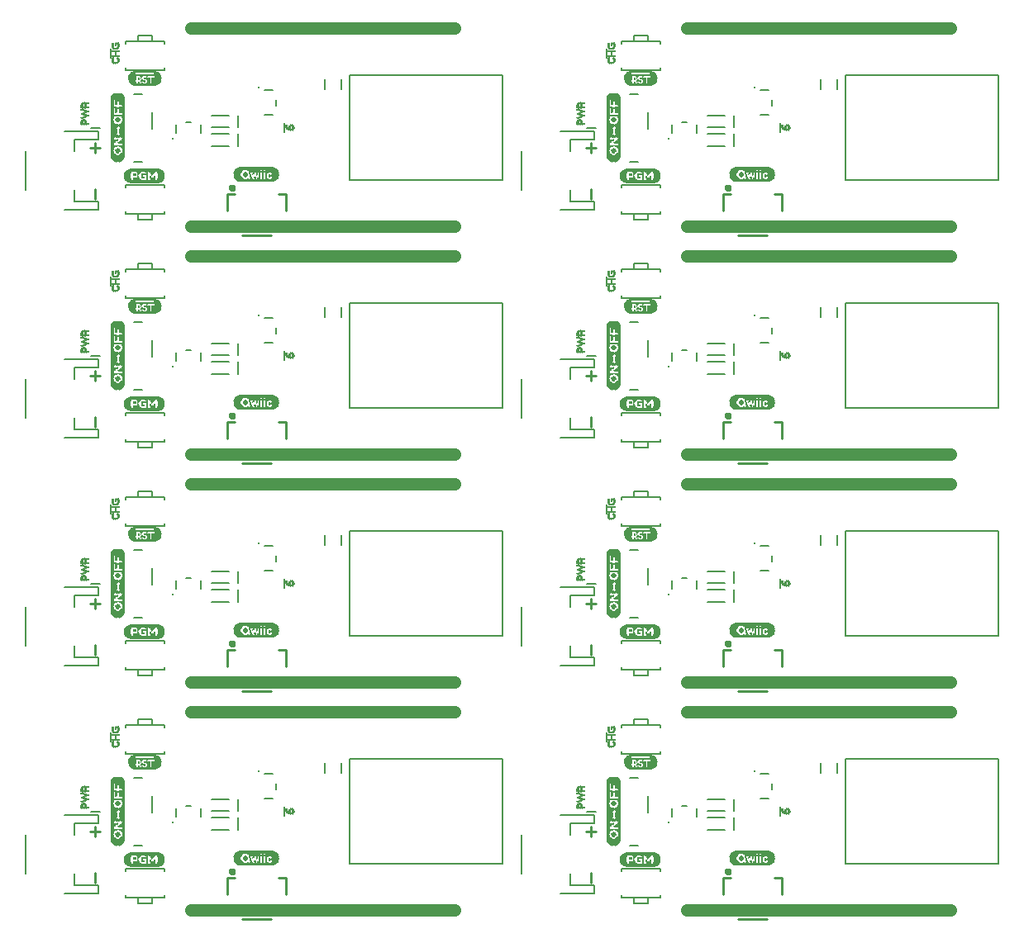
<source format=gto>
G75*
%MOIN*%
%OFA0B0*%
%FSLAX25Y25*%
%IPPOS*%
%LPD*%
%AMOC8*
5,1,8,0,0,1.08239X$1,22.5*
%
%ADD10C,0.05000*%
%ADD11C,0.01000*%
%ADD12C,0.00500*%
%ADD13C,0.00800*%
%ADD14C,0.01575*%
%ADD15C,0.01000*%
%ADD16R,0.09213X0.00157*%
%ADD17R,0.10079X0.00118*%
%ADD18R,0.10630X0.00157*%
%ADD19R,0.11181X0.00118*%
%ADD20R,0.01929X0.00157*%
%ADD21R,0.02047X0.00157*%
%ADD22R,0.01929X0.00118*%
%ADD23R,0.02087X0.00118*%
%ADD24R,0.02205X0.00157*%
%ADD25R,0.02205X0.00118*%
%ADD26R,0.02362X0.00118*%
%ADD27R,0.02323X0.00157*%
%ADD28R,0.02480X0.00157*%
%ADD29R,0.02480X0.00118*%
%ADD30R,0.02598X0.00118*%
%ADD31R,0.12835X0.00157*%
%ADD32R,0.12835X0.00118*%
%ADD33R,0.13071X0.00157*%
%ADD34R,0.13071X0.00118*%
%ADD35R,0.02874X0.00157*%
%ADD36R,0.01496X0.00157*%
%ADD37R,0.00551X0.00157*%
%ADD38R,0.02756X0.00157*%
%ADD39R,0.03031X0.00118*%
%ADD40R,0.00945X0.00118*%
%ADD41R,0.00276X0.00118*%
%ADD42R,0.02913X0.00118*%
%ADD43R,0.03031X0.00157*%
%ADD44R,0.00709X0.00157*%
%ADD45R,0.00157X0.00157*%
%ADD46R,0.02913X0.00157*%
%ADD47R,0.00551X0.00118*%
%ADD48R,0.00276X0.00157*%
%ADD49R,0.01260X0.00157*%
%ADD50R,0.03858X0.00157*%
%ADD51R,0.00669X0.00118*%
%ADD52R,0.01378X0.00118*%
%ADD53R,0.04016X0.00118*%
%ADD54R,0.00827X0.00157*%
%ADD55R,0.04016X0.00157*%
%ADD56R,0.00827X0.00118*%
%ADD57R,0.02087X0.00157*%
%ADD58R,0.00433X0.00118*%
%ADD59R,0.01535X0.00118*%
%ADD60R,0.00669X0.00157*%
%ADD61R,0.00709X0.00118*%
%ADD62R,0.01102X0.00118*%
%ADD63R,0.01102X0.00157*%
%ADD64R,0.02874X0.00118*%
%ADD65R,0.01811X0.00118*%
%ADD66R,0.03858X0.00118*%
%ADD67R,0.01772X0.00157*%
%ADD68R,0.02756X0.00118*%
%ADD69R,0.03740X0.00118*%
%ADD70R,0.03740X0.00157*%
%ADD71R,0.03583X0.00118*%
%ADD72R,0.02598X0.00157*%
%ADD73R,0.03583X0.00157*%
%ADD74R,0.01260X0.00118*%
%ADD75R,0.03465X0.00118*%
%ADD76R,0.00945X0.00157*%
%ADD77R,0.00394X0.00157*%
%ADD78R,0.01378X0.00157*%
%ADD79R,0.03307X0.00157*%
%ADD80R,0.01772X0.00118*%
%ADD81R,0.03189X0.00118*%
%ADD82R,0.11417X0.00157*%
%ADD83R,0.12283X0.00157*%
%ADD84R,0.13622X0.00157*%
%ADD85R,0.14173X0.00118*%
%ADD86R,0.14488X0.00157*%
%ADD87R,0.14724X0.00118*%
%ADD88R,0.15039X0.00157*%
%ADD89R,0.06890X0.00118*%
%ADD90R,0.07559X0.00118*%
%ADD91R,0.02362X0.00157*%
%ADD92R,0.02638X0.00157*%
%ADD93R,0.01654X0.00118*%
%ADD94R,0.02047X0.00118*%
%ADD95R,0.01811X0.00157*%
%ADD96R,0.00984X0.00157*%
%ADD97R,0.00433X0.00157*%
%ADD98R,0.00394X0.00118*%
%ADD99R,0.00984X0.00118*%
%ADD100R,0.00118X0.00157*%
%ADD101R,0.03189X0.00157*%
%ADD102R,0.00157X0.23858*%
%ADD103R,0.00118X0.24646*%
%ADD104R,0.00157X0.25197*%
%ADD105R,0.00118X0.25748*%
%ADD106R,0.00157X0.26063*%
%ADD107R,0.00118X0.26299*%
%ADD108R,0.00157X0.26614*%
%ADD109R,0.00118X0.03858*%
%ADD110R,0.00118X0.11693*%
%ADD111R,0.00118X0.10039*%
%ADD112R,0.00157X0.03465*%
%ADD113R,0.00157X0.01378*%
%ADD114R,0.00157X0.01535*%
%ADD115R,0.00157X0.06496*%
%ADD116R,0.00157X0.00433*%
%ADD117R,0.00157X0.02480*%
%ADD118R,0.00118X0.03307*%
%ADD119R,0.00118X0.01102*%
%ADD120R,0.00118X0.01378*%
%ADD121R,0.00118X0.06063*%
%ADD122R,0.00118X0.00433*%
%ADD123R,0.00118X0.02480*%
%ADD124R,0.00157X0.03150*%
%ADD125R,0.00157X0.00945*%
%ADD126R,0.00157X0.05906*%
%ADD127R,0.00157X0.02598*%
%ADD128R,0.00118X0.03031*%
%ADD129R,0.00118X0.00827*%
%ADD130R,0.00118X0.01260*%
%ADD131R,0.00118X0.05787*%
%ADD132R,0.00118X0.02598*%
%ADD133R,0.00157X0.03189*%
%ADD134R,0.00157X0.00669*%
%ADD135R,0.00157X0.01102*%
%ADD136R,0.00157X0.05630*%
%ADD137R,0.00157X0.02756*%
%ADD138R,0.00118X0.00551*%
%ADD139R,0.00118X0.00984*%
%ADD140R,0.00118X0.05630*%
%ADD141R,0.00118X0.00669*%
%ADD142R,0.00118X0.02913*%
%ADD143R,0.00157X0.02913*%
%ADD144R,0.00157X0.00827*%
%ADD145R,0.00157X0.00551*%
%ADD146R,0.00157X0.00984*%
%ADD147R,0.00157X0.05512*%
%ADD148R,0.00157X0.02362*%
%ADD149R,0.00157X0.04685*%
%ADD150R,0.00118X0.00394*%
%ADD151R,0.00118X0.05512*%
%ADD152R,0.00118X0.02362*%
%ADD153R,0.00118X0.04803*%
%ADD154R,0.00157X0.03031*%
%ADD155R,0.00157X0.01496*%
%ADD156R,0.00157X0.00394*%
%ADD157R,0.00157X0.00709*%
%ADD158R,0.00157X0.05354*%
%ADD159R,0.00157X0.04803*%
%ADD160R,0.00118X0.02874*%
%ADD161R,0.00118X0.01654*%
%ADD162R,0.00118X0.02047*%
%ADD163R,0.00118X0.02205*%
%ADD164R,0.00157X0.02874*%
%ADD165R,0.00157X0.01811*%
%ADD166R,0.00157X0.00276*%
%ADD167R,0.00157X0.01220*%
%ADD168R,0.00157X0.02047*%
%ADD169R,0.00157X0.03425*%
%ADD170R,0.00118X0.01811*%
%ADD171R,0.00118X0.00276*%
%ADD172R,0.00118X0.03425*%
%ADD173R,0.00157X0.01929*%
%ADD174R,0.00118X0.01929*%
%ADD175R,0.00157X0.01654*%
%ADD176R,0.00118X0.00709*%
%ADD177R,0.00118X0.01220*%
%ADD178R,0.00118X0.01496*%
%ADD179R,0.00157X0.01260*%
%ADD180R,0.00118X0.04685*%
%ADD181R,0.00118X0.04528*%
%ADD182R,0.00157X0.05787*%
%ADD183R,0.00157X0.04528*%
%ADD184R,0.00118X0.03189*%
%ADD185R,0.00118X0.00945*%
%ADD186R,0.00118X0.05906*%
%ADD187R,0.00118X0.04409*%
%ADD188R,0.00157X0.03307*%
%ADD189R,0.00157X0.06181*%
%ADD190R,0.00157X0.04409*%
%ADD191R,0.00118X0.01535*%
%ADD192R,0.00118X0.01772*%
%ADD193R,0.00118X0.06614*%
%ADD194R,0.00118X0.00591*%
%ADD195R,0.00118X0.00236*%
%ADD196R,0.00157X0.01299*%
%ADD197R,0.00157X0.01417*%
%ADD198R,0.00118X0.01890*%
%ADD199R,0.00118X0.02126*%
%ADD200R,0.00118X0.02244*%
%ADD201R,0.00118X0.01063*%
%ADD202R,0.00118X0.00118*%
%ADD203R,0.00118X0.01181*%
%ADD204R,0.00118X0.01417*%
%ADD205R,0.00118X0.00472*%
%ADD206R,0.00118X0.02008*%
%ADD207R,0.00118X0.01299*%
%ADD208R,0.00118X0.00354*%
%ADD209R,0.00157X0.01772*%
%ADD210R,0.00157X0.00472*%
%ADD211R,0.00157X0.02244*%
%ADD212R,0.00157X0.02008*%
%ADD213R,0.14213X0.00157*%
%ADD214R,0.15000X0.00118*%
%ADD215R,0.15551X0.00157*%
%ADD216R,0.16102X0.00118*%
%ADD217R,0.16417X0.00157*%
%ADD218R,0.16654X0.00118*%
%ADD219R,0.10197X0.00157*%
%ADD220R,0.04961X0.00157*%
%ADD221R,0.03701X0.00118*%
%ADD222R,0.05787X0.00118*%
%ADD223R,0.04961X0.00118*%
%ADD224R,0.03465X0.00157*%
%ADD225R,0.05394X0.00157*%
%ADD226R,0.05118X0.00157*%
%ADD227R,0.05118X0.00118*%
%ADD228R,0.03150X0.00157*%
%ADD229R,0.05236X0.00157*%
%ADD230R,0.04843X0.00118*%
%ADD231R,0.05236X0.00118*%
%ADD232R,0.12126X0.00157*%
%ADD233R,0.12126X0.00118*%
%ADD234R,0.12008X0.00157*%
%ADD235R,0.03307X0.00118*%
%ADD236R,0.00157X0.00118*%
%ADD237R,0.04252X0.00118*%
%ADD238R,0.04252X0.00157*%
%ADD239R,0.01496X0.00118*%
%ADD240R,0.03425X0.00118*%
%ADD241R,0.16969X0.00157*%
%ADD242R,0.00157X0.02205*%
%ADD243R,0.00118X0.02323*%
D10*
X0115250Y0033500D02*
X0221750Y0033500D01*
X0315250Y0033500D02*
X0421750Y0033500D01*
X0421750Y0113500D02*
X0315250Y0113500D01*
X0315250Y0125500D02*
X0421750Y0125500D01*
X0421750Y0205500D02*
X0315250Y0205500D01*
X0315250Y0217500D02*
X0421750Y0217500D01*
X0421750Y0297500D02*
X0315250Y0297500D01*
X0315250Y0309500D02*
X0421750Y0309500D01*
X0421750Y0389500D02*
X0315250Y0389500D01*
X0221750Y0389500D02*
X0115250Y0389500D01*
X0115250Y0309500D02*
X0221750Y0309500D01*
X0221750Y0297500D02*
X0115250Y0297500D01*
X0115250Y0217500D02*
X0221750Y0217500D01*
X0221750Y0205500D02*
X0115250Y0205500D01*
X0115250Y0125500D02*
X0221750Y0125500D01*
X0221750Y0113500D02*
X0115250Y0113500D01*
D11*
X0135844Y0121890D02*
X0147656Y0121890D01*
X0153561Y0132126D02*
X0153561Y0138622D01*
X0150608Y0138622D01*
X0132892Y0138622D02*
X0129939Y0138622D01*
X0129939Y0132126D01*
X0076750Y0136700D02*
X0076750Y0140700D01*
X0076750Y0155300D02*
X0076750Y0159300D01*
X0078750Y0157300D02*
X0074750Y0157300D01*
X0135844Y0213890D02*
X0147656Y0213890D01*
X0153561Y0224126D02*
X0153561Y0230622D01*
X0150608Y0230622D01*
X0132892Y0230622D02*
X0129939Y0230622D01*
X0129939Y0224126D01*
X0076750Y0228700D02*
X0076750Y0232700D01*
X0076750Y0247300D02*
X0076750Y0251300D01*
X0078750Y0249300D02*
X0074750Y0249300D01*
X0135844Y0305890D02*
X0147656Y0305890D01*
X0153561Y0316126D02*
X0153561Y0322622D01*
X0150608Y0322622D01*
X0132892Y0322622D02*
X0129939Y0322622D01*
X0129939Y0316126D01*
X0076750Y0320700D02*
X0076750Y0324700D01*
X0076750Y0339300D02*
X0076750Y0343300D01*
X0078750Y0341300D02*
X0074750Y0341300D01*
X0274750Y0341300D02*
X0278750Y0341300D01*
X0276750Y0343300D02*
X0276750Y0339300D01*
X0276750Y0324700D02*
X0276750Y0320700D01*
X0329939Y0322622D02*
X0329939Y0316126D01*
X0329939Y0322622D02*
X0332892Y0322622D01*
X0350608Y0322622D02*
X0353561Y0322622D01*
X0353561Y0316126D01*
X0347656Y0305890D02*
X0335844Y0305890D01*
X0276750Y0251300D02*
X0276750Y0247300D01*
X0278750Y0249300D02*
X0274750Y0249300D01*
X0276750Y0232700D02*
X0276750Y0228700D01*
X0329939Y0230622D02*
X0329939Y0224126D01*
X0329939Y0230622D02*
X0332892Y0230622D01*
X0350608Y0230622D02*
X0353561Y0230622D01*
X0353561Y0224126D01*
X0347656Y0213890D02*
X0335844Y0213890D01*
X0278750Y0157300D02*
X0274750Y0157300D01*
X0276750Y0159300D02*
X0276750Y0155300D01*
X0276750Y0140700D02*
X0276750Y0136700D01*
X0329939Y0138622D02*
X0329939Y0132126D01*
X0329939Y0138622D02*
X0332892Y0138622D01*
X0350608Y0138622D02*
X0353561Y0138622D01*
X0353561Y0132126D01*
X0347656Y0121890D02*
X0335844Y0121890D01*
X0278750Y0065300D02*
X0274750Y0065300D01*
X0276750Y0067300D02*
X0276750Y0063300D01*
X0276750Y0048700D02*
X0276750Y0044700D01*
X0329939Y0046622D02*
X0329939Y0040126D01*
X0329939Y0046622D02*
X0332892Y0046622D01*
X0350608Y0046622D02*
X0353561Y0046622D01*
X0353561Y0040126D01*
X0347656Y0029890D02*
X0335844Y0029890D01*
X0153561Y0040126D02*
X0153561Y0046622D01*
X0150608Y0046622D01*
X0132892Y0046622D02*
X0129939Y0046622D01*
X0129939Y0040126D01*
X0135844Y0029890D02*
X0147656Y0029890D01*
X0076750Y0044700D02*
X0076750Y0048700D01*
X0076750Y0063300D02*
X0076750Y0067300D01*
X0078750Y0065300D02*
X0074750Y0065300D01*
D12*
X0074875Y0073250D02*
X0078625Y0073250D01*
X0083000Y0101625D02*
X0083000Y0105375D01*
X0153000Y0075375D02*
X0153000Y0071625D01*
X0153000Y0163625D02*
X0153000Y0167375D01*
X0083000Y0193625D02*
X0083000Y0197375D01*
X0078625Y0165250D02*
X0074875Y0165250D01*
X0074875Y0257250D02*
X0078625Y0257250D01*
X0083000Y0285625D02*
X0083000Y0289375D01*
X0153000Y0259375D02*
X0153000Y0255625D01*
X0153000Y0347625D02*
X0153000Y0351375D01*
X0083000Y0377625D02*
X0083000Y0381375D01*
X0078625Y0349250D02*
X0074875Y0349250D01*
X0274875Y0349250D02*
X0278625Y0349250D01*
X0283000Y0377625D02*
X0283000Y0381375D01*
X0353000Y0351375D02*
X0353000Y0347625D01*
X0283000Y0289375D02*
X0283000Y0285625D01*
X0278625Y0257250D02*
X0274875Y0257250D01*
X0283000Y0197375D02*
X0283000Y0193625D01*
X0278625Y0165250D02*
X0274875Y0165250D01*
X0353000Y0163625D02*
X0353000Y0167375D01*
X0283000Y0105375D02*
X0283000Y0101625D01*
X0278625Y0073250D02*
X0274875Y0073250D01*
X0353000Y0071625D02*
X0353000Y0075375D01*
X0353000Y0255625D02*
X0353000Y0259375D01*
D13*
X0048539Y0063974D02*
X0048539Y0048226D01*
X0064287Y0040352D02*
X0078067Y0040352D01*
X0078067Y0043502D01*
X0068224Y0043502D01*
X0068224Y0048226D01*
X0068224Y0063974D02*
X0068224Y0068698D01*
X0078067Y0068698D01*
X0078067Y0071848D01*
X0064287Y0071848D01*
X0088332Y0062770D02*
X0088332Y0084030D01*
X0092269Y0087089D02*
X0095631Y0087089D01*
X0099568Y0079806D02*
X0099568Y0072900D01*
X0109350Y0071209D02*
X0109350Y0074591D01*
X0113293Y0075691D02*
X0115407Y0075691D01*
X0119350Y0074591D02*
X0119350Y0071209D01*
X0123707Y0070961D02*
X0130793Y0070961D01*
X0130793Y0073539D02*
X0123707Y0073539D01*
X0123707Y0078461D02*
X0130793Y0078461D01*
X0134219Y0078461D02*
X0134219Y0073539D01*
X0134219Y0070961D02*
X0134219Y0066039D01*
X0130793Y0066039D02*
X0123707Y0066039D01*
X0104624Y0050406D02*
X0104624Y0049224D01*
X0104624Y0050406D02*
X0088876Y0050406D01*
X0088876Y0049224D01*
X0088876Y0039776D02*
X0088876Y0038594D01*
X0093994Y0038594D01*
X0093994Y0036232D01*
X0099506Y0036232D01*
X0099506Y0038594D01*
X0104624Y0038594D01*
X0104624Y0039776D01*
X0099506Y0038594D02*
X0093994Y0038594D01*
X0095631Y0059711D02*
X0092269Y0059711D01*
X0088876Y0096594D02*
X0088876Y0097776D01*
X0088876Y0096594D02*
X0104624Y0096594D01*
X0104624Y0097776D01*
X0104624Y0107224D02*
X0104624Y0108406D01*
X0099506Y0108406D01*
X0099506Y0110768D01*
X0093994Y0110768D01*
X0093994Y0108406D01*
X0088876Y0108406D01*
X0088876Y0107224D01*
X0093994Y0108406D02*
X0099506Y0108406D01*
X0099506Y0128232D02*
X0093994Y0128232D01*
X0093994Y0130594D01*
X0099506Y0130594D01*
X0099506Y0128232D01*
X0099506Y0130594D02*
X0104624Y0130594D01*
X0104624Y0131776D01*
X0104624Y0141224D02*
X0104624Y0142406D01*
X0088876Y0142406D01*
X0088876Y0141224D01*
X0088876Y0131776D02*
X0088876Y0130594D01*
X0093994Y0130594D01*
X0078067Y0132352D02*
X0078067Y0135502D01*
X0068224Y0135502D01*
X0068224Y0140226D01*
X0064287Y0132352D02*
X0078067Y0132352D01*
X0092269Y0151711D02*
X0095631Y0151711D01*
X0088332Y0154770D02*
X0088332Y0176030D01*
X0092269Y0179089D02*
X0095631Y0179089D01*
X0099568Y0171806D02*
X0099568Y0164900D01*
X0109350Y0163209D02*
X0109350Y0166591D01*
X0113293Y0167691D02*
X0115407Y0167691D01*
X0119350Y0166591D02*
X0119350Y0163209D01*
X0123707Y0162961D02*
X0130793Y0162961D01*
X0130793Y0165539D02*
X0123707Y0165539D01*
X0123707Y0170461D02*
X0130793Y0170461D01*
X0134219Y0170461D02*
X0134219Y0165539D01*
X0134219Y0162961D02*
X0134219Y0158039D01*
X0130793Y0158039D02*
X0123707Y0158039D01*
X0145059Y0170500D02*
X0148441Y0170500D01*
X0149541Y0174443D02*
X0149541Y0176557D01*
X0148441Y0180500D02*
X0145059Y0180500D01*
X0169404Y0181031D02*
X0169404Y0184969D01*
X0176096Y0184969D02*
X0176096Y0181031D01*
X0179251Y0186563D02*
X0179251Y0144437D01*
X0241062Y0144437D01*
X0241062Y0186563D01*
X0179251Y0186563D01*
X0179251Y0236437D02*
X0241062Y0236437D01*
X0241062Y0278563D01*
X0179251Y0278563D01*
X0179251Y0236437D01*
X0148441Y0262500D02*
X0145059Y0262500D01*
X0149541Y0266443D02*
X0149541Y0268557D01*
X0148441Y0272500D02*
X0145059Y0272500D01*
X0134219Y0262461D02*
X0134219Y0257539D01*
X0134219Y0254961D02*
X0134219Y0250039D01*
X0130793Y0250039D02*
X0123707Y0250039D01*
X0123707Y0254961D02*
X0130793Y0254961D01*
X0130793Y0257539D02*
X0123707Y0257539D01*
X0119350Y0258591D02*
X0119350Y0255209D01*
X0115407Y0259691D02*
X0113293Y0259691D01*
X0109350Y0258591D02*
X0109350Y0255209D01*
X0099568Y0256900D02*
X0099568Y0263806D01*
X0095631Y0271089D02*
X0092269Y0271089D01*
X0088332Y0268030D02*
X0088332Y0246770D01*
X0092269Y0243711D02*
X0095631Y0243711D01*
X0088876Y0234406D02*
X0104624Y0234406D01*
X0104624Y0233224D01*
X0104624Y0223776D02*
X0104624Y0222594D01*
X0099506Y0222594D01*
X0099506Y0220232D01*
X0093994Y0220232D01*
X0093994Y0222594D01*
X0099506Y0222594D01*
X0093994Y0222594D02*
X0088876Y0222594D01*
X0088876Y0223776D01*
X0078067Y0224352D02*
X0078067Y0227502D01*
X0068224Y0227502D01*
X0068224Y0232226D01*
X0064287Y0224352D02*
X0078067Y0224352D01*
X0088876Y0233224D02*
X0088876Y0234406D01*
X0078067Y0252698D02*
X0068224Y0252698D01*
X0068224Y0247974D01*
X0064287Y0255848D02*
X0078067Y0255848D01*
X0078067Y0252698D01*
X0048539Y0247974D02*
X0048539Y0232226D01*
X0088876Y0200406D02*
X0088876Y0199224D01*
X0088876Y0200406D02*
X0093994Y0200406D01*
X0093994Y0202768D01*
X0099506Y0202768D01*
X0099506Y0200406D01*
X0093994Y0200406D01*
X0099506Y0200406D02*
X0104624Y0200406D01*
X0104624Y0199224D01*
X0104624Y0189776D02*
X0104624Y0188594D01*
X0088876Y0188594D01*
X0088876Y0189776D01*
X0078067Y0163848D02*
X0064287Y0163848D01*
X0068224Y0160698D02*
X0078067Y0160698D01*
X0078067Y0163848D01*
X0068224Y0160698D02*
X0068224Y0155974D01*
X0048539Y0155974D02*
X0048539Y0140226D01*
X0145059Y0088500D02*
X0148441Y0088500D01*
X0149541Y0084557D02*
X0149541Y0082443D01*
X0148441Y0078500D02*
X0145059Y0078500D01*
X0169404Y0089031D02*
X0169404Y0092969D01*
X0176096Y0092969D02*
X0176096Y0089031D01*
X0179251Y0094563D02*
X0179251Y0052437D01*
X0241062Y0052437D01*
X0241062Y0094563D01*
X0179251Y0094563D01*
X0248539Y0063974D02*
X0248539Y0048226D01*
X0264287Y0040352D02*
X0278067Y0040352D01*
X0278067Y0043502D01*
X0268224Y0043502D01*
X0268224Y0048226D01*
X0268224Y0063974D02*
X0268224Y0068698D01*
X0278067Y0068698D01*
X0278067Y0071848D01*
X0264287Y0071848D01*
X0288332Y0062770D02*
X0288332Y0084030D01*
X0292269Y0087089D02*
X0295631Y0087089D01*
X0299568Y0079806D02*
X0299568Y0072900D01*
X0309350Y0071209D02*
X0309350Y0074591D01*
X0313293Y0075691D02*
X0315407Y0075691D01*
X0319350Y0074591D02*
X0319350Y0071209D01*
X0323707Y0070961D02*
X0330793Y0070961D01*
X0330793Y0073539D02*
X0323707Y0073539D01*
X0323707Y0078461D02*
X0330793Y0078461D01*
X0334219Y0078461D02*
X0334219Y0073539D01*
X0334219Y0070961D02*
X0334219Y0066039D01*
X0330793Y0066039D02*
X0323707Y0066039D01*
X0345059Y0078500D02*
X0348441Y0078500D01*
X0349541Y0082443D02*
X0349541Y0084557D01*
X0348441Y0088500D02*
X0345059Y0088500D01*
X0369404Y0089031D02*
X0369404Y0092969D01*
X0376096Y0092969D02*
X0376096Y0089031D01*
X0379251Y0094563D02*
X0379251Y0052437D01*
X0441062Y0052437D01*
X0441062Y0094563D01*
X0379251Y0094563D01*
X0379251Y0144437D02*
X0441062Y0144437D01*
X0441062Y0186563D01*
X0379251Y0186563D01*
X0379251Y0144437D01*
X0348441Y0170500D02*
X0345059Y0170500D01*
X0349541Y0174443D02*
X0349541Y0176557D01*
X0348441Y0180500D02*
X0345059Y0180500D01*
X0334219Y0170461D02*
X0334219Y0165539D01*
X0334219Y0162961D02*
X0334219Y0158039D01*
X0330793Y0158039D02*
X0323707Y0158039D01*
X0323707Y0162961D02*
X0330793Y0162961D01*
X0330793Y0165539D02*
X0323707Y0165539D01*
X0319350Y0166591D02*
X0319350Y0163209D01*
X0315407Y0167691D02*
X0313293Y0167691D01*
X0309350Y0166591D02*
X0309350Y0163209D01*
X0299568Y0164900D02*
X0299568Y0171806D01*
X0295631Y0179089D02*
X0292269Y0179089D01*
X0288332Y0176030D02*
X0288332Y0154770D01*
X0292269Y0151711D02*
X0295631Y0151711D01*
X0288876Y0142406D02*
X0304624Y0142406D01*
X0304624Y0141224D01*
X0304624Y0131776D02*
X0304624Y0130594D01*
X0299506Y0130594D01*
X0299506Y0128232D01*
X0293994Y0128232D01*
X0293994Y0130594D01*
X0299506Y0130594D01*
X0293994Y0130594D02*
X0288876Y0130594D01*
X0288876Y0131776D01*
X0288876Y0141224D02*
X0288876Y0142406D01*
X0278067Y0135502D02*
X0278067Y0132352D01*
X0264287Y0132352D01*
X0268224Y0135502D02*
X0268224Y0140226D01*
X0268224Y0135502D02*
X0278067Y0135502D01*
X0268224Y0155974D02*
X0268224Y0160698D01*
X0278067Y0160698D01*
X0278067Y0163848D01*
X0264287Y0163848D01*
X0248539Y0155974D02*
X0248539Y0140226D01*
X0288876Y0108406D02*
X0288876Y0107224D01*
X0288876Y0108406D02*
X0293994Y0108406D01*
X0293994Y0110768D01*
X0299506Y0110768D01*
X0299506Y0108406D01*
X0293994Y0108406D01*
X0299506Y0108406D02*
X0304624Y0108406D01*
X0304624Y0107224D01*
X0304624Y0097776D02*
X0304624Y0096594D01*
X0288876Y0096594D01*
X0288876Y0097776D01*
X0292269Y0059711D02*
X0295631Y0059711D01*
X0288876Y0050406D02*
X0304624Y0050406D01*
X0304624Y0049224D01*
X0304624Y0039776D02*
X0304624Y0038594D01*
X0299506Y0038594D01*
X0299506Y0036232D01*
X0293994Y0036232D01*
X0293994Y0038594D01*
X0299506Y0038594D01*
X0293994Y0038594D02*
X0288876Y0038594D01*
X0288876Y0039776D01*
X0288876Y0049224D02*
X0288876Y0050406D01*
X0323707Y0170461D02*
X0330793Y0170461D01*
X0304624Y0188594D02*
X0288876Y0188594D01*
X0288876Y0189776D01*
X0288876Y0199224D02*
X0288876Y0200406D01*
X0293994Y0200406D01*
X0293994Y0202768D01*
X0299506Y0202768D01*
X0299506Y0200406D01*
X0293994Y0200406D01*
X0299506Y0200406D02*
X0304624Y0200406D01*
X0304624Y0199224D01*
X0304624Y0189776D02*
X0304624Y0188594D01*
X0299506Y0220232D02*
X0293994Y0220232D01*
X0293994Y0222594D01*
X0299506Y0222594D01*
X0299506Y0220232D01*
X0299506Y0222594D02*
X0304624Y0222594D01*
X0304624Y0223776D01*
X0293994Y0222594D02*
X0288876Y0222594D01*
X0288876Y0223776D01*
X0278067Y0224352D02*
X0278067Y0227502D01*
X0268224Y0227502D01*
X0268224Y0232226D01*
X0264287Y0224352D02*
X0278067Y0224352D01*
X0288876Y0233224D02*
X0288876Y0234406D01*
X0304624Y0234406D01*
X0304624Y0233224D01*
X0295631Y0243711D02*
X0292269Y0243711D01*
X0288332Y0246770D02*
X0288332Y0268030D01*
X0292269Y0271089D02*
X0295631Y0271089D01*
X0299568Y0263806D02*
X0299568Y0256900D01*
X0309350Y0255209D02*
X0309350Y0258591D01*
X0313293Y0259691D02*
X0315407Y0259691D01*
X0319350Y0258591D02*
X0319350Y0255209D01*
X0323707Y0254961D02*
X0330793Y0254961D01*
X0330793Y0257539D02*
X0323707Y0257539D01*
X0323707Y0250039D02*
X0330793Y0250039D01*
X0334219Y0250039D02*
X0334219Y0254961D01*
X0334219Y0257539D02*
X0334219Y0262461D01*
X0330793Y0262461D02*
X0323707Y0262461D01*
X0345059Y0262500D02*
X0348441Y0262500D01*
X0349541Y0266443D02*
X0349541Y0268557D01*
X0348441Y0272500D02*
X0345059Y0272500D01*
X0369404Y0273031D02*
X0369404Y0276969D01*
X0376096Y0276969D02*
X0376096Y0273031D01*
X0379251Y0278563D02*
X0379251Y0236437D01*
X0441062Y0236437D01*
X0441062Y0278563D01*
X0379251Y0278563D01*
X0379251Y0328437D02*
X0441062Y0328437D01*
X0441062Y0370563D01*
X0379251Y0370563D01*
X0379251Y0328437D01*
X0348441Y0354500D02*
X0345059Y0354500D01*
X0349541Y0358443D02*
X0349541Y0360557D01*
X0348441Y0364500D02*
X0345059Y0364500D01*
X0334219Y0354461D02*
X0334219Y0349539D01*
X0334219Y0346961D02*
X0334219Y0342039D01*
X0330793Y0342039D02*
X0323707Y0342039D01*
X0323707Y0346961D02*
X0330793Y0346961D01*
X0330793Y0349539D02*
X0323707Y0349539D01*
X0319350Y0350591D02*
X0319350Y0347209D01*
X0315407Y0351691D02*
X0313293Y0351691D01*
X0309350Y0350591D02*
X0309350Y0347209D01*
X0299568Y0348900D02*
X0299568Y0355806D01*
X0295631Y0363089D02*
X0292269Y0363089D01*
X0288332Y0360030D02*
X0288332Y0338770D01*
X0292269Y0335711D02*
X0295631Y0335711D01*
X0288876Y0326406D02*
X0304624Y0326406D01*
X0304624Y0325224D01*
X0304624Y0315776D02*
X0304624Y0314594D01*
X0299506Y0314594D01*
X0299506Y0312232D01*
X0293994Y0312232D01*
X0293994Y0314594D01*
X0299506Y0314594D01*
X0293994Y0314594D02*
X0288876Y0314594D01*
X0288876Y0315776D01*
X0288876Y0325224D02*
X0288876Y0326406D01*
X0278067Y0319502D02*
X0268224Y0319502D01*
X0268224Y0324226D01*
X0264287Y0316352D02*
X0278067Y0316352D01*
X0278067Y0319502D01*
X0268224Y0339974D02*
X0268224Y0344698D01*
X0278067Y0344698D01*
X0278067Y0347848D01*
X0264287Y0347848D01*
X0248539Y0339974D02*
X0248539Y0324226D01*
X0241062Y0328437D02*
X0241062Y0370563D01*
X0179251Y0370563D01*
X0179251Y0328437D01*
X0241062Y0328437D01*
X0288876Y0292406D02*
X0288876Y0291224D01*
X0288876Y0292406D02*
X0293994Y0292406D01*
X0293994Y0294768D01*
X0299506Y0294768D01*
X0299506Y0292406D01*
X0293994Y0292406D01*
X0299506Y0292406D02*
X0304624Y0292406D01*
X0304624Y0291224D01*
X0304624Y0281776D02*
X0304624Y0280594D01*
X0288876Y0280594D01*
X0288876Y0281776D01*
X0278067Y0255848D02*
X0264287Y0255848D01*
X0268224Y0252698D02*
X0278067Y0252698D01*
X0278067Y0255848D01*
X0268224Y0252698D02*
X0268224Y0247974D01*
X0248539Y0247974D02*
X0248539Y0232226D01*
X0176096Y0273031D02*
X0176096Y0276969D01*
X0169404Y0276969D02*
X0169404Y0273031D01*
X0130793Y0262461D02*
X0123707Y0262461D01*
X0104624Y0280594D02*
X0088876Y0280594D01*
X0088876Y0281776D01*
X0088876Y0291224D02*
X0088876Y0292406D01*
X0093994Y0292406D01*
X0093994Y0294768D01*
X0099506Y0294768D01*
X0099506Y0292406D01*
X0093994Y0292406D01*
X0099506Y0292406D02*
X0104624Y0292406D01*
X0104624Y0291224D01*
X0104624Y0281776D02*
X0104624Y0280594D01*
X0099506Y0312232D02*
X0093994Y0312232D01*
X0093994Y0314594D01*
X0099506Y0314594D01*
X0099506Y0312232D01*
X0099506Y0314594D02*
X0104624Y0314594D01*
X0104624Y0315776D01*
X0104624Y0325224D02*
X0104624Y0326406D01*
X0088876Y0326406D01*
X0088876Y0325224D01*
X0088876Y0315776D02*
X0088876Y0314594D01*
X0093994Y0314594D01*
X0078067Y0316352D02*
X0078067Y0319502D01*
X0068224Y0319502D01*
X0068224Y0324226D01*
X0064287Y0316352D02*
X0078067Y0316352D01*
X0092269Y0335711D02*
X0095631Y0335711D01*
X0088332Y0338770D02*
X0088332Y0360030D01*
X0092269Y0363089D02*
X0095631Y0363089D01*
X0099568Y0355806D02*
X0099568Y0348900D01*
X0109350Y0347209D02*
X0109350Y0350591D01*
X0113293Y0351691D02*
X0115407Y0351691D01*
X0119350Y0350591D02*
X0119350Y0347209D01*
X0123707Y0346961D02*
X0130793Y0346961D01*
X0130793Y0349539D02*
X0123707Y0349539D01*
X0123707Y0354461D02*
X0130793Y0354461D01*
X0134219Y0354461D02*
X0134219Y0349539D01*
X0134219Y0346961D02*
X0134219Y0342039D01*
X0130793Y0342039D02*
X0123707Y0342039D01*
X0145059Y0354500D02*
X0148441Y0354500D01*
X0149541Y0358443D02*
X0149541Y0360557D01*
X0148441Y0364500D02*
X0145059Y0364500D01*
X0169404Y0365031D02*
X0169404Y0368969D01*
X0176096Y0368969D02*
X0176096Y0365031D01*
X0104624Y0372594D02*
X0088876Y0372594D01*
X0088876Y0373776D01*
X0088876Y0383224D02*
X0088876Y0384406D01*
X0093994Y0384406D01*
X0093994Y0386768D01*
X0099506Y0386768D01*
X0099506Y0384406D01*
X0093994Y0384406D01*
X0099506Y0384406D02*
X0104624Y0384406D01*
X0104624Y0383224D01*
X0104624Y0373776D02*
X0104624Y0372594D01*
X0078067Y0347848D02*
X0064287Y0347848D01*
X0068224Y0344698D02*
X0078067Y0344698D01*
X0078067Y0347848D01*
X0068224Y0344698D02*
X0068224Y0339974D01*
X0048539Y0339974D02*
X0048539Y0324226D01*
X0288876Y0372594D02*
X0288876Y0373776D01*
X0288876Y0372594D02*
X0304624Y0372594D01*
X0304624Y0373776D01*
X0304624Y0383224D02*
X0304624Y0384406D01*
X0299506Y0384406D01*
X0299506Y0386768D01*
X0293994Y0386768D01*
X0293994Y0384406D01*
X0288876Y0384406D01*
X0288876Y0383224D01*
X0293994Y0384406D02*
X0299506Y0384406D01*
X0323707Y0354461D02*
X0330793Y0354461D01*
X0369404Y0365031D02*
X0369404Y0368969D01*
X0376096Y0368969D02*
X0376096Y0365031D01*
X0376096Y0184969D02*
X0376096Y0181031D01*
X0369404Y0181031D02*
X0369404Y0184969D01*
D14*
X0331350Y0141181D02*
X0331352Y0141228D01*
X0331358Y0141274D01*
X0331367Y0141320D01*
X0331381Y0141364D01*
X0331398Y0141408D01*
X0331419Y0141449D01*
X0331443Y0141489D01*
X0331470Y0141527D01*
X0331501Y0141562D01*
X0331534Y0141595D01*
X0331570Y0141625D01*
X0331609Y0141651D01*
X0331649Y0141675D01*
X0331691Y0141694D01*
X0331735Y0141711D01*
X0331780Y0141723D01*
X0331826Y0141732D01*
X0331872Y0141737D01*
X0331919Y0141738D01*
X0331965Y0141735D01*
X0332011Y0141728D01*
X0332057Y0141717D01*
X0332101Y0141703D01*
X0332144Y0141685D01*
X0332185Y0141663D01*
X0332225Y0141638D01*
X0332262Y0141610D01*
X0332297Y0141579D01*
X0332329Y0141545D01*
X0332358Y0141508D01*
X0332383Y0141470D01*
X0332406Y0141429D01*
X0332425Y0141386D01*
X0332440Y0141342D01*
X0332452Y0141297D01*
X0332460Y0141251D01*
X0332464Y0141204D01*
X0332464Y0141158D01*
X0332460Y0141111D01*
X0332452Y0141065D01*
X0332440Y0141020D01*
X0332425Y0140976D01*
X0332406Y0140933D01*
X0332383Y0140892D01*
X0332358Y0140854D01*
X0332329Y0140817D01*
X0332297Y0140783D01*
X0332262Y0140752D01*
X0332225Y0140724D01*
X0332186Y0140699D01*
X0332144Y0140677D01*
X0332101Y0140659D01*
X0332057Y0140645D01*
X0332011Y0140634D01*
X0331965Y0140627D01*
X0331919Y0140624D01*
X0331872Y0140625D01*
X0331826Y0140630D01*
X0331780Y0140639D01*
X0331735Y0140651D01*
X0331691Y0140668D01*
X0331649Y0140687D01*
X0331609Y0140711D01*
X0331570Y0140737D01*
X0331534Y0140767D01*
X0331501Y0140800D01*
X0331470Y0140835D01*
X0331443Y0140873D01*
X0331419Y0140913D01*
X0331398Y0140954D01*
X0331381Y0140998D01*
X0331367Y0141042D01*
X0331358Y0141088D01*
X0331352Y0141134D01*
X0331350Y0141181D01*
X0331350Y0049181D02*
X0331352Y0049228D01*
X0331358Y0049274D01*
X0331367Y0049320D01*
X0331381Y0049364D01*
X0331398Y0049408D01*
X0331419Y0049449D01*
X0331443Y0049489D01*
X0331470Y0049527D01*
X0331501Y0049562D01*
X0331534Y0049595D01*
X0331570Y0049625D01*
X0331609Y0049651D01*
X0331649Y0049675D01*
X0331691Y0049694D01*
X0331735Y0049711D01*
X0331780Y0049723D01*
X0331826Y0049732D01*
X0331872Y0049737D01*
X0331919Y0049738D01*
X0331965Y0049735D01*
X0332011Y0049728D01*
X0332057Y0049717D01*
X0332101Y0049703D01*
X0332144Y0049685D01*
X0332185Y0049663D01*
X0332225Y0049638D01*
X0332262Y0049610D01*
X0332297Y0049579D01*
X0332329Y0049545D01*
X0332358Y0049508D01*
X0332383Y0049470D01*
X0332406Y0049429D01*
X0332425Y0049386D01*
X0332440Y0049342D01*
X0332452Y0049297D01*
X0332460Y0049251D01*
X0332464Y0049204D01*
X0332464Y0049158D01*
X0332460Y0049111D01*
X0332452Y0049065D01*
X0332440Y0049020D01*
X0332425Y0048976D01*
X0332406Y0048933D01*
X0332383Y0048892D01*
X0332358Y0048854D01*
X0332329Y0048817D01*
X0332297Y0048783D01*
X0332262Y0048752D01*
X0332225Y0048724D01*
X0332186Y0048699D01*
X0332144Y0048677D01*
X0332101Y0048659D01*
X0332057Y0048645D01*
X0332011Y0048634D01*
X0331965Y0048627D01*
X0331919Y0048624D01*
X0331872Y0048625D01*
X0331826Y0048630D01*
X0331780Y0048639D01*
X0331735Y0048651D01*
X0331691Y0048668D01*
X0331649Y0048687D01*
X0331609Y0048711D01*
X0331570Y0048737D01*
X0331534Y0048767D01*
X0331501Y0048800D01*
X0331470Y0048835D01*
X0331443Y0048873D01*
X0331419Y0048913D01*
X0331398Y0048954D01*
X0331381Y0048998D01*
X0331367Y0049042D01*
X0331358Y0049088D01*
X0331352Y0049134D01*
X0331350Y0049181D01*
X0131350Y0049181D02*
X0131352Y0049228D01*
X0131358Y0049274D01*
X0131367Y0049320D01*
X0131381Y0049364D01*
X0131398Y0049408D01*
X0131419Y0049449D01*
X0131443Y0049489D01*
X0131470Y0049527D01*
X0131501Y0049562D01*
X0131534Y0049595D01*
X0131570Y0049625D01*
X0131609Y0049651D01*
X0131649Y0049675D01*
X0131691Y0049694D01*
X0131735Y0049711D01*
X0131780Y0049723D01*
X0131826Y0049732D01*
X0131872Y0049737D01*
X0131919Y0049738D01*
X0131965Y0049735D01*
X0132011Y0049728D01*
X0132057Y0049717D01*
X0132101Y0049703D01*
X0132144Y0049685D01*
X0132185Y0049663D01*
X0132225Y0049638D01*
X0132262Y0049610D01*
X0132297Y0049579D01*
X0132329Y0049545D01*
X0132358Y0049508D01*
X0132383Y0049470D01*
X0132406Y0049429D01*
X0132425Y0049386D01*
X0132440Y0049342D01*
X0132452Y0049297D01*
X0132460Y0049251D01*
X0132464Y0049204D01*
X0132464Y0049158D01*
X0132460Y0049111D01*
X0132452Y0049065D01*
X0132440Y0049020D01*
X0132425Y0048976D01*
X0132406Y0048933D01*
X0132383Y0048892D01*
X0132358Y0048854D01*
X0132329Y0048817D01*
X0132297Y0048783D01*
X0132262Y0048752D01*
X0132225Y0048724D01*
X0132186Y0048699D01*
X0132144Y0048677D01*
X0132101Y0048659D01*
X0132057Y0048645D01*
X0132011Y0048634D01*
X0131965Y0048627D01*
X0131919Y0048624D01*
X0131872Y0048625D01*
X0131826Y0048630D01*
X0131780Y0048639D01*
X0131735Y0048651D01*
X0131691Y0048668D01*
X0131649Y0048687D01*
X0131609Y0048711D01*
X0131570Y0048737D01*
X0131534Y0048767D01*
X0131501Y0048800D01*
X0131470Y0048835D01*
X0131443Y0048873D01*
X0131419Y0048913D01*
X0131398Y0048954D01*
X0131381Y0048998D01*
X0131367Y0049042D01*
X0131358Y0049088D01*
X0131352Y0049134D01*
X0131350Y0049181D01*
X0131350Y0141181D02*
X0131352Y0141228D01*
X0131358Y0141274D01*
X0131367Y0141320D01*
X0131381Y0141364D01*
X0131398Y0141408D01*
X0131419Y0141449D01*
X0131443Y0141489D01*
X0131470Y0141527D01*
X0131501Y0141562D01*
X0131534Y0141595D01*
X0131570Y0141625D01*
X0131609Y0141651D01*
X0131649Y0141675D01*
X0131691Y0141694D01*
X0131735Y0141711D01*
X0131780Y0141723D01*
X0131826Y0141732D01*
X0131872Y0141737D01*
X0131919Y0141738D01*
X0131965Y0141735D01*
X0132011Y0141728D01*
X0132057Y0141717D01*
X0132101Y0141703D01*
X0132144Y0141685D01*
X0132185Y0141663D01*
X0132225Y0141638D01*
X0132262Y0141610D01*
X0132297Y0141579D01*
X0132329Y0141545D01*
X0132358Y0141508D01*
X0132383Y0141470D01*
X0132406Y0141429D01*
X0132425Y0141386D01*
X0132440Y0141342D01*
X0132452Y0141297D01*
X0132460Y0141251D01*
X0132464Y0141204D01*
X0132464Y0141158D01*
X0132460Y0141111D01*
X0132452Y0141065D01*
X0132440Y0141020D01*
X0132425Y0140976D01*
X0132406Y0140933D01*
X0132383Y0140892D01*
X0132358Y0140854D01*
X0132329Y0140817D01*
X0132297Y0140783D01*
X0132262Y0140752D01*
X0132225Y0140724D01*
X0132186Y0140699D01*
X0132144Y0140677D01*
X0132101Y0140659D01*
X0132057Y0140645D01*
X0132011Y0140634D01*
X0131965Y0140627D01*
X0131919Y0140624D01*
X0131872Y0140625D01*
X0131826Y0140630D01*
X0131780Y0140639D01*
X0131735Y0140651D01*
X0131691Y0140668D01*
X0131649Y0140687D01*
X0131609Y0140711D01*
X0131570Y0140737D01*
X0131534Y0140767D01*
X0131501Y0140800D01*
X0131470Y0140835D01*
X0131443Y0140873D01*
X0131419Y0140913D01*
X0131398Y0140954D01*
X0131381Y0140998D01*
X0131367Y0141042D01*
X0131358Y0141088D01*
X0131352Y0141134D01*
X0131350Y0141181D01*
X0131350Y0233181D02*
X0131352Y0233228D01*
X0131358Y0233274D01*
X0131367Y0233320D01*
X0131381Y0233364D01*
X0131398Y0233408D01*
X0131419Y0233449D01*
X0131443Y0233489D01*
X0131470Y0233527D01*
X0131501Y0233562D01*
X0131534Y0233595D01*
X0131570Y0233625D01*
X0131609Y0233651D01*
X0131649Y0233675D01*
X0131691Y0233694D01*
X0131735Y0233711D01*
X0131780Y0233723D01*
X0131826Y0233732D01*
X0131872Y0233737D01*
X0131919Y0233738D01*
X0131965Y0233735D01*
X0132011Y0233728D01*
X0132057Y0233717D01*
X0132101Y0233703D01*
X0132144Y0233685D01*
X0132185Y0233663D01*
X0132225Y0233638D01*
X0132262Y0233610D01*
X0132297Y0233579D01*
X0132329Y0233545D01*
X0132358Y0233508D01*
X0132383Y0233470D01*
X0132406Y0233429D01*
X0132425Y0233386D01*
X0132440Y0233342D01*
X0132452Y0233297D01*
X0132460Y0233251D01*
X0132464Y0233204D01*
X0132464Y0233158D01*
X0132460Y0233111D01*
X0132452Y0233065D01*
X0132440Y0233020D01*
X0132425Y0232976D01*
X0132406Y0232933D01*
X0132383Y0232892D01*
X0132358Y0232854D01*
X0132329Y0232817D01*
X0132297Y0232783D01*
X0132262Y0232752D01*
X0132225Y0232724D01*
X0132186Y0232699D01*
X0132144Y0232677D01*
X0132101Y0232659D01*
X0132057Y0232645D01*
X0132011Y0232634D01*
X0131965Y0232627D01*
X0131919Y0232624D01*
X0131872Y0232625D01*
X0131826Y0232630D01*
X0131780Y0232639D01*
X0131735Y0232651D01*
X0131691Y0232668D01*
X0131649Y0232687D01*
X0131609Y0232711D01*
X0131570Y0232737D01*
X0131534Y0232767D01*
X0131501Y0232800D01*
X0131470Y0232835D01*
X0131443Y0232873D01*
X0131419Y0232913D01*
X0131398Y0232954D01*
X0131381Y0232998D01*
X0131367Y0233042D01*
X0131358Y0233088D01*
X0131352Y0233134D01*
X0131350Y0233181D01*
X0131350Y0325181D02*
X0131352Y0325228D01*
X0131358Y0325274D01*
X0131367Y0325320D01*
X0131381Y0325364D01*
X0131398Y0325408D01*
X0131419Y0325449D01*
X0131443Y0325489D01*
X0131470Y0325527D01*
X0131501Y0325562D01*
X0131534Y0325595D01*
X0131570Y0325625D01*
X0131609Y0325651D01*
X0131649Y0325675D01*
X0131691Y0325694D01*
X0131735Y0325711D01*
X0131780Y0325723D01*
X0131826Y0325732D01*
X0131872Y0325737D01*
X0131919Y0325738D01*
X0131965Y0325735D01*
X0132011Y0325728D01*
X0132057Y0325717D01*
X0132101Y0325703D01*
X0132144Y0325685D01*
X0132185Y0325663D01*
X0132225Y0325638D01*
X0132262Y0325610D01*
X0132297Y0325579D01*
X0132329Y0325545D01*
X0132358Y0325508D01*
X0132383Y0325470D01*
X0132406Y0325429D01*
X0132425Y0325386D01*
X0132440Y0325342D01*
X0132452Y0325297D01*
X0132460Y0325251D01*
X0132464Y0325204D01*
X0132464Y0325158D01*
X0132460Y0325111D01*
X0132452Y0325065D01*
X0132440Y0325020D01*
X0132425Y0324976D01*
X0132406Y0324933D01*
X0132383Y0324892D01*
X0132358Y0324854D01*
X0132329Y0324817D01*
X0132297Y0324783D01*
X0132262Y0324752D01*
X0132225Y0324724D01*
X0132186Y0324699D01*
X0132144Y0324677D01*
X0132101Y0324659D01*
X0132057Y0324645D01*
X0132011Y0324634D01*
X0131965Y0324627D01*
X0131919Y0324624D01*
X0131872Y0324625D01*
X0131826Y0324630D01*
X0131780Y0324639D01*
X0131735Y0324651D01*
X0131691Y0324668D01*
X0131649Y0324687D01*
X0131609Y0324711D01*
X0131570Y0324737D01*
X0131534Y0324767D01*
X0131501Y0324800D01*
X0131470Y0324835D01*
X0131443Y0324873D01*
X0131419Y0324913D01*
X0131398Y0324954D01*
X0131381Y0324998D01*
X0131367Y0325042D01*
X0131358Y0325088D01*
X0131352Y0325134D01*
X0131350Y0325181D01*
X0331350Y0325181D02*
X0331352Y0325228D01*
X0331358Y0325274D01*
X0331367Y0325320D01*
X0331381Y0325364D01*
X0331398Y0325408D01*
X0331419Y0325449D01*
X0331443Y0325489D01*
X0331470Y0325527D01*
X0331501Y0325562D01*
X0331534Y0325595D01*
X0331570Y0325625D01*
X0331609Y0325651D01*
X0331649Y0325675D01*
X0331691Y0325694D01*
X0331735Y0325711D01*
X0331780Y0325723D01*
X0331826Y0325732D01*
X0331872Y0325737D01*
X0331919Y0325738D01*
X0331965Y0325735D01*
X0332011Y0325728D01*
X0332057Y0325717D01*
X0332101Y0325703D01*
X0332144Y0325685D01*
X0332185Y0325663D01*
X0332225Y0325638D01*
X0332262Y0325610D01*
X0332297Y0325579D01*
X0332329Y0325545D01*
X0332358Y0325508D01*
X0332383Y0325470D01*
X0332406Y0325429D01*
X0332425Y0325386D01*
X0332440Y0325342D01*
X0332452Y0325297D01*
X0332460Y0325251D01*
X0332464Y0325204D01*
X0332464Y0325158D01*
X0332460Y0325111D01*
X0332452Y0325065D01*
X0332440Y0325020D01*
X0332425Y0324976D01*
X0332406Y0324933D01*
X0332383Y0324892D01*
X0332358Y0324854D01*
X0332329Y0324817D01*
X0332297Y0324783D01*
X0332262Y0324752D01*
X0332225Y0324724D01*
X0332186Y0324699D01*
X0332144Y0324677D01*
X0332101Y0324659D01*
X0332057Y0324645D01*
X0332011Y0324634D01*
X0331965Y0324627D01*
X0331919Y0324624D01*
X0331872Y0324625D01*
X0331826Y0324630D01*
X0331780Y0324639D01*
X0331735Y0324651D01*
X0331691Y0324668D01*
X0331649Y0324687D01*
X0331609Y0324711D01*
X0331570Y0324737D01*
X0331534Y0324767D01*
X0331501Y0324800D01*
X0331470Y0324835D01*
X0331443Y0324873D01*
X0331419Y0324913D01*
X0331398Y0324954D01*
X0331381Y0324998D01*
X0331367Y0325042D01*
X0331358Y0325088D01*
X0331352Y0325134D01*
X0331350Y0325181D01*
X0331350Y0233181D02*
X0331352Y0233228D01*
X0331358Y0233274D01*
X0331367Y0233320D01*
X0331381Y0233364D01*
X0331398Y0233408D01*
X0331419Y0233449D01*
X0331443Y0233489D01*
X0331470Y0233527D01*
X0331501Y0233562D01*
X0331534Y0233595D01*
X0331570Y0233625D01*
X0331609Y0233651D01*
X0331649Y0233675D01*
X0331691Y0233694D01*
X0331735Y0233711D01*
X0331780Y0233723D01*
X0331826Y0233732D01*
X0331872Y0233737D01*
X0331919Y0233738D01*
X0331965Y0233735D01*
X0332011Y0233728D01*
X0332057Y0233717D01*
X0332101Y0233703D01*
X0332144Y0233685D01*
X0332185Y0233663D01*
X0332225Y0233638D01*
X0332262Y0233610D01*
X0332297Y0233579D01*
X0332329Y0233545D01*
X0332358Y0233508D01*
X0332383Y0233470D01*
X0332406Y0233429D01*
X0332425Y0233386D01*
X0332440Y0233342D01*
X0332452Y0233297D01*
X0332460Y0233251D01*
X0332464Y0233204D01*
X0332464Y0233158D01*
X0332460Y0233111D01*
X0332452Y0233065D01*
X0332440Y0233020D01*
X0332425Y0232976D01*
X0332406Y0232933D01*
X0332383Y0232892D01*
X0332358Y0232854D01*
X0332329Y0232817D01*
X0332297Y0232783D01*
X0332262Y0232752D01*
X0332225Y0232724D01*
X0332186Y0232699D01*
X0332144Y0232677D01*
X0332101Y0232659D01*
X0332057Y0232645D01*
X0332011Y0232634D01*
X0331965Y0232627D01*
X0331919Y0232624D01*
X0331872Y0232625D01*
X0331826Y0232630D01*
X0331780Y0232639D01*
X0331735Y0232651D01*
X0331691Y0232668D01*
X0331649Y0232687D01*
X0331609Y0232711D01*
X0331570Y0232737D01*
X0331534Y0232767D01*
X0331501Y0232800D01*
X0331470Y0232835D01*
X0331443Y0232873D01*
X0331419Y0232913D01*
X0331398Y0232954D01*
X0331381Y0232998D01*
X0331367Y0233042D01*
X0331358Y0233088D01*
X0331352Y0233134D01*
X0331350Y0233181D01*
D15*
X0308050Y0252900D03*
X0342750Y0273800D03*
X0308050Y0344900D03*
X0342750Y0365800D03*
X0142750Y0365800D03*
X0108050Y0344900D03*
X0142750Y0273800D03*
X0108050Y0252900D03*
X0142750Y0181800D03*
X0108050Y0160900D03*
X0142750Y0089800D03*
X0108050Y0068900D03*
X0308050Y0068900D03*
X0342750Y0089800D03*
X0308050Y0160900D03*
X0342750Y0181800D03*
D16*
X0296770Y0182444D03*
X0296770Y0187956D03*
X0296770Y0274444D03*
X0296770Y0279956D03*
X0296770Y0366444D03*
X0296770Y0371956D03*
X0096770Y0371956D03*
X0096770Y0366444D03*
X0096770Y0279956D03*
X0096770Y0274444D03*
X0096770Y0187956D03*
X0096770Y0182444D03*
X0096770Y0095956D03*
X0096770Y0090444D03*
X0296770Y0090444D03*
X0296770Y0095956D03*
D17*
X0296770Y0095818D03*
X0296770Y0090582D03*
X0296770Y0182582D03*
X0296770Y0187818D03*
X0296770Y0274582D03*
X0296770Y0279818D03*
X0296770Y0366582D03*
X0296770Y0371818D03*
X0096770Y0371818D03*
X0096770Y0366582D03*
X0096770Y0279818D03*
X0096770Y0274582D03*
X0096770Y0187818D03*
X0096770Y0182582D03*
X0096770Y0095818D03*
X0096770Y0090582D03*
D18*
X0096770Y0090720D03*
X0096770Y0095680D03*
X0096770Y0182720D03*
X0096770Y0187680D03*
X0096770Y0274720D03*
X0096770Y0279680D03*
X0096770Y0366720D03*
X0096770Y0371680D03*
X0296770Y0371680D03*
X0296770Y0366720D03*
X0296770Y0279680D03*
X0296770Y0274720D03*
X0296770Y0187680D03*
X0296770Y0182720D03*
X0296770Y0095680D03*
X0296770Y0090720D03*
D19*
X0296770Y0090857D03*
X0296770Y0095543D03*
X0296770Y0182857D03*
X0296770Y0187543D03*
X0296770Y0274857D03*
X0296770Y0279543D03*
X0296770Y0366857D03*
X0296770Y0371543D03*
X0096770Y0371543D03*
X0096770Y0366857D03*
X0096770Y0279543D03*
X0096770Y0274857D03*
X0096770Y0187543D03*
X0096770Y0182857D03*
X0096770Y0095543D03*
X0096770Y0090857D03*
D20*
X0092026Y0095405D03*
X0092026Y0187405D03*
X0092026Y0279405D03*
X0092026Y0371405D03*
X0292026Y0371405D03*
X0292026Y0279405D03*
X0292026Y0187405D03*
X0292026Y0095405D03*
D21*
X0291809Y0095129D03*
X0301455Y0095405D03*
X0294267Y0055454D03*
X0294267Y0147454D03*
X0291809Y0187129D03*
X0301455Y0187405D03*
X0294267Y0239454D03*
X0291809Y0279129D03*
X0301455Y0279405D03*
X0294267Y0331454D03*
X0291809Y0371129D03*
X0301455Y0371405D03*
X0101455Y0371405D03*
X0091809Y0371129D03*
X0094267Y0331454D03*
X0101455Y0279405D03*
X0091809Y0279129D03*
X0094267Y0239454D03*
X0091809Y0187129D03*
X0101455Y0187405D03*
X0094267Y0147454D03*
X0091809Y0095129D03*
X0101455Y0095405D03*
X0094267Y0055454D03*
D22*
X0091868Y0095267D03*
X0091868Y0187267D03*
X0091868Y0279267D03*
X0091868Y0371267D03*
X0291868Y0371267D03*
X0291868Y0279267D03*
X0291868Y0187267D03*
X0291868Y0095267D03*
D23*
X0301593Y0095267D03*
X0301593Y0187267D03*
X0301593Y0279267D03*
X0301593Y0371267D03*
X0101593Y0371267D03*
X0101593Y0279267D03*
X0101593Y0187267D03*
X0101593Y0095267D03*
D24*
X0101652Y0095129D03*
X0099858Y0052698D03*
X0099858Y0052422D03*
X0099858Y0052146D03*
X0099858Y0144146D03*
X0099858Y0144422D03*
X0099858Y0144698D03*
X0101652Y0187129D03*
X0099858Y0236146D03*
X0099858Y0236422D03*
X0099858Y0236698D03*
X0101652Y0279129D03*
X0099858Y0328146D03*
X0099858Y0328422D03*
X0099858Y0328698D03*
X0101652Y0371129D03*
X0299858Y0328698D03*
X0299858Y0328422D03*
X0299858Y0328146D03*
X0301652Y0371129D03*
X0301652Y0279129D03*
X0299858Y0236698D03*
X0299858Y0236422D03*
X0299858Y0236146D03*
X0301652Y0187129D03*
X0299858Y0144698D03*
X0299858Y0144422D03*
X0299858Y0144146D03*
X0301652Y0095129D03*
X0299858Y0052698D03*
X0299858Y0052422D03*
X0299858Y0052146D03*
D25*
X0299858Y0052284D03*
X0299858Y0052560D03*
X0299858Y0052835D03*
X0292006Y0091133D03*
X0291730Y0094991D03*
X0299858Y0144284D03*
X0299858Y0144560D03*
X0299858Y0144835D03*
X0292006Y0183133D03*
X0291730Y0186991D03*
X0299858Y0236284D03*
X0299858Y0236560D03*
X0299858Y0236835D03*
X0292006Y0275133D03*
X0291730Y0278991D03*
X0299858Y0328284D03*
X0299858Y0328560D03*
X0299858Y0328835D03*
X0292006Y0367133D03*
X0291730Y0370991D03*
X0099858Y0328835D03*
X0099858Y0328560D03*
X0099858Y0328284D03*
X0092006Y0367133D03*
X0091730Y0370991D03*
X0091730Y0278991D03*
X0092006Y0275133D03*
X0099858Y0236835D03*
X0099858Y0236560D03*
X0099858Y0236284D03*
X0091730Y0186991D03*
X0092006Y0183133D03*
X0099858Y0144835D03*
X0099858Y0144560D03*
X0099858Y0144284D03*
X0091730Y0094991D03*
X0092006Y0091133D03*
X0099858Y0052835D03*
X0099858Y0052560D03*
X0099858Y0052284D03*
D26*
X0097596Y0093062D03*
X0101730Y0094991D03*
X0097596Y0185062D03*
X0101730Y0186991D03*
X0097596Y0277062D03*
X0101730Y0278991D03*
X0097596Y0369062D03*
X0101730Y0370991D03*
X0297596Y0369062D03*
X0301730Y0370991D03*
X0301730Y0278991D03*
X0297596Y0277062D03*
X0301730Y0186991D03*
X0297596Y0185062D03*
X0301730Y0094991D03*
X0297596Y0093062D03*
D27*
X0291947Y0091271D03*
X0291671Y0094854D03*
X0291947Y0183271D03*
X0291671Y0186854D03*
X0291947Y0275271D03*
X0291671Y0278854D03*
X0291947Y0367271D03*
X0291671Y0370854D03*
X0091947Y0367271D03*
X0091671Y0370854D03*
X0091671Y0278854D03*
X0091947Y0275271D03*
X0091671Y0186854D03*
X0091947Y0183271D03*
X0091671Y0094854D03*
X0091947Y0091271D03*
D28*
X0097537Y0093200D03*
X0101789Y0094854D03*
X0089917Y0055454D03*
X0089917Y0052146D03*
X0103027Y0052146D03*
X0103027Y0144146D03*
X0089917Y0144146D03*
X0089917Y0147454D03*
X0097537Y0185200D03*
X0101789Y0186854D03*
X0103027Y0236146D03*
X0089917Y0236146D03*
X0089917Y0239454D03*
X0097537Y0277200D03*
X0101789Y0278854D03*
X0103027Y0328146D03*
X0089917Y0328146D03*
X0089917Y0331454D03*
X0097537Y0369200D03*
X0101789Y0370854D03*
X0289917Y0331454D03*
X0289917Y0328146D03*
X0303027Y0328146D03*
X0297537Y0369200D03*
X0301789Y0370854D03*
X0301789Y0278854D03*
X0297537Y0277200D03*
X0289917Y0239454D03*
X0289917Y0236146D03*
X0303027Y0236146D03*
X0301789Y0186854D03*
X0297537Y0185200D03*
X0289917Y0147454D03*
X0289917Y0144146D03*
X0303027Y0144146D03*
X0301789Y0094854D03*
X0297537Y0093200D03*
X0289917Y0055454D03*
X0289917Y0052146D03*
X0303027Y0052146D03*
D29*
X0303027Y0052284D03*
X0302870Y0052009D03*
X0299838Y0052009D03*
X0296689Y0054489D03*
X0293224Y0052835D03*
X0290074Y0052009D03*
X0289917Y0052284D03*
X0289917Y0055316D03*
X0303027Y0055316D03*
X0291868Y0091409D03*
X0291750Y0094716D03*
X0349256Y0052884D03*
X0349256Y0144884D03*
X0303027Y0144284D03*
X0302870Y0144009D03*
X0299838Y0144009D03*
X0296689Y0146489D03*
X0293224Y0144835D03*
X0290074Y0144009D03*
X0289917Y0144284D03*
X0289917Y0147316D03*
X0303027Y0147316D03*
X0291868Y0183409D03*
X0291750Y0186716D03*
X0290074Y0236009D03*
X0289917Y0236284D03*
X0289917Y0239316D03*
X0293224Y0236835D03*
X0296689Y0238489D03*
X0299838Y0236009D03*
X0302870Y0236009D03*
X0303027Y0236284D03*
X0303027Y0239316D03*
X0349256Y0236884D03*
X0291868Y0275409D03*
X0291750Y0278716D03*
X0290074Y0328009D03*
X0289917Y0328284D03*
X0289917Y0331316D03*
X0293224Y0328835D03*
X0296689Y0330489D03*
X0299838Y0328009D03*
X0302870Y0328009D03*
X0303027Y0328284D03*
X0303027Y0331316D03*
X0291868Y0367409D03*
X0291750Y0370716D03*
X0349256Y0328884D03*
X0149256Y0328884D03*
X0103027Y0328284D03*
X0102870Y0328009D03*
X0099838Y0328009D03*
X0096689Y0330489D03*
X0093224Y0328835D03*
X0090074Y0328009D03*
X0089917Y0328284D03*
X0089917Y0331316D03*
X0103027Y0331316D03*
X0091868Y0367409D03*
X0091750Y0370716D03*
X0091750Y0278716D03*
X0091868Y0275409D03*
X0089917Y0239316D03*
X0089917Y0236284D03*
X0090074Y0236009D03*
X0093224Y0236835D03*
X0096689Y0238489D03*
X0099838Y0236009D03*
X0102870Y0236009D03*
X0103027Y0236284D03*
X0103027Y0239316D03*
X0149256Y0236884D03*
X0091750Y0186716D03*
X0091868Y0183409D03*
X0089917Y0147316D03*
X0089917Y0144284D03*
X0090074Y0144009D03*
X0093224Y0144835D03*
X0096689Y0146489D03*
X0099838Y0144009D03*
X0102870Y0144009D03*
X0103027Y0144284D03*
X0103027Y0147316D03*
X0149256Y0144884D03*
X0091750Y0094716D03*
X0091868Y0091409D03*
X0089917Y0055316D03*
X0089917Y0052284D03*
X0090074Y0052009D03*
X0093224Y0052835D03*
X0096689Y0054489D03*
X0099838Y0052009D03*
X0102870Y0052009D03*
X0103027Y0052284D03*
X0103027Y0055316D03*
X0149256Y0052884D03*
D30*
X0149315Y0053160D03*
X0103086Y0052560D03*
X0103086Y0055040D03*
X0089858Y0055040D03*
X0089858Y0052560D03*
X0091809Y0091684D03*
X0101730Y0094716D03*
X0103086Y0144560D03*
X0103086Y0147040D03*
X0089858Y0147040D03*
X0089858Y0144560D03*
X0091809Y0183684D03*
X0101730Y0186716D03*
X0149315Y0145160D03*
X0103086Y0236560D03*
X0103086Y0239040D03*
X0089858Y0239040D03*
X0089858Y0236560D03*
X0091809Y0275684D03*
X0101730Y0278716D03*
X0149315Y0237160D03*
X0149315Y0329160D03*
X0103086Y0328560D03*
X0103086Y0331040D03*
X0089858Y0331040D03*
X0089858Y0328560D03*
X0091809Y0367684D03*
X0101730Y0370716D03*
X0289858Y0331040D03*
X0289858Y0328560D03*
X0303086Y0328560D03*
X0303086Y0331040D03*
X0291809Y0367684D03*
X0301730Y0370716D03*
X0349315Y0329160D03*
X0301730Y0278716D03*
X0291809Y0275684D03*
X0289858Y0239040D03*
X0289858Y0236560D03*
X0303086Y0236560D03*
X0303086Y0239040D03*
X0349315Y0237160D03*
X0301730Y0186716D03*
X0291809Y0183684D03*
X0289858Y0147040D03*
X0289858Y0144560D03*
X0303086Y0144560D03*
X0303086Y0147040D03*
X0349315Y0145160D03*
X0301730Y0094716D03*
X0291809Y0091684D03*
X0289858Y0055040D03*
X0289858Y0052560D03*
X0303086Y0052560D03*
X0303086Y0055040D03*
X0349315Y0053160D03*
D31*
X0296770Y0094578D03*
X0296770Y0186578D03*
X0296770Y0278578D03*
X0296770Y0370578D03*
X0096770Y0370578D03*
X0096770Y0278578D03*
X0096770Y0186578D03*
X0096770Y0094578D03*
D32*
X0096770Y0094440D03*
X0096770Y0186440D03*
X0096770Y0278440D03*
X0096770Y0370440D03*
X0296770Y0370440D03*
X0296770Y0278440D03*
X0296770Y0186440D03*
X0296770Y0094440D03*
D33*
X0296770Y0094302D03*
X0296770Y0186302D03*
X0296770Y0278302D03*
X0296770Y0370302D03*
X0096770Y0370302D03*
X0096770Y0278302D03*
X0096770Y0186302D03*
X0096770Y0094302D03*
D34*
X0096770Y0094165D03*
X0096472Y0056418D03*
X0096472Y0051182D03*
X0096472Y0143182D03*
X0096472Y0148418D03*
X0096770Y0186165D03*
X0096472Y0235182D03*
X0096472Y0240418D03*
X0096770Y0278165D03*
X0096472Y0327182D03*
X0096472Y0332418D03*
X0096770Y0370165D03*
X0296770Y0370165D03*
X0296472Y0332418D03*
X0296472Y0327182D03*
X0296770Y0278165D03*
X0296472Y0240418D03*
X0296472Y0235182D03*
X0296770Y0186165D03*
X0296472Y0148418D03*
X0296472Y0143182D03*
X0296770Y0094165D03*
X0296472Y0056418D03*
X0296472Y0051182D03*
D35*
X0303224Y0053249D03*
X0303224Y0053524D03*
X0303224Y0053800D03*
X0303224Y0054076D03*
X0303224Y0054351D03*
X0289720Y0054351D03*
X0289720Y0054076D03*
X0289720Y0053800D03*
X0289720Y0053524D03*
X0289720Y0053249D03*
X0334020Y0053849D03*
X0334020Y0054124D03*
X0334020Y0054676D03*
X0334020Y0054951D03*
X0349453Y0054676D03*
X0349453Y0054400D03*
X0291671Y0092098D03*
X0291671Y0092373D03*
X0291671Y0094027D03*
X0289720Y0145249D03*
X0289720Y0145524D03*
X0289720Y0145800D03*
X0289720Y0146076D03*
X0289720Y0146351D03*
X0303224Y0146351D03*
X0303224Y0146076D03*
X0303224Y0145800D03*
X0303224Y0145524D03*
X0303224Y0145249D03*
X0334020Y0145849D03*
X0334020Y0146124D03*
X0334020Y0146676D03*
X0334020Y0146951D03*
X0349453Y0146676D03*
X0349453Y0146400D03*
X0291671Y0184098D03*
X0291671Y0184373D03*
X0291671Y0186027D03*
X0289720Y0237249D03*
X0289720Y0237524D03*
X0289720Y0237800D03*
X0289720Y0238076D03*
X0289720Y0238351D03*
X0303224Y0238351D03*
X0303224Y0238076D03*
X0303224Y0237800D03*
X0303224Y0237524D03*
X0303224Y0237249D03*
X0334020Y0237849D03*
X0334020Y0238124D03*
X0334020Y0238676D03*
X0334020Y0238951D03*
X0349453Y0238676D03*
X0349453Y0238400D03*
X0291671Y0276098D03*
X0291671Y0276373D03*
X0291671Y0278027D03*
X0289720Y0329249D03*
X0289720Y0329524D03*
X0289720Y0329800D03*
X0289720Y0330076D03*
X0289720Y0330351D03*
X0303224Y0330351D03*
X0303224Y0330076D03*
X0303224Y0329800D03*
X0303224Y0329524D03*
X0303224Y0329249D03*
X0334020Y0329849D03*
X0334020Y0330124D03*
X0334020Y0330676D03*
X0334020Y0330951D03*
X0349453Y0330676D03*
X0349453Y0330400D03*
X0291671Y0368098D03*
X0291671Y0368373D03*
X0291671Y0370027D03*
X0149453Y0330676D03*
X0149453Y0330400D03*
X0134020Y0330124D03*
X0134020Y0329849D03*
X0134020Y0330676D03*
X0134020Y0330951D03*
X0103224Y0330351D03*
X0103224Y0330076D03*
X0103224Y0329800D03*
X0103224Y0329524D03*
X0103224Y0329249D03*
X0089720Y0329249D03*
X0089720Y0329524D03*
X0089720Y0329800D03*
X0089720Y0330076D03*
X0089720Y0330351D03*
X0091671Y0368098D03*
X0091671Y0368373D03*
X0091671Y0370027D03*
X0091671Y0278027D03*
X0091671Y0276373D03*
X0091671Y0276098D03*
X0089720Y0238351D03*
X0089720Y0238076D03*
X0089720Y0237800D03*
X0089720Y0237524D03*
X0089720Y0237249D03*
X0103224Y0237249D03*
X0103224Y0237524D03*
X0103224Y0237800D03*
X0103224Y0238076D03*
X0103224Y0238351D03*
X0134020Y0238124D03*
X0134020Y0237849D03*
X0134020Y0238676D03*
X0134020Y0238951D03*
X0149453Y0238676D03*
X0149453Y0238400D03*
X0091671Y0186027D03*
X0091671Y0184373D03*
X0091671Y0184098D03*
X0089720Y0146351D03*
X0089720Y0146076D03*
X0089720Y0145800D03*
X0089720Y0145524D03*
X0089720Y0145249D03*
X0103224Y0145249D03*
X0103224Y0145524D03*
X0103224Y0145800D03*
X0103224Y0146076D03*
X0103224Y0146351D03*
X0134020Y0146124D03*
X0134020Y0145849D03*
X0134020Y0146676D03*
X0134020Y0146951D03*
X0149453Y0146676D03*
X0149453Y0146400D03*
X0091671Y0094027D03*
X0091671Y0092373D03*
X0091671Y0092098D03*
X0089720Y0054351D03*
X0089720Y0054076D03*
X0089720Y0053800D03*
X0089720Y0053524D03*
X0089720Y0053249D03*
X0103224Y0053249D03*
X0103224Y0053524D03*
X0103224Y0053800D03*
X0103224Y0054076D03*
X0103224Y0054351D03*
X0134020Y0054124D03*
X0134020Y0053849D03*
X0134020Y0054676D03*
X0134020Y0054951D03*
X0149453Y0054676D03*
X0149453Y0054400D03*
D36*
X0137189Y0053849D03*
X0137189Y0054951D03*
X0099779Y0054902D03*
X0093716Y0052973D03*
X0095392Y0094027D03*
X0093716Y0144973D03*
X0099779Y0146902D03*
X0137189Y0146951D03*
X0137189Y0145849D03*
X0095392Y0186027D03*
X0093716Y0236973D03*
X0099779Y0238902D03*
X0137189Y0238951D03*
X0137189Y0237849D03*
X0095392Y0278027D03*
X0093716Y0328973D03*
X0099779Y0330902D03*
X0137189Y0330951D03*
X0137189Y0329849D03*
X0095392Y0370027D03*
X0295392Y0370027D03*
X0299779Y0330902D03*
X0293716Y0328973D03*
X0337189Y0329849D03*
X0337189Y0330951D03*
X0295392Y0278027D03*
X0299779Y0238902D03*
X0293716Y0236973D03*
X0337189Y0237849D03*
X0337189Y0238951D03*
X0295392Y0186027D03*
X0299779Y0146902D03*
X0293716Y0144973D03*
X0337189Y0145849D03*
X0337189Y0146951D03*
X0295392Y0094027D03*
X0299779Y0054902D03*
X0293716Y0052973D03*
X0337189Y0053849D03*
X0337189Y0054951D03*
D37*
X0339197Y0054400D03*
X0339197Y0054124D03*
X0340418Y0054676D03*
X0343056Y0054124D03*
X0344433Y0054951D03*
X0345654Y0054400D03*
X0345654Y0053298D03*
X0344433Y0052746D03*
X0299031Y0053249D03*
X0297653Y0053800D03*
X0297653Y0054076D03*
X0297653Y0052422D03*
X0294189Y0054627D03*
X0295589Y0092649D03*
X0297518Y0094027D03*
X0297653Y0144422D03*
X0297653Y0145800D03*
X0297653Y0146076D03*
X0299031Y0145249D03*
X0294189Y0146627D03*
X0339197Y0146400D03*
X0339197Y0146124D03*
X0340418Y0146676D03*
X0343056Y0146124D03*
X0344433Y0146951D03*
X0345654Y0146400D03*
X0345654Y0145298D03*
X0344433Y0144746D03*
X0297518Y0186027D03*
X0295589Y0184649D03*
X0297653Y0236422D03*
X0297653Y0237800D03*
X0297653Y0238076D03*
X0299031Y0237249D03*
X0294189Y0238627D03*
X0339197Y0238400D03*
X0339197Y0238124D03*
X0340418Y0238676D03*
X0343056Y0238124D03*
X0344433Y0238951D03*
X0345654Y0238400D03*
X0345654Y0237298D03*
X0344433Y0236746D03*
X0297518Y0278027D03*
X0295589Y0276649D03*
X0297653Y0328422D03*
X0297653Y0329800D03*
X0297653Y0330076D03*
X0299031Y0329249D03*
X0294189Y0330627D03*
X0339197Y0330400D03*
X0339197Y0330124D03*
X0340418Y0330676D03*
X0343056Y0330124D03*
X0344433Y0330951D03*
X0345654Y0330400D03*
X0345654Y0329298D03*
X0344433Y0328746D03*
X0297518Y0370027D03*
X0295589Y0368649D03*
X0145654Y0330400D03*
X0145654Y0329298D03*
X0144433Y0328746D03*
X0143056Y0330124D03*
X0144433Y0330951D03*
X0140418Y0330676D03*
X0139197Y0330400D03*
X0139197Y0330124D03*
X0099031Y0329249D03*
X0097653Y0329800D03*
X0097653Y0330076D03*
X0097653Y0328422D03*
X0094189Y0330627D03*
X0095589Y0368649D03*
X0097518Y0370027D03*
X0097518Y0278027D03*
X0095589Y0276649D03*
X0094189Y0238627D03*
X0097653Y0238076D03*
X0097653Y0237800D03*
X0097653Y0236422D03*
X0099031Y0237249D03*
X0139197Y0238124D03*
X0139197Y0238400D03*
X0140418Y0238676D03*
X0143056Y0238124D03*
X0144433Y0238951D03*
X0145654Y0238400D03*
X0145654Y0237298D03*
X0144433Y0236746D03*
X0097518Y0186027D03*
X0095589Y0184649D03*
X0094189Y0146627D03*
X0097653Y0146076D03*
X0097653Y0145800D03*
X0097653Y0144422D03*
X0099031Y0145249D03*
X0139197Y0146124D03*
X0139197Y0146400D03*
X0140418Y0146676D03*
X0143056Y0146124D03*
X0144433Y0146951D03*
X0145654Y0146400D03*
X0145654Y0145298D03*
X0144433Y0144746D03*
X0097518Y0094027D03*
X0095589Y0092649D03*
X0094189Y0054627D03*
X0097653Y0054076D03*
X0097653Y0053800D03*
X0097653Y0052422D03*
X0099031Y0053249D03*
X0139197Y0054124D03*
X0139197Y0054400D03*
X0140418Y0054676D03*
X0143056Y0054124D03*
X0144433Y0054951D03*
X0145654Y0054400D03*
X0145654Y0053298D03*
X0144433Y0052746D03*
D38*
X0149394Y0053298D03*
X0133961Y0054400D03*
X0103165Y0054627D03*
X0103165Y0054902D03*
X0103165Y0052973D03*
X0103165Y0052698D03*
X0093362Y0052422D03*
X0089779Y0052698D03*
X0089779Y0052973D03*
X0089779Y0054627D03*
X0089779Y0054902D03*
X0091730Y0091822D03*
X0101927Y0094027D03*
X0103165Y0144698D03*
X0103165Y0144973D03*
X0103165Y0146627D03*
X0103165Y0146902D03*
X0093362Y0144422D03*
X0089779Y0144698D03*
X0089779Y0144973D03*
X0089779Y0146627D03*
X0089779Y0146902D03*
X0133961Y0146400D03*
X0149394Y0145298D03*
X0101927Y0186027D03*
X0091730Y0183822D03*
X0093362Y0236422D03*
X0089779Y0236698D03*
X0089779Y0236973D03*
X0089779Y0238627D03*
X0089779Y0238902D03*
X0103165Y0238902D03*
X0103165Y0238627D03*
X0103165Y0236973D03*
X0103165Y0236698D03*
X0133961Y0238400D03*
X0149394Y0237298D03*
X0101927Y0278027D03*
X0091730Y0275822D03*
X0093362Y0328422D03*
X0089779Y0328698D03*
X0089779Y0328973D03*
X0089779Y0330627D03*
X0089779Y0330902D03*
X0103165Y0330902D03*
X0103165Y0330627D03*
X0103165Y0328973D03*
X0103165Y0328698D03*
X0133961Y0330400D03*
X0149394Y0329298D03*
X0101927Y0370027D03*
X0091730Y0367822D03*
X0289779Y0330902D03*
X0289779Y0330627D03*
X0289779Y0328973D03*
X0289779Y0328698D03*
X0293362Y0328422D03*
X0303165Y0328698D03*
X0303165Y0328973D03*
X0303165Y0330627D03*
X0303165Y0330902D03*
X0333961Y0330400D03*
X0349394Y0329298D03*
X0301927Y0370027D03*
X0291730Y0367822D03*
X0301927Y0278027D03*
X0291730Y0275822D03*
X0289779Y0238902D03*
X0289779Y0238627D03*
X0289779Y0236973D03*
X0289779Y0236698D03*
X0293362Y0236422D03*
X0303165Y0236698D03*
X0303165Y0236973D03*
X0303165Y0238627D03*
X0303165Y0238902D03*
X0333961Y0238400D03*
X0349394Y0237298D03*
X0301927Y0186027D03*
X0291730Y0183822D03*
X0289779Y0146902D03*
X0289779Y0146627D03*
X0289779Y0144973D03*
X0289779Y0144698D03*
X0293362Y0144422D03*
X0303165Y0144698D03*
X0303165Y0144973D03*
X0303165Y0146627D03*
X0303165Y0146902D03*
X0333961Y0146400D03*
X0349394Y0145298D03*
X0301927Y0094027D03*
X0291730Y0091822D03*
X0289779Y0054902D03*
X0289779Y0054627D03*
X0289779Y0052973D03*
X0289779Y0052698D03*
X0293362Y0052422D03*
X0303165Y0052698D03*
X0303165Y0052973D03*
X0303165Y0054627D03*
X0303165Y0054902D03*
X0333961Y0054400D03*
X0349394Y0053298D03*
D39*
X0349374Y0054262D03*
X0334493Y0052884D03*
X0334099Y0055089D03*
X0334217Y0055365D03*
X0334374Y0055640D03*
X0293500Y0052284D03*
X0291593Y0092511D03*
X0291593Y0092787D03*
X0291593Y0093062D03*
X0291593Y0093338D03*
X0291593Y0093613D03*
X0291593Y0093889D03*
X0293500Y0144284D03*
X0334099Y0147089D03*
X0334217Y0147365D03*
X0334374Y0147640D03*
X0334493Y0144884D03*
X0349374Y0146262D03*
X0291593Y0184511D03*
X0291593Y0184787D03*
X0291593Y0185062D03*
X0291593Y0185338D03*
X0291593Y0185613D03*
X0291593Y0185889D03*
X0293500Y0236284D03*
X0334099Y0239089D03*
X0334217Y0239365D03*
X0334374Y0239640D03*
X0334493Y0236884D03*
X0349374Y0238262D03*
X0291593Y0276511D03*
X0291593Y0276787D03*
X0291593Y0277062D03*
X0291593Y0277338D03*
X0291593Y0277613D03*
X0291593Y0277889D03*
X0293500Y0328284D03*
X0334099Y0331089D03*
X0334217Y0331365D03*
X0334374Y0331640D03*
X0334493Y0328884D03*
X0349374Y0330262D03*
X0291593Y0368511D03*
X0291593Y0368787D03*
X0291593Y0369062D03*
X0291593Y0369338D03*
X0291593Y0369613D03*
X0291593Y0369889D03*
X0149374Y0330262D03*
X0134493Y0328884D03*
X0134099Y0331089D03*
X0134217Y0331365D03*
X0134374Y0331640D03*
X0093500Y0328284D03*
X0091593Y0368511D03*
X0091593Y0368787D03*
X0091593Y0369062D03*
X0091593Y0369338D03*
X0091593Y0369613D03*
X0091593Y0369889D03*
X0091593Y0277889D03*
X0091593Y0277613D03*
X0091593Y0277338D03*
X0091593Y0277062D03*
X0091593Y0276787D03*
X0091593Y0276511D03*
X0134374Y0239640D03*
X0134217Y0239365D03*
X0134099Y0239089D03*
X0134493Y0236884D03*
X0149374Y0238262D03*
X0093500Y0236284D03*
X0091593Y0185889D03*
X0091593Y0185613D03*
X0091593Y0185338D03*
X0091593Y0185062D03*
X0091593Y0184787D03*
X0091593Y0184511D03*
X0093500Y0144284D03*
X0134099Y0147089D03*
X0134217Y0147365D03*
X0134374Y0147640D03*
X0134493Y0144884D03*
X0149374Y0146262D03*
X0091593Y0093889D03*
X0091593Y0093613D03*
X0091593Y0093338D03*
X0091593Y0093062D03*
X0091593Y0092787D03*
X0091593Y0092511D03*
X0134374Y0055640D03*
X0134217Y0055365D03*
X0134099Y0055089D03*
X0134493Y0052884D03*
X0149374Y0054262D03*
X0093500Y0052284D03*
D40*
X0140496Y0055089D03*
X0141874Y0055089D03*
X0095667Y0091133D03*
X0095392Y0093889D03*
X0140496Y0147089D03*
X0141874Y0147089D03*
X0095667Y0183133D03*
X0095392Y0185889D03*
X0140496Y0239089D03*
X0141874Y0239089D03*
X0095667Y0275133D03*
X0095392Y0277889D03*
X0140496Y0331089D03*
X0141874Y0331089D03*
X0095667Y0367133D03*
X0095392Y0369889D03*
X0295392Y0369889D03*
X0295667Y0367133D03*
X0340496Y0331089D03*
X0341874Y0331089D03*
X0295392Y0277889D03*
X0295667Y0275133D03*
X0340496Y0239089D03*
X0341874Y0239089D03*
X0295392Y0185889D03*
X0295667Y0183133D03*
X0340496Y0147089D03*
X0341874Y0147089D03*
X0295392Y0093889D03*
X0295667Y0091133D03*
X0340496Y0055089D03*
X0341874Y0055089D03*
D41*
X0343193Y0054813D03*
X0340437Y0054262D03*
X0298893Y0053662D03*
X0294051Y0053938D03*
X0295608Y0091409D03*
X0295451Y0091684D03*
X0295451Y0093062D03*
X0295451Y0093338D03*
X0297537Y0093889D03*
X0297656Y0093613D03*
X0298893Y0145662D03*
X0294051Y0145938D03*
X0295608Y0183409D03*
X0295451Y0183684D03*
X0295451Y0185062D03*
X0295451Y0185338D03*
X0297537Y0185889D03*
X0297656Y0185613D03*
X0340437Y0146262D03*
X0343193Y0146813D03*
X0340437Y0238262D03*
X0343193Y0238813D03*
X0298893Y0237662D03*
X0294051Y0237938D03*
X0295608Y0275409D03*
X0295451Y0275684D03*
X0295451Y0277062D03*
X0295451Y0277338D03*
X0297537Y0277889D03*
X0297656Y0277613D03*
X0298893Y0329662D03*
X0294051Y0329938D03*
X0295608Y0367409D03*
X0295451Y0367684D03*
X0295451Y0369062D03*
X0295451Y0369338D03*
X0297537Y0369889D03*
X0297656Y0369613D03*
X0340437Y0330262D03*
X0343193Y0330813D03*
X0143193Y0330813D03*
X0140437Y0330262D03*
X0098893Y0329662D03*
X0094051Y0329938D03*
X0095608Y0367409D03*
X0095451Y0367684D03*
X0095451Y0369062D03*
X0095451Y0369338D03*
X0097537Y0369889D03*
X0097656Y0369613D03*
X0097537Y0277889D03*
X0097656Y0277613D03*
X0095451Y0277338D03*
X0095451Y0277062D03*
X0095451Y0275684D03*
X0095608Y0275409D03*
X0094051Y0237938D03*
X0098893Y0237662D03*
X0140437Y0238262D03*
X0143193Y0238813D03*
X0097537Y0185889D03*
X0097656Y0185613D03*
X0095451Y0185338D03*
X0095451Y0185062D03*
X0095451Y0183684D03*
X0095608Y0183409D03*
X0094051Y0145938D03*
X0098893Y0145662D03*
X0140437Y0146262D03*
X0143193Y0146813D03*
X0097537Y0093889D03*
X0097656Y0093613D03*
X0095451Y0093338D03*
X0095451Y0093062D03*
X0095451Y0091684D03*
X0095608Y0091409D03*
X0094051Y0053938D03*
X0098893Y0053662D03*
X0140437Y0054262D03*
X0143193Y0054813D03*
D42*
X0149315Y0053435D03*
X0134158Y0053435D03*
X0102006Y0093613D03*
X0102006Y0093889D03*
X0134158Y0145435D03*
X0149315Y0145435D03*
X0102006Y0185613D03*
X0102006Y0185889D03*
X0134158Y0237435D03*
X0149315Y0237435D03*
X0102006Y0277613D03*
X0102006Y0277889D03*
X0134158Y0329435D03*
X0149315Y0329435D03*
X0102006Y0369613D03*
X0102006Y0369889D03*
X0302006Y0369889D03*
X0302006Y0369613D03*
X0334158Y0329435D03*
X0349315Y0329435D03*
X0302006Y0277889D03*
X0302006Y0277613D03*
X0334158Y0237435D03*
X0349315Y0237435D03*
X0302006Y0185889D03*
X0302006Y0185613D03*
X0334158Y0145435D03*
X0349315Y0145435D03*
X0302006Y0093889D03*
X0302006Y0093613D03*
X0334158Y0053435D03*
X0349315Y0053435D03*
D43*
X0349374Y0054951D03*
X0334374Y0053022D03*
X0334217Y0053298D03*
X0334217Y0055502D03*
X0291593Y0092649D03*
X0291593Y0092924D03*
X0291593Y0093200D03*
X0291593Y0093476D03*
X0291593Y0093751D03*
X0334374Y0145022D03*
X0334217Y0145298D03*
X0334217Y0147502D03*
X0349374Y0146951D03*
X0291593Y0184649D03*
X0291593Y0184924D03*
X0291593Y0185200D03*
X0291593Y0185476D03*
X0291593Y0185751D03*
X0334374Y0237022D03*
X0334217Y0237298D03*
X0334217Y0239502D03*
X0349374Y0238951D03*
X0291593Y0276649D03*
X0291593Y0276924D03*
X0291593Y0277200D03*
X0291593Y0277476D03*
X0291593Y0277751D03*
X0334374Y0329022D03*
X0334217Y0329298D03*
X0334217Y0331502D03*
X0349374Y0330951D03*
X0291593Y0368649D03*
X0291593Y0368924D03*
X0291593Y0369200D03*
X0291593Y0369476D03*
X0291593Y0369751D03*
X0149374Y0330951D03*
X0134374Y0329022D03*
X0134217Y0329298D03*
X0134217Y0331502D03*
X0091593Y0368649D03*
X0091593Y0368924D03*
X0091593Y0369200D03*
X0091593Y0369476D03*
X0091593Y0369751D03*
X0091593Y0277751D03*
X0091593Y0277476D03*
X0091593Y0277200D03*
X0091593Y0276924D03*
X0091593Y0276649D03*
X0134217Y0239502D03*
X0134217Y0237298D03*
X0134374Y0237022D03*
X0149374Y0238951D03*
X0091593Y0185751D03*
X0091593Y0185476D03*
X0091593Y0185200D03*
X0091593Y0184924D03*
X0091593Y0184649D03*
X0134217Y0147502D03*
X0134217Y0145298D03*
X0134374Y0145022D03*
X0149374Y0146951D03*
X0091593Y0093751D03*
X0091593Y0093476D03*
X0091593Y0093200D03*
X0091593Y0092924D03*
X0091593Y0092649D03*
X0134217Y0055502D03*
X0134217Y0053298D03*
X0134374Y0053022D03*
X0149374Y0054951D03*
D44*
X0145733Y0054676D03*
X0145733Y0053022D03*
X0142977Y0053573D03*
X0142977Y0053849D03*
X0141874Y0054951D03*
X0140496Y0054951D03*
X0139670Y0053022D03*
X0100606Y0053249D03*
X0099779Y0054351D03*
X0097574Y0054902D03*
X0097574Y0055178D03*
X0095392Y0093751D03*
X0100606Y0145249D03*
X0099779Y0146351D03*
X0097574Y0146902D03*
X0097574Y0147178D03*
X0139670Y0145022D03*
X0140496Y0146951D03*
X0141874Y0146951D03*
X0142977Y0145849D03*
X0142977Y0145573D03*
X0145733Y0145022D03*
X0145733Y0146676D03*
X0095392Y0185751D03*
X0100606Y0237249D03*
X0099779Y0238351D03*
X0097574Y0238902D03*
X0097574Y0239178D03*
X0139670Y0237022D03*
X0140496Y0238951D03*
X0141874Y0238951D03*
X0142977Y0237849D03*
X0142977Y0237573D03*
X0145733Y0237022D03*
X0145733Y0238676D03*
X0095392Y0277751D03*
X0100606Y0329249D03*
X0099779Y0330351D03*
X0097574Y0330902D03*
X0097574Y0331178D03*
X0139670Y0329022D03*
X0140496Y0330951D03*
X0141874Y0330951D03*
X0142977Y0329849D03*
X0142977Y0329573D03*
X0145733Y0329022D03*
X0145733Y0330676D03*
X0095392Y0369751D03*
X0295392Y0369751D03*
X0297574Y0331178D03*
X0297574Y0330902D03*
X0299779Y0330351D03*
X0300606Y0329249D03*
X0339670Y0329022D03*
X0340496Y0330951D03*
X0341874Y0330951D03*
X0342977Y0329849D03*
X0342977Y0329573D03*
X0345733Y0329022D03*
X0345733Y0330676D03*
X0295392Y0277751D03*
X0297574Y0239178D03*
X0297574Y0238902D03*
X0299779Y0238351D03*
X0300606Y0237249D03*
X0339670Y0237022D03*
X0340496Y0238951D03*
X0341874Y0238951D03*
X0342977Y0237849D03*
X0342977Y0237573D03*
X0345733Y0237022D03*
X0345733Y0238676D03*
X0295392Y0185751D03*
X0297574Y0147178D03*
X0297574Y0146902D03*
X0299779Y0146351D03*
X0300606Y0145249D03*
X0339670Y0145022D03*
X0340496Y0146951D03*
X0341874Y0146951D03*
X0342977Y0145849D03*
X0342977Y0145573D03*
X0345733Y0145022D03*
X0345733Y0146676D03*
X0295392Y0093751D03*
X0297574Y0055178D03*
X0297574Y0054902D03*
X0299779Y0054351D03*
X0300606Y0053249D03*
X0339670Y0053022D03*
X0340496Y0054951D03*
X0341874Y0054951D03*
X0342977Y0053849D03*
X0342977Y0053573D03*
X0345733Y0053022D03*
X0345733Y0054676D03*
D45*
X0341874Y0054124D03*
X0299779Y0054076D03*
X0297596Y0093751D03*
X0299779Y0146076D03*
X0341874Y0146124D03*
X0297596Y0185751D03*
X0299779Y0238076D03*
X0341874Y0238124D03*
X0297596Y0277751D03*
X0299779Y0330076D03*
X0341874Y0330124D03*
X0297596Y0369751D03*
X0141874Y0330124D03*
X0099779Y0330076D03*
X0097596Y0369751D03*
X0097596Y0277751D03*
X0099779Y0238076D03*
X0141874Y0238124D03*
X0097596Y0185751D03*
X0099779Y0146076D03*
X0141874Y0146124D03*
X0097596Y0093751D03*
X0099779Y0054076D03*
X0141874Y0054124D03*
D46*
X0134158Y0053573D03*
X0134158Y0055227D03*
X0102006Y0093751D03*
X0134158Y0145573D03*
X0134158Y0147227D03*
X0102006Y0185751D03*
X0134158Y0237573D03*
X0134158Y0239227D03*
X0102006Y0277751D03*
X0134158Y0329573D03*
X0134158Y0331227D03*
X0102006Y0369751D03*
X0302006Y0369751D03*
X0334158Y0331227D03*
X0334158Y0329573D03*
X0302006Y0277751D03*
X0334158Y0239227D03*
X0334158Y0237573D03*
X0302006Y0185751D03*
X0334158Y0147227D03*
X0334158Y0145573D03*
X0302006Y0093751D03*
X0334158Y0055227D03*
X0334158Y0053573D03*
D47*
X0339197Y0054262D03*
X0339591Y0053160D03*
X0341126Y0052884D03*
X0340418Y0054813D03*
X0343056Y0053987D03*
X0344433Y0055640D03*
X0344433Y0056191D03*
X0345654Y0054538D03*
X0345654Y0053160D03*
X0300685Y0053387D03*
X0297653Y0053938D03*
X0297653Y0055040D03*
X0297653Y0052560D03*
X0294189Y0054765D03*
X0295470Y0091960D03*
X0295470Y0093613D03*
X0297653Y0144560D03*
X0297653Y0145938D03*
X0297653Y0147040D03*
X0300685Y0145387D03*
X0294189Y0146765D03*
X0339197Y0146262D03*
X0339591Y0145160D03*
X0341126Y0144884D03*
X0340418Y0146813D03*
X0343056Y0145987D03*
X0344433Y0147640D03*
X0344433Y0148191D03*
X0345654Y0146538D03*
X0345654Y0145160D03*
X0295470Y0183960D03*
X0295470Y0185613D03*
X0297653Y0236560D03*
X0297653Y0237938D03*
X0297653Y0239040D03*
X0300685Y0237387D03*
X0294189Y0238765D03*
X0339197Y0238262D03*
X0339591Y0237160D03*
X0341126Y0236884D03*
X0340418Y0238813D03*
X0343056Y0237987D03*
X0344433Y0239640D03*
X0344433Y0240191D03*
X0345654Y0238538D03*
X0345654Y0237160D03*
X0295470Y0275960D03*
X0295470Y0277613D03*
X0297653Y0328560D03*
X0297653Y0329938D03*
X0297653Y0331040D03*
X0300685Y0329387D03*
X0294189Y0330765D03*
X0295470Y0367960D03*
X0295470Y0369613D03*
X0339197Y0330262D03*
X0339591Y0329160D03*
X0341126Y0328884D03*
X0340418Y0330813D03*
X0343056Y0329987D03*
X0344433Y0331640D03*
X0344433Y0332191D03*
X0345654Y0330538D03*
X0345654Y0329160D03*
X0145654Y0329160D03*
X0145654Y0330538D03*
X0144433Y0331640D03*
X0144433Y0332191D03*
X0143056Y0329987D03*
X0141126Y0328884D03*
X0139591Y0329160D03*
X0139197Y0330262D03*
X0140418Y0330813D03*
X0100685Y0329387D03*
X0097653Y0329938D03*
X0097653Y0331040D03*
X0097653Y0328560D03*
X0094189Y0330765D03*
X0095470Y0367960D03*
X0095470Y0369613D03*
X0095470Y0277613D03*
X0095470Y0275960D03*
X0097653Y0239040D03*
X0097653Y0237938D03*
X0097653Y0236560D03*
X0100685Y0237387D03*
X0094189Y0238765D03*
X0139197Y0238262D03*
X0139591Y0237160D03*
X0141126Y0236884D03*
X0140418Y0238813D03*
X0143056Y0237987D03*
X0144433Y0239640D03*
X0144433Y0240191D03*
X0145654Y0238538D03*
X0145654Y0237160D03*
X0095470Y0185613D03*
X0095470Y0183960D03*
X0097653Y0147040D03*
X0097653Y0145938D03*
X0097653Y0144560D03*
X0100685Y0145387D03*
X0094189Y0146765D03*
X0139197Y0146262D03*
X0139591Y0145160D03*
X0141126Y0144884D03*
X0140418Y0146813D03*
X0143056Y0145987D03*
X0144433Y0147640D03*
X0144433Y0148191D03*
X0145654Y0146538D03*
X0145654Y0145160D03*
X0095470Y0093613D03*
X0095470Y0091960D03*
X0097653Y0055040D03*
X0097653Y0053938D03*
X0097653Y0052560D03*
X0100685Y0053387D03*
X0094189Y0054765D03*
X0139197Y0054262D03*
X0139591Y0053160D03*
X0141126Y0052884D03*
X0140418Y0054813D03*
X0143056Y0053987D03*
X0144433Y0055640D03*
X0144433Y0056191D03*
X0145654Y0054538D03*
X0145654Y0053160D03*
D48*
X0143193Y0054676D03*
X0143193Y0054951D03*
X0141107Y0053298D03*
X0140437Y0054400D03*
X0138233Y0052746D03*
X0100822Y0053800D03*
X0094051Y0053800D03*
X0094051Y0054076D03*
X0095451Y0091546D03*
X0095451Y0091822D03*
X0095451Y0092924D03*
X0095451Y0093200D03*
X0095451Y0093476D03*
X0094051Y0145800D03*
X0094051Y0146076D03*
X0100822Y0145800D03*
X0138233Y0144746D03*
X0140437Y0146400D03*
X0141107Y0145298D03*
X0143193Y0146676D03*
X0143193Y0146951D03*
X0095451Y0183546D03*
X0095451Y0183822D03*
X0095451Y0184924D03*
X0095451Y0185200D03*
X0095451Y0185476D03*
X0138233Y0236746D03*
X0140437Y0238400D03*
X0141107Y0237298D03*
X0143193Y0238676D03*
X0143193Y0238951D03*
X0100822Y0237800D03*
X0094051Y0237800D03*
X0094051Y0238076D03*
X0095451Y0275546D03*
X0095451Y0275822D03*
X0095451Y0276924D03*
X0095451Y0277200D03*
X0095451Y0277476D03*
X0094051Y0329800D03*
X0094051Y0330076D03*
X0100822Y0329800D03*
X0138233Y0328746D03*
X0140437Y0330400D03*
X0141107Y0329298D03*
X0143193Y0330676D03*
X0143193Y0330951D03*
X0095451Y0367546D03*
X0095451Y0367822D03*
X0095451Y0368924D03*
X0095451Y0369200D03*
X0095451Y0369476D03*
X0295451Y0369476D03*
X0295451Y0369200D03*
X0295451Y0368924D03*
X0295451Y0367822D03*
X0295451Y0367546D03*
X0294051Y0330076D03*
X0294051Y0329800D03*
X0300822Y0329800D03*
X0338233Y0328746D03*
X0340437Y0330400D03*
X0341107Y0329298D03*
X0343193Y0330676D03*
X0343193Y0330951D03*
X0295451Y0277476D03*
X0295451Y0277200D03*
X0295451Y0276924D03*
X0295451Y0275822D03*
X0295451Y0275546D03*
X0294051Y0238076D03*
X0294051Y0237800D03*
X0300822Y0237800D03*
X0338233Y0236746D03*
X0340437Y0238400D03*
X0341107Y0237298D03*
X0343193Y0238676D03*
X0343193Y0238951D03*
X0295451Y0185476D03*
X0295451Y0185200D03*
X0295451Y0184924D03*
X0295451Y0183822D03*
X0295451Y0183546D03*
X0294051Y0146076D03*
X0294051Y0145800D03*
X0300822Y0145800D03*
X0338233Y0144746D03*
X0340437Y0146400D03*
X0341107Y0145298D03*
X0343193Y0146676D03*
X0343193Y0146951D03*
X0295451Y0093476D03*
X0295451Y0093200D03*
X0295451Y0092924D03*
X0295451Y0091822D03*
X0295451Y0091546D03*
X0294051Y0054076D03*
X0294051Y0053800D03*
X0300822Y0053800D03*
X0338233Y0052746D03*
X0340437Y0054400D03*
X0341107Y0053298D03*
X0343193Y0054676D03*
X0343193Y0054951D03*
D49*
X0337189Y0053573D03*
X0295921Y0053249D03*
X0294267Y0055178D03*
X0298148Y0092649D03*
X0298148Y0093476D03*
X0295921Y0145249D03*
X0294267Y0147178D03*
X0337189Y0145573D03*
X0298148Y0184649D03*
X0298148Y0185476D03*
X0295921Y0237249D03*
X0294267Y0239178D03*
X0337189Y0237573D03*
X0298148Y0276649D03*
X0298148Y0277476D03*
X0295921Y0329249D03*
X0294267Y0331178D03*
X0337189Y0329573D03*
X0298148Y0368649D03*
X0298148Y0369476D03*
X0137189Y0329573D03*
X0095921Y0329249D03*
X0094267Y0331178D03*
X0098148Y0368649D03*
X0098148Y0369476D03*
X0098148Y0277476D03*
X0098148Y0276649D03*
X0094267Y0239178D03*
X0095921Y0237249D03*
X0137189Y0237573D03*
X0098148Y0185476D03*
X0098148Y0184649D03*
X0094267Y0147178D03*
X0095921Y0145249D03*
X0137189Y0145573D03*
X0098148Y0093476D03*
X0098148Y0092649D03*
X0094267Y0055178D03*
X0095921Y0053249D03*
X0137189Y0053573D03*
D50*
X0101376Y0092098D03*
X0101376Y0092373D03*
X0101533Y0093476D03*
X0101376Y0184098D03*
X0101376Y0184373D03*
X0101533Y0185476D03*
X0101376Y0276098D03*
X0101376Y0276373D03*
X0101533Y0277476D03*
X0101376Y0368098D03*
X0101376Y0368373D03*
X0101533Y0369476D03*
X0301376Y0368373D03*
X0301376Y0368098D03*
X0301533Y0369476D03*
X0301533Y0277476D03*
X0301376Y0276373D03*
X0301376Y0276098D03*
X0301533Y0185476D03*
X0301376Y0184373D03*
X0301376Y0184098D03*
X0301533Y0093476D03*
X0301376Y0092373D03*
X0301376Y0092098D03*
D51*
X0296632Y0093338D03*
X0294152Y0093338D03*
X0294152Y0091684D03*
X0295507Y0053938D03*
X0295507Y0053662D03*
X0299090Y0053111D03*
X0339256Y0053987D03*
X0343115Y0055089D03*
X0339256Y0145987D03*
X0343115Y0147089D03*
X0299090Y0145111D03*
X0295507Y0145662D03*
X0295507Y0145938D03*
X0294152Y0183684D03*
X0294152Y0185338D03*
X0296632Y0185338D03*
X0299090Y0237111D03*
X0295507Y0237662D03*
X0295507Y0237938D03*
X0339256Y0237987D03*
X0343115Y0239089D03*
X0296632Y0277338D03*
X0294152Y0277338D03*
X0294152Y0275684D03*
X0299090Y0329111D03*
X0295507Y0329662D03*
X0295507Y0329938D03*
X0339256Y0329987D03*
X0343115Y0331089D03*
X0296632Y0369338D03*
X0294152Y0369338D03*
X0294152Y0367684D03*
X0143115Y0331089D03*
X0139256Y0329987D03*
X0099090Y0329111D03*
X0095507Y0329662D03*
X0095507Y0329938D03*
X0094152Y0367684D03*
X0094152Y0369338D03*
X0096632Y0369338D03*
X0096632Y0277338D03*
X0094152Y0277338D03*
X0094152Y0275684D03*
X0095507Y0237938D03*
X0095507Y0237662D03*
X0099090Y0237111D03*
X0139256Y0237987D03*
X0143115Y0239089D03*
X0096632Y0185338D03*
X0094152Y0185338D03*
X0094152Y0183684D03*
X0095507Y0145938D03*
X0095507Y0145662D03*
X0099090Y0145111D03*
X0139256Y0145987D03*
X0143115Y0147089D03*
X0096632Y0093338D03*
X0094152Y0093338D03*
X0094152Y0091684D03*
X0095507Y0053938D03*
X0095507Y0053662D03*
X0099090Y0053111D03*
X0139256Y0053987D03*
X0143115Y0055089D03*
D52*
X0142760Y0052609D03*
X0095862Y0053387D03*
X0098089Y0093338D03*
X0095862Y0145387D03*
X0098089Y0185338D03*
X0142760Y0144609D03*
X0142760Y0236609D03*
X0095862Y0237387D03*
X0098089Y0277338D03*
X0095862Y0329387D03*
X0142760Y0328609D03*
X0098089Y0369338D03*
X0298089Y0369338D03*
X0295862Y0329387D03*
X0342760Y0328609D03*
X0298089Y0277338D03*
X0295862Y0237387D03*
X0342760Y0236609D03*
X0298089Y0185338D03*
X0295862Y0145387D03*
X0342760Y0144609D03*
X0298089Y0093338D03*
X0295862Y0053387D03*
X0342760Y0052609D03*
D53*
X0301455Y0092511D03*
X0301455Y0092787D03*
X0301455Y0093062D03*
X0301455Y0093338D03*
X0301455Y0184511D03*
X0301455Y0184787D03*
X0301455Y0185062D03*
X0301455Y0185338D03*
X0301455Y0276511D03*
X0301455Y0276787D03*
X0301455Y0277062D03*
X0301455Y0277338D03*
X0301455Y0368511D03*
X0301455Y0368787D03*
X0301455Y0369062D03*
X0301455Y0369338D03*
X0101455Y0369338D03*
X0101455Y0369062D03*
X0101455Y0368787D03*
X0101455Y0368511D03*
X0101455Y0277338D03*
X0101455Y0277062D03*
X0101455Y0276787D03*
X0101455Y0276511D03*
X0101455Y0185338D03*
X0101455Y0185062D03*
X0101455Y0184787D03*
X0101455Y0184511D03*
X0101455Y0093338D03*
X0101455Y0093062D03*
X0101455Y0092787D03*
X0101455Y0092511D03*
D54*
X0094230Y0092924D03*
X0094230Y0093200D03*
X0094230Y0091546D03*
X0094208Y0054902D03*
X0095586Y0054076D03*
X0093933Y0053249D03*
X0097515Y0052146D03*
X0099169Y0052973D03*
X0100547Y0052973D03*
X0097515Y0054627D03*
X0142918Y0053298D03*
X0144414Y0056329D03*
X0147170Y0054124D03*
X0142918Y0145298D03*
X0144414Y0148329D03*
X0147170Y0146124D03*
X0100547Y0144973D03*
X0099169Y0144973D03*
X0097515Y0144146D03*
X0097515Y0146627D03*
X0095586Y0146076D03*
X0094208Y0146902D03*
X0093933Y0145249D03*
X0094230Y0183546D03*
X0094230Y0184924D03*
X0094230Y0185200D03*
X0097515Y0236146D03*
X0099169Y0236973D03*
X0100547Y0236973D03*
X0097515Y0238627D03*
X0095586Y0238076D03*
X0094208Y0238902D03*
X0093933Y0237249D03*
X0094230Y0275546D03*
X0094230Y0276924D03*
X0094230Y0277200D03*
X0144414Y0240329D03*
X0142918Y0237298D03*
X0147170Y0238124D03*
X0142918Y0329298D03*
X0144414Y0332329D03*
X0147170Y0330124D03*
X0100547Y0328973D03*
X0099169Y0328973D03*
X0097515Y0328146D03*
X0097515Y0330627D03*
X0095586Y0330076D03*
X0094208Y0330902D03*
X0093933Y0329249D03*
X0094230Y0367546D03*
X0094230Y0368924D03*
X0094230Y0369200D03*
X0294230Y0369200D03*
X0294230Y0368924D03*
X0294230Y0367546D03*
X0294208Y0330902D03*
X0295586Y0330076D03*
X0293933Y0329249D03*
X0297515Y0328146D03*
X0299169Y0328973D03*
X0300547Y0328973D03*
X0297515Y0330627D03*
X0342918Y0329298D03*
X0344414Y0332329D03*
X0347170Y0330124D03*
X0294230Y0277200D03*
X0294230Y0276924D03*
X0294230Y0275546D03*
X0294208Y0238902D03*
X0295586Y0238076D03*
X0293933Y0237249D03*
X0297515Y0236146D03*
X0299169Y0236973D03*
X0300547Y0236973D03*
X0297515Y0238627D03*
X0342918Y0237298D03*
X0344414Y0240329D03*
X0347170Y0238124D03*
X0294230Y0185200D03*
X0294230Y0184924D03*
X0294230Y0183546D03*
X0294208Y0146902D03*
X0295586Y0146076D03*
X0293933Y0145249D03*
X0297515Y0144146D03*
X0299169Y0144973D03*
X0300547Y0144973D03*
X0297515Y0146627D03*
X0342918Y0145298D03*
X0344414Y0148329D03*
X0347170Y0146124D03*
X0294230Y0093200D03*
X0294230Y0092924D03*
X0294230Y0091546D03*
X0294208Y0054902D03*
X0295586Y0054076D03*
X0293933Y0053249D03*
X0297515Y0052146D03*
X0299169Y0052973D03*
X0300547Y0052973D03*
X0297515Y0054627D03*
X0342918Y0053298D03*
X0344414Y0056329D03*
X0347170Y0054124D03*
D55*
X0348764Y0053573D03*
X0301455Y0092649D03*
X0301455Y0092924D03*
X0301455Y0093200D03*
X0348764Y0145573D03*
X0301455Y0184649D03*
X0301455Y0184924D03*
X0301455Y0185200D03*
X0348764Y0237573D03*
X0301455Y0276649D03*
X0301455Y0276924D03*
X0301455Y0277200D03*
X0348764Y0329573D03*
X0301455Y0368649D03*
X0301455Y0368924D03*
X0301455Y0369200D03*
X0148764Y0329573D03*
X0101455Y0368649D03*
X0101455Y0368924D03*
X0101455Y0369200D03*
X0101455Y0277200D03*
X0101455Y0276924D03*
X0101455Y0276649D03*
X0148764Y0237573D03*
X0101455Y0185200D03*
X0101455Y0184924D03*
X0101455Y0184649D03*
X0148764Y0145573D03*
X0101455Y0093200D03*
X0101455Y0092924D03*
X0101455Y0092649D03*
X0148764Y0053573D03*
D56*
X0145792Y0052884D03*
X0145792Y0054813D03*
X0142918Y0053435D03*
X0139611Y0052884D03*
X0139335Y0053435D03*
X0139335Y0053711D03*
X0138233Y0052609D03*
X0100547Y0053111D03*
X0099838Y0054489D03*
X0097515Y0055316D03*
X0096137Y0052835D03*
X0094230Y0091409D03*
X0094230Y0092787D03*
X0094230Y0093062D03*
X0096553Y0091960D03*
X0096137Y0144835D03*
X0097515Y0147316D03*
X0099838Y0146489D03*
X0100547Y0145111D03*
X0138233Y0144609D03*
X0139335Y0145435D03*
X0139335Y0145711D03*
X0139611Y0144884D03*
X0142918Y0145435D03*
X0145792Y0144884D03*
X0145792Y0146813D03*
X0096553Y0183960D03*
X0094230Y0183409D03*
X0094230Y0184787D03*
X0094230Y0185062D03*
X0096137Y0236835D03*
X0097515Y0239316D03*
X0099838Y0238489D03*
X0100547Y0237111D03*
X0138233Y0236609D03*
X0139335Y0237435D03*
X0139335Y0237711D03*
X0139611Y0236884D03*
X0142918Y0237435D03*
X0145792Y0236884D03*
X0145792Y0238813D03*
X0096553Y0275960D03*
X0094230Y0275409D03*
X0094230Y0276787D03*
X0094230Y0277062D03*
X0096137Y0328835D03*
X0097515Y0331316D03*
X0099838Y0330489D03*
X0100547Y0329111D03*
X0138233Y0328609D03*
X0139335Y0329435D03*
X0139335Y0329711D03*
X0139611Y0328884D03*
X0142918Y0329435D03*
X0145792Y0328884D03*
X0145792Y0330813D03*
X0096553Y0367960D03*
X0094230Y0367409D03*
X0094230Y0368787D03*
X0094230Y0369062D03*
X0294230Y0369062D03*
X0294230Y0368787D03*
X0294230Y0367409D03*
X0296553Y0367960D03*
X0297515Y0331316D03*
X0299838Y0330489D03*
X0300547Y0329111D03*
X0296137Y0328835D03*
X0338233Y0328609D03*
X0339335Y0329435D03*
X0339335Y0329711D03*
X0339611Y0328884D03*
X0342918Y0329435D03*
X0345792Y0328884D03*
X0345792Y0330813D03*
X0296553Y0275960D03*
X0294230Y0275409D03*
X0294230Y0276787D03*
X0294230Y0277062D03*
X0297515Y0239316D03*
X0299838Y0238489D03*
X0300547Y0237111D03*
X0296137Y0236835D03*
X0338233Y0236609D03*
X0339335Y0237435D03*
X0339335Y0237711D03*
X0339611Y0236884D03*
X0342918Y0237435D03*
X0345792Y0236884D03*
X0345792Y0238813D03*
X0296553Y0183960D03*
X0294230Y0183409D03*
X0294230Y0184787D03*
X0294230Y0185062D03*
X0297515Y0147316D03*
X0299838Y0146489D03*
X0300547Y0145111D03*
X0296137Y0144835D03*
X0338233Y0144609D03*
X0339335Y0145435D03*
X0339335Y0145711D03*
X0339611Y0144884D03*
X0342918Y0145435D03*
X0345792Y0144884D03*
X0345792Y0146813D03*
X0294230Y0093062D03*
X0294230Y0092787D03*
X0294230Y0091409D03*
X0296553Y0091960D03*
X0297515Y0055316D03*
X0299838Y0054489D03*
X0300547Y0053111D03*
X0296137Y0052835D03*
X0338233Y0052609D03*
X0339335Y0053435D03*
X0339335Y0053711D03*
X0339611Y0052884D03*
X0342918Y0053435D03*
X0345792Y0052884D03*
X0345792Y0054813D03*
D57*
X0297734Y0092924D03*
X0297734Y0184924D03*
X0297734Y0276924D03*
X0297734Y0368924D03*
X0097734Y0368924D03*
X0097734Y0276924D03*
X0097734Y0184924D03*
X0097734Y0092924D03*
D58*
X0095530Y0092787D03*
X0094130Y0054489D03*
X0094130Y0054213D03*
X0097712Y0053662D03*
X0097712Y0053387D03*
X0097712Y0053111D03*
X0097712Y0052835D03*
X0100744Y0053662D03*
X0141185Y0053160D03*
X0143115Y0054262D03*
X0143115Y0054538D03*
X0145595Y0054262D03*
X0145595Y0053987D03*
X0145595Y0053711D03*
X0145595Y0053435D03*
X0141185Y0145160D03*
X0143115Y0146262D03*
X0143115Y0146538D03*
X0145595Y0146262D03*
X0145595Y0145987D03*
X0145595Y0145711D03*
X0145595Y0145435D03*
X0100744Y0145662D03*
X0097712Y0145662D03*
X0097712Y0145387D03*
X0097712Y0145111D03*
X0097712Y0144835D03*
X0094130Y0146213D03*
X0094130Y0146489D03*
X0095530Y0184787D03*
X0097712Y0236835D03*
X0097712Y0237111D03*
X0097712Y0237387D03*
X0097712Y0237662D03*
X0100744Y0237662D03*
X0094130Y0238213D03*
X0094130Y0238489D03*
X0141185Y0237160D03*
X0143115Y0238262D03*
X0143115Y0238538D03*
X0145595Y0238262D03*
X0145595Y0237987D03*
X0145595Y0237711D03*
X0145595Y0237435D03*
X0095530Y0276787D03*
X0097712Y0328835D03*
X0097712Y0329111D03*
X0097712Y0329387D03*
X0097712Y0329662D03*
X0100744Y0329662D03*
X0094130Y0330213D03*
X0094130Y0330489D03*
X0141185Y0329160D03*
X0143115Y0330262D03*
X0143115Y0330538D03*
X0145595Y0330262D03*
X0145595Y0329987D03*
X0145595Y0329711D03*
X0145595Y0329435D03*
X0095530Y0368787D03*
X0295530Y0368787D03*
X0294130Y0330489D03*
X0294130Y0330213D03*
X0297712Y0329662D03*
X0297712Y0329387D03*
X0297712Y0329111D03*
X0297712Y0328835D03*
X0300744Y0329662D03*
X0341185Y0329160D03*
X0343115Y0330262D03*
X0343115Y0330538D03*
X0345595Y0330262D03*
X0345595Y0329987D03*
X0345595Y0329711D03*
X0345595Y0329435D03*
X0295530Y0276787D03*
X0294130Y0238489D03*
X0294130Y0238213D03*
X0297712Y0237662D03*
X0297712Y0237387D03*
X0297712Y0237111D03*
X0297712Y0236835D03*
X0300744Y0237662D03*
X0341185Y0237160D03*
X0343115Y0238262D03*
X0343115Y0238538D03*
X0345595Y0238262D03*
X0345595Y0237987D03*
X0345595Y0237711D03*
X0345595Y0237435D03*
X0295530Y0184787D03*
X0294130Y0146489D03*
X0294130Y0146213D03*
X0297712Y0145662D03*
X0297712Y0145387D03*
X0297712Y0145111D03*
X0297712Y0144835D03*
X0300744Y0145662D03*
X0341185Y0145160D03*
X0343115Y0146262D03*
X0343115Y0146538D03*
X0345595Y0146262D03*
X0345595Y0145987D03*
X0345595Y0145711D03*
X0345595Y0145435D03*
X0295530Y0092787D03*
X0294130Y0054489D03*
X0294130Y0054213D03*
X0297712Y0053662D03*
X0297712Y0053387D03*
X0297712Y0053111D03*
X0297712Y0052835D03*
X0300744Y0053662D03*
X0341185Y0053160D03*
X0343115Y0054262D03*
X0343115Y0054538D03*
X0345595Y0054262D03*
X0345595Y0053987D03*
X0345595Y0053711D03*
X0345595Y0053435D03*
D59*
X0298010Y0092787D03*
X0298010Y0184787D03*
X0298010Y0276787D03*
X0298010Y0368787D03*
X0098010Y0368787D03*
X0098010Y0276787D03*
X0098010Y0184787D03*
X0098010Y0092787D03*
D60*
X0096632Y0091822D03*
X0094152Y0091822D03*
X0094152Y0092649D03*
X0095507Y0053800D03*
X0095507Y0053524D03*
X0139256Y0053849D03*
X0139532Y0053298D03*
X0141185Y0052746D03*
X0141185Y0144746D03*
X0139532Y0145298D03*
X0139256Y0145849D03*
X0095507Y0145800D03*
X0095507Y0145524D03*
X0096632Y0183822D03*
X0094152Y0183822D03*
X0094152Y0184649D03*
X0141185Y0236746D03*
X0139532Y0237298D03*
X0139256Y0237849D03*
X0095507Y0237800D03*
X0095507Y0237524D03*
X0096632Y0275822D03*
X0094152Y0275822D03*
X0094152Y0276649D03*
X0095507Y0329524D03*
X0095507Y0329800D03*
X0139256Y0329849D03*
X0139532Y0329298D03*
X0141185Y0328746D03*
X0096632Y0367822D03*
X0094152Y0367822D03*
X0094152Y0368649D03*
X0294152Y0368649D03*
X0294152Y0367822D03*
X0296632Y0367822D03*
X0295507Y0329800D03*
X0295507Y0329524D03*
X0339256Y0329849D03*
X0339532Y0329298D03*
X0341185Y0328746D03*
X0296632Y0275822D03*
X0294152Y0275822D03*
X0294152Y0276649D03*
X0295507Y0237800D03*
X0295507Y0237524D03*
X0339256Y0237849D03*
X0339532Y0237298D03*
X0341185Y0236746D03*
X0296632Y0183822D03*
X0294152Y0183822D03*
X0294152Y0184649D03*
X0295507Y0145800D03*
X0295507Y0145524D03*
X0339256Y0145849D03*
X0339532Y0145298D03*
X0341185Y0144746D03*
X0296632Y0091822D03*
X0294152Y0091822D03*
X0294152Y0092649D03*
X0295507Y0053800D03*
X0295507Y0053524D03*
X0339256Y0053849D03*
X0339532Y0053298D03*
X0341185Y0052746D03*
D61*
X0342977Y0053711D03*
X0341874Y0054813D03*
X0344355Y0055089D03*
X0344355Y0052609D03*
X0339119Y0055089D03*
X0337189Y0053435D03*
X0297574Y0052284D03*
X0297574Y0054765D03*
X0293992Y0053387D03*
X0295667Y0092511D03*
X0297574Y0144284D03*
X0297574Y0146765D03*
X0293992Y0145387D03*
X0337189Y0145435D03*
X0339119Y0147089D03*
X0341874Y0146813D03*
X0342977Y0145711D03*
X0344355Y0144609D03*
X0344355Y0147089D03*
X0295667Y0184511D03*
X0297574Y0236284D03*
X0297574Y0238765D03*
X0293992Y0237387D03*
X0337189Y0237435D03*
X0339119Y0239089D03*
X0341874Y0238813D03*
X0342977Y0237711D03*
X0344355Y0236609D03*
X0344355Y0239089D03*
X0295667Y0276511D03*
X0297574Y0328284D03*
X0297574Y0330765D03*
X0293992Y0329387D03*
X0337189Y0329435D03*
X0339119Y0331089D03*
X0341874Y0330813D03*
X0342977Y0329711D03*
X0344355Y0328609D03*
X0344355Y0331089D03*
X0295667Y0368511D03*
X0144355Y0331089D03*
X0142977Y0329711D03*
X0141874Y0330813D03*
X0139119Y0331089D03*
X0137189Y0329435D03*
X0144355Y0328609D03*
X0097574Y0328284D03*
X0097574Y0330765D03*
X0093992Y0329387D03*
X0095667Y0368511D03*
X0095667Y0276511D03*
X0097574Y0238765D03*
X0097574Y0236284D03*
X0093992Y0237387D03*
X0137189Y0237435D03*
X0139119Y0239089D03*
X0141874Y0238813D03*
X0142977Y0237711D03*
X0144355Y0236609D03*
X0144355Y0239089D03*
X0095667Y0184511D03*
X0097574Y0146765D03*
X0097574Y0144284D03*
X0093992Y0145387D03*
X0137189Y0145435D03*
X0139119Y0147089D03*
X0141874Y0146813D03*
X0142977Y0145711D03*
X0144355Y0144609D03*
X0144355Y0147089D03*
X0095667Y0092511D03*
X0139119Y0055089D03*
X0137189Y0053435D03*
X0141874Y0054813D03*
X0142977Y0053711D03*
X0144355Y0052609D03*
X0144355Y0055089D03*
X0097574Y0054765D03*
X0097574Y0052284D03*
X0093992Y0053387D03*
D62*
X0093795Y0053111D03*
X0092535Y0054213D03*
X0092535Y0054489D03*
X0094189Y0055040D03*
X0097378Y0052009D03*
X0139591Y0052609D03*
X0142780Y0052884D03*
X0098226Y0091684D03*
X0098226Y0091960D03*
X0098226Y0092235D03*
X0098226Y0092511D03*
X0094211Y0091133D03*
X0097378Y0144009D03*
X0093795Y0145111D03*
X0092535Y0146213D03*
X0092535Y0146489D03*
X0094189Y0147040D03*
X0139591Y0144609D03*
X0142780Y0144884D03*
X0098226Y0183684D03*
X0098226Y0183960D03*
X0098226Y0184235D03*
X0098226Y0184511D03*
X0094211Y0183133D03*
X0097378Y0236009D03*
X0093795Y0237111D03*
X0092535Y0238213D03*
X0092535Y0238489D03*
X0094189Y0239040D03*
X0139591Y0236609D03*
X0142780Y0236884D03*
X0098226Y0275684D03*
X0098226Y0275960D03*
X0098226Y0276235D03*
X0098226Y0276511D03*
X0094211Y0275133D03*
X0097378Y0328009D03*
X0093795Y0329111D03*
X0092535Y0330213D03*
X0092535Y0330489D03*
X0094189Y0331040D03*
X0094211Y0367133D03*
X0098226Y0367684D03*
X0098226Y0367960D03*
X0098226Y0368235D03*
X0098226Y0368511D03*
X0139591Y0328609D03*
X0142780Y0328884D03*
X0292535Y0330213D03*
X0292535Y0330489D03*
X0294189Y0331040D03*
X0293795Y0329111D03*
X0297378Y0328009D03*
X0339591Y0328609D03*
X0342780Y0328884D03*
X0298226Y0367684D03*
X0298226Y0367960D03*
X0298226Y0368235D03*
X0298226Y0368511D03*
X0294211Y0367133D03*
X0298226Y0276511D03*
X0298226Y0276235D03*
X0298226Y0275960D03*
X0298226Y0275684D03*
X0294211Y0275133D03*
X0294189Y0239040D03*
X0292535Y0238489D03*
X0292535Y0238213D03*
X0293795Y0237111D03*
X0297378Y0236009D03*
X0339591Y0236609D03*
X0342780Y0236884D03*
X0298226Y0184511D03*
X0298226Y0184235D03*
X0298226Y0183960D03*
X0298226Y0183684D03*
X0294211Y0183133D03*
X0294189Y0147040D03*
X0292535Y0146489D03*
X0292535Y0146213D03*
X0293795Y0145111D03*
X0297378Y0144009D03*
X0339591Y0144609D03*
X0342780Y0144884D03*
X0298226Y0092511D03*
X0298226Y0092235D03*
X0298226Y0091960D03*
X0298226Y0091684D03*
X0294211Y0091133D03*
X0294189Y0055040D03*
X0292535Y0054489D03*
X0292535Y0054213D03*
X0293795Y0053111D03*
X0297378Y0052009D03*
X0339591Y0052609D03*
X0342780Y0052884D03*
D63*
X0342780Y0052746D03*
X0297378Y0055454D03*
X0296000Y0052973D03*
X0292535Y0054076D03*
X0292535Y0054351D03*
X0298226Y0091546D03*
X0298226Y0091822D03*
X0298226Y0092098D03*
X0298226Y0092373D03*
X0295746Y0092373D03*
X0296000Y0144973D03*
X0297378Y0147454D03*
X0292535Y0146351D03*
X0292535Y0146076D03*
X0298226Y0183546D03*
X0298226Y0183822D03*
X0298226Y0184098D03*
X0298226Y0184373D03*
X0295746Y0184373D03*
X0342780Y0144746D03*
X0342780Y0236746D03*
X0297378Y0239454D03*
X0296000Y0236973D03*
X0292535Y0238076D03*
X0292535Y0238351D03*
X0298226Y0275546D03*
X0298226Y0275822D03*
X0298226Y0276098D03*
X0298226Y0276373D03*
X0295746Y0276373D03*
X0296000Y0328973D03*
X0297378Y0331454D03*
X0292535Y0330351D03*
X0292535Y0330076D03*
X0298226Y0367546D03*
X0298226Y0367822D03*
X0298226Y0368098D03*
X0298226Y0368373D03*
X0295746Y0368373D03*
X0342780Y0328746D03*
X0142780Y0328746D03*
X0097378Y0331454D03*
X0096000Y0328973D03*
X0092535Y0330076D03*
X0092535Y0330351D03*
X0098226Y0367546D03*
X0098226Y0367822D03*
X0098226Y0368098D03*
X0098226Y0368373D03*
X0095746Y0368373D03*
X0095746Y0276373D03*
X0098226Y0276373D03*
X0098226Y0276098D03*
X0098226Y0275822D03*
X0098226Y0275546D03*
X0097378Y0239454D03*
X0096000Y0236973D03*
X0092535Y0238076D03*
X0092535Y0238351D03*
X0142780Y0236746D03*
X0098226Y0184373D03*
X0098226Y0184098D03*
X0098226Y0183822D03*
X0098226Y0183546D03*
X0095746Y0184373D03*
X0097378Y0147454D03*
X0096000Y0144973D03*
X0092535Y0146076D03*
X0092535Y0146351D03*
X0142780Y0144746D03*
X0098226Y0092373D03*
X0098226Y0092098D03*
X0098226Y0091822D03*
X0098226Y0091546D03*
X0095746Y0092373D03*
X0097378Y0055454D03*
X0096000Y0052973D03*
X0092535Y0054076D03*
X0092535Y0054351D03*
X0142780Y0052746D03*
D64*
X0149453Y0054538D03*
X0149453Y0054813D03*
X0134296Y0053160D03*
X0134020Y0053711D03*
X0134020Y0053987D03*
X0134020Y0054538D03*
X0134020Y0054813D03*
X0103224Y0054489D03*
X0103224Y0054213D03*
X0103224Y0053938D03*
X0103224Y0053662D03*
X0103224Y0053387D03*
X0103224Y0053111D03*
X0089720Y0053111D03*
X0089720Y0053387D03*
X0089720Y0053662D03*
X0089720Y0053938D03*
X0089720Y0054213D03*
X0089720Y0054489D03*
X0091671Y0092235D03*
X0089720Y0145111D03*
X0089720Y0145387D03*
X0089720Y0145662D03*
X0089720Y0145938D03*
X0089720Y0146213D03*
X0089720Y0146489D03*
X0103224Y0146489D03*
X0103224Y0146213D03*
X0103224Y0145938D03*
X0103224Y0145662D03*
X0103224Y0145387D03*
X0103224Y0145111D03*
X0134020Y0145711D03*
X0134020Y0145987D03*
X0134020Y0146538D03*
X0134020Y0146813D03*
X0134296Y0145160D03*
X0149453Y0146538D03*
X0149453Y0146813D03*
X0091671Y0184235D03*
X0089720Y0237111D03*
X0089720Y0237387D03*
X0089720Y0237662D03*
X0089720Y0237938D03*
X0089720Y0238213D03*
X0089720Y0238489D03*
X0103224Y0238489D03*
X0103224Y0238213D03*
X0103224Y0237938D03*
X0103224Y0237662D03*
X0103224Y0237387D03*
X0103224Y0237111D03*
X0134020Y0237711D03*
X0134020Y0237987D03*
X0134020Y0238538D03*
X0134020Y0238813D03*
X0134296Y0237160D03*
X0149453Y0238538D03*
X0149453Y0238813D03*
X0091671Y0276235D03*
X0089720Y0329111D03*
X0089720Y0329387D03*
X0089720Y0329662D03*
X0089720Y0329938D03*
X0089720Y0330213D03*
X0089720Y0330489D03*
X0103224Y0330489D03*
X0103224Y0330213D03*
X0103224Y0329938D03*
X0103224Y0329662D03*
X0103224Y0329387D03*
X0103224Y0329111D03*
X0134020Y0329711D03*
X0134020Y0329987D03*
X0134020Y0330538D03*
X0134020Y0330813D03*
X0134296Y0329160D03*
X0149453Y0330538D03*
X0149453Y0330813D03*
X0091671Y0368235D03*
X0289720Y0330489D03*
X0289720Y0330213D03*
X0289720Y0329938D03*
X0289720Y0329662D03*
X0289720Y0329387D03*
X0289720Y0329111D03*
X0303224Y0329111D03*
X0303224Y0329387D03*
X0303224Y0329662D03*
X0303224Y0329938D03*
X0303224Y0330213D03*
X0303224Y0330489D03*
X0334020Y0330538D03*
X0334020Y0330813D03*
X0334020Y0329987D03*
X0334020Y0329711D03*
X0334296Y0329160D03*
X0349453Y0330538D03*
X0349453Y0330813D03*
X0291671Y0368235D03*
X0291671Y0276235D03*
X0289720Y0238489D03*
X0289720Y0238213D03*
X0289720Y0237938D03*
X0289720Y0237662D03*
X0289720Y0237387D03*
X0289720Y0237111D03*
X0303224Y0237111D03*
X0303224Y0237387D03*
X0303224Y0237662D03*
X0303224Y0237938D03*
X0303224Y0238213D03*
X0303224Y0238489D03*
X0334020Y0238538D03*
X0334020Y0238813D03*
X0334020Y0237987D03*
X0334020Y0237711D03*
X0334296Y0237160D03*
X0349453Y0238538D03*
X0349453Y0238813D03*
X0291671Y0184235D03*
X0289720Y0146489D03*
X0289720Y0146213D03*
X0289720Y0145938D03*
X0289720Y0145662D03*
X0289720Y0145387D03*
X0289720Y0145111D03*
X0303224Y0145111D03*
X0303224Y0145387D03*
X0303224Y0145662D03*
X0303224Y0145938D03*
X0303224Y0146213D03*
X0303224Y0146489D03*
X0334020Y0146538D03*
X0334020Y0146813D03*
X0334020Y0145987D03*
X0334020Y0145711D03*
X0334296Y0145160D03*
X0349453Y0146538D03*
X0349453Y0146813D03*
X0291671Y0092235D03*
X0289720Y0054489D03*
X0289720Y0054213D03*
X0289720Y0053938D03*
X0289720Y0053662D03*
X0289720Y0053387D03*
X0289720Y0053111D03*
X0303224Y0053111D03*
X0303224Y0053387D03*
X0303224Y0053662D03*
X0303224Y0053938D03*
X0303224Y0054213D03*
X0303224Y0054489D03*
X0334020Y0054538D03*
X0334020Y0054813D03*
X0334020Y0053987D03*
X0334020Y0053711D03*
X0334296Y0053160D03*
X0349453Y0054538D03*
X0349453Y0054813D03*
D65*
X0337189Y0054538D03*
X0337189Y0054262D03*
X0337189Y0053987D03*
X0295943Y0092235D03*
X0337189Y0145987D03*
X0337189Y0146262D03*
X0337189Y0146538D03*
X0295943Y0184235D03*
X0337189Y0237987D03*
X0337189Y0238262D03*
X0337189Y0238538D03*
X0295943Y0276235D03*
X0337189Y0329987D03*
X0337189Y0330262D03*
X0337189Y0330538D03*
X0295943Y0368235D03*
X0137189Y0330538D03*
X0137189Y0330262D03*
X0137189Y0329987D03*
X0095943Y0368235D03*
X0095943Y0276235D03*
X0137189Y0238538D03*
X0137189Y0238262D03*
X0137189Y0237987D03*
X0095943Y0184235D03*
X0137189Y0146538D03*
X0137189Y0146262D03*
X0137189Y0145987D03*
X0095943Y0092235D03*
X0137189Y0054538D03*
X0137189Y0054262D03*
X0137189Y0053987D03*
D66*
X0101376Y0092235D03*
X0101376Y0184235D03*
X0101376Y0276235D03*
X0101376Y0368235D03*
X0301376Y0368235D03*
X0301376Y0276235D03*
X0301376Y0184235D03*
X0301376Y0092235D03*
D67*
X0296081Y0092098D03*
X0296081Y0184098D03*
X0296081Y0276098D03*
X0296081Y0368098D03*
X0096081Y0368098D03*
X0096081Y0276098D03*
X0096081Y0184098D03*
X0096081Y0092098D03*
D68*
X0091730Y0091960D03*
X0089779Y0054765D03*
X0089779Y0052835D03*
X0093362Y0052560D03*
X0096551Y0054213D03*
X0103165Y0054765D03*
X0103165Y0052835D03*
X0133961Y0054262D03*
X0148961Y0052609D03*
X0148961Y0144609D03*
X0133961Y0146262D03*
X0103165Y0146765D03*
X0103165Y0144835D03*
X0096551Y0146213D03*
X0093362Y0144560D03*
X0089779Y0144835D03*
X0089779Y0146765D03*
X0091730Y0183960D03*
X0093362Y0236560D03*
X0096551Y0238213D03*
X0103165Y0238765D03*
X0103165Y0236835D03*
X0089779Y0236835D03*
X0089779Y0238765D03*
X0133961Y0238262D03*
X0148961Y0236609D03*
X0091730Y0275960D03*
X0093362Y0328560D03*
X0096551Y0330213D03*
X0103165Y0330765D03*
X0103165Y0328835D03*
X0089779Y0328835D03*
X0089779Y0330765D03*
X0091730Y0367960D03*
X0133961Y0330262D03*
X0148961Y0328609D03*
X0289779Y0328835D03*
X0289779Y0330765D03*
X0293362Y0328560D03*
X0296551Y0330213D03*
X0303165Y0330765D03*
X0303165Y0328835D03*
X0333961Y0330262D03*
X0348961Y0328609D03*
X0291730Y0367960D03*
X0291730Y0275960D03*
X0289779Y0238765D03*
X0289779Y0236835D03*
X0293362Y0236560D03*
X0296551Y0238213D03*
X0303165Y0238765D03*
X0303165Y0236835D03*
X0333961Y0238262D03*
X0348961Y0236609D03*
X0291730Y0183960D03*
X0289779Y0146765D03*
X0289779Y0144835D03*
X0293362Y0144560D03*
X0296551Y0146213D03*
X0303165Y0146765D03*
X0303165Y0144835D03*
X0333961Y0146262D03*
X0348961Y0144609D03*
X0291730Y0091960D03*
X0289779Y0054765D03*
X0289779Y0052835D03*
X0293362Y0052560D03*
X0296551Y0054213D03*
X0303165Y0054765D03*
X0303165Y0052835D03*
X0333961Y0054262D03*
X0348961Y0052609D03*
D69*
X0301317Y0091960D03*
X0301317Y0183960D03*
X0301317Y0275960D03*
X0301317Y0367960D03*
X0101317Y0367960D03*
X0101317Y0275960D03*
X0101317Y0183960D03*
X0101317Y0091960D03*
D70*
X0101317Y0091822D03*
X0101317Y0183822D03*
X0101317Y0275822D03*
X0101317Y0367822D03*
X0301317Y0367822D03*
X0301317Y0275822D03*
X0301317Y0183822D03*
X0301317Y0091822D03*
D71*
X0301238Y0091684D03*
X0293657Y0052009D03*
X0293657Y0144009D03*
X0301238Y0183684D03*
X0293657Y0236009D03*
X0301238Y0275684D03*
X0293657Y0328009D03*
X0301238Y0367684D03*
X0101238Y0367684D03*
X0093657Y0328009D03*
X0101238Y0275684D03*
X0093657Y0236009D03*
X0101238Y0183684D03*
X0093657Y0144009D03*
X0101238Y0091684D03*
X0093657Y0052009D03*
D72*
X0089858Y0052422D03*
X0089858Y0055178D03*
X0103086Y0055178D03*
X0103086Y0052422D03*
X0091809Y0091546D03*
X0149315Y0053022D03*
X0149315Y0145022D03*
X0103086Y0144422D03*
X0103086Y0147178D03*
X0089858Y0147178D03*
X0089858Y0144422D03*
X0091809Y0183546D03*
X0089858Y0236422D03*
X0089858Y0239178D03*
X0103086Y0239178D03*
X0103086Y0236422D03*
X0149315Y0237022D03*
X0091809Y0275546D03*
X0089858Y0328422D03*
X0089858Y0331178D03*
X0103086Y0331178D03*
X0103086Y0328422D03*
X0091809Y0367546D03*
X0149315Y0329022D03*
X0289858Y0328422D03*
X0289858Y0331178D03*
X0303086Y0331178D03*
X0303086Y0328422D03*
X0349315Y0329022D03*
X0291809Y0367546D03*
X0291809Y0275546D03*
X0289858Y0239178D03*
X0289858Y0236422D03*
X0303086Y0236422D03*
X0303086Y0239178D03*
X0349315Y0237022D03*
X0291809Y0183546D03*
X0289858Y0147178D03*
X0289858Y0144422D03*
X0303086Y0144422D03*
X0303086Y0147178D03*
X0349315Y0145022D03*
X0291809Y0091546D03*
X0289858Y0055178D03*
X0289858Y0052422D03*
X0303086Y0052422D03*
X0303086Y0055178D03*
X0349315Y0053022D03*
D73*
X0301238Y0091546D03*
X0301238Y0183546D03*
X0301238Y0275546D03*
X0301238Y0367546D03*
X0101238Y0367546D03*
X0101238Y0275546D03*
X0101238Y0183546D03*
X0101238Y0091546D03*
D74*
X0098148Y0091409D03*
X0137189Y0055089D03*
X0146008Y0055089D03*
X0146008Y0052609D03*
X0099779Y0054765D03*
X0095921Y0053111D03*
X0095921Y0145111D03*
X0099779Y0146765D03*
X0137189Y0147089D03*
X0146008Y0147089D03*
X0146008Y0144609D03*
X0098148Y0183409D03*
X0146008Y0236609D03*
X0146008Y0239089D03*
X0137189Y0239089D03*
X0099779Y0238765D03*
X0095921Y0237111D03*
X0098148Y0275409D03*
X0095921Y0329111D03*
X0099779Y0330765D03*
X0137189Y0331089D03*
X0146008Y0331089D03*
X0146008Y0328609D03*
X0098148Y0367409D03*
X0298148Y0367409D03*
X0299779Y0330765D03*
X0295921Y0329111D03*
X0337189Y0331089D03*
X0346008Y0331089D03*
X0346008Y0328609D03*
X0298148Y0275409D03*
X0299779Y0238765D03*
X0295921Y0237111D03*
X0337189Y0239089D03*
X0346008Y0239089D03*
X0346008Y0236609D03*
X0298148Y0183409D03*
X0299779Y0146765D03*
X0295921Y0145111D03*
X0337189Y0147089D03*
X0346008Y0147089D03*
X0346008Y0144609D03*
X0298148Y0091409D03*
X0337189Y0055089D03*
X0346008Y0055089D03*
X0346008Y0052609D03*
X0299779Y0054765D03*
X0295921Y0053111D03*
D75*
X0301179Y0091409D03*
X0301179Y0183409D03*
X0301179Y0275409D03*
X0301179Y0367409D03*
X0101179Y0367409D03*
X0101179Y0275409D03*
X0101179Y0183409D03*
X0101179Y0091409D03*
D76*
X0094289Y0091271D03*
X0137189Y0055227D03*
X0139670Y0052746D03*
X0099779Y0054627D03*
X0099779Y0146627D03*
X0137189Y0147227D03*
X0139670Y0144746D03*
X0094289Y0183271D03*
X0139670Y0236746D03*
X0137189Y0239227D03*
X0099779Y0238627D03*
X0094289Y0275271D03*
X0139670Y0328746D03*
X0137189Y0331227D03*
X0099779Y0330627D03*
X0094289Y0367271D03*
X0294289Y0367271D03*
X0299779Y0330627D03*
X0337189Y0331227D03*
X0339670Y0328746D03*
X0294289Y0275271D03*
X0299779Y0238627D03*
X0337189Y0239227D03*
X0339670Y0236746D03*
X0294289Y0183271D03*
X0299779Y0146627D03*
X0337189Y0147227D03*
X0339670Y0144746D03*
X0294289Y0091271D03*
X0337189Y0055227D03*
X0339670Y0052746D03*
X0299779Y0054627D03*
D77*
X0298952Y0053524D03*
X0293992Y0053524D03*
X0339119Y0054676D03*
X0339119Y0054951D03*
X0341874Y0054676D03*
X0341874Y0054400D03*
X0344355Y0054400D03*
X0344355Y0054124D03*
X0344355Y0053849D03*
X0344355Y0053573D03*
X0344355Y0053298D03*
X0344355Y0053022D03*
X0344355Y0054676D03*
X0344355Y0055778D03*
X0344355Y0056054D03*
X0295667Y0091271D03*
X0293992Y0145524D03*
X0298952Y0145524D03*
X0339119Y0146676D03*
X0339119Y0146951D03*
X0341874Y0146676D03*
X0341874Y0146400D03*
X0344355Y0146400D03*
X0344355Y0146124D03*
X0344355Y0145849D03*
X0344355Y0145573D03*
X0344355Y0145298D03*
X0344355Y0145022D03*
X0344355Y0146676D03*
X0344355Y0147778D03*
X0344355Y0148054D03*
X0295667Y0183271D03*
X0293992Y0237524D03*
X0298952Y0237524D03*
X0339119Y0238676D03*
X0339119Y0238951D03*
X0341874Y0238676D03*
X0341874Y0238400D03*
X0344355Y0238400D03*
X0344355Y0238124D03*
X0344355Y0237849D03*
X0344355Y0237573D03*
X0344355Y0237298D03*
X0344355Y0237022D03*
X0344355Y0238676D03*
X0344355Y0239778D03*
X0344355Y0240054D03*
X0295667Y0275271D03*
X0293992Y0329524D03*
X0298952Y0329524D03*
X0339119Y0330676D03*
X0339119Y0330951D03*
X0341874Y0330676D03*
X0341874Y0330400D03*
X0344355Y0330400D03*
X0344355Y0330124D03*
X0344355Y0329849D03*
X0344355Y0329573D03*
X0344355Y0329298D03*
X0344355Y0329022D03*
X0344355Y0330676D03*
X0344355Y0331778D03*
X0344355Y0332054D03*
X0295667Y0367271D03*
X0144355Y0332054D03*
X0144355Y0331778D03*
X0144355Y0330676D03*
X0144355Y0330400D03*
X0144355Y0330124D03*
X0144355Y0329849D03*
X0144355Y0329573D03*
X0144355Y0329298D03*
X0144355Y0329022D03*
X0141874Y0330400D03*
X0141874Y0330676D03*
X0139119Y0330676D03*
X0139119Y0330951D03*
X0098952Y0329524D03*
X0093992Y0329524D03*
X0095667Y0367271D03*
X0095667Y0275271D03*
X0093992Y0237524D03*
X0098952Y0237524D03*
X0139119Y0238676D03*
X0139119Y0238951D03*
X0141874Y0238676D03*
X0141874Y0238400D03*
X0144355Y0238400D03*
X0144355Y0238124D03*
X0144355Y0237849D03*
X0144355Y0237573D03*
X0144355Y0237298D03*
X0144355Y0237022D03*
X0144355Y0238676D03*
X0144355Y0239778D03*
X0144355Y0240054D03*
X0095667Y0183271D03*
X0093992Y0145524D03*
X0098952Y0145524D03*
X0139119Y0146676D03*
X0139119Y0146951D03*
X0141874Y0146676D03*
X0141874Y0146400D03*
X0144355Y0146400D03*
X0144355Y0146124D03*
X0144355Y0145849D03*
X0144355Y0145573D03*
X0144355Y0145298D03*
X0144355Y0145022D03*
X0144355Y0146676D03*
X0144355Y0147778D03*
X0144355Y0148054D03*
X0095667Y0091271D03*
X0093992Y0053524D03*
X0098952Y0053524D03*
X0139119Y0054676D03*
X0139119Y0054951D03*
X0141874Y0054676D03*
X0141874Y0054400D03*
X0144355Y0054400D03*
X0144355Y0054124D03*
X0144355Y0053849D03*
X0144355Y0053573D03*
X0144355Y0053298D03*
X0144355Y0053022D03*
X0144355Y0054676D03*
X0144355Y0055778D03*
X0144355Y0056054D03*
D78*
X0098089Y0091271D03*
X0098089Y0183271D03*
X0098089Y0275271D03*
X0098089Y0367271D03*
X0298089Y0367271D03*
X0298089Y0275271D03*
X0298089Y0183271D03*
X0298089Y0091271D03*
D79*
X0301100Y0091271D03*
X0334630Y0052746D03*
X0334630Y0144746D03*
X0301100Y0183271D03*
X0334630Y0236746D03*
X0301100Y0275271D03*
X0334630Y0328746D03*
X0301100Y0367271D03*
X0134630Y0328746D03*
X0101100Y0367271D03*
X0101100Y0275271D03*
X0134630Y0236746D03*
X0101100Y0183271D03*
X0134630Y0144746D03*
X0101100Y0091271D03*
X0134630Y0052746D03*
D80*
X0098010Y0091133D03*
X0098010Y0183133D03*
X0098010Y0275133D03*
X0098010Y0367133D03*
X0298010Y0367133D03*
X0298010Y0275133D03*
X0298010Y0183133D03*
X0298010Y0091133D03*
D81*
X0301041Y0091133D03*
X0334571Y0055916D03*
X0334571Y0147916D03*
X0301041Y0183133D03*
X0334571Y0239916D03*
X0301041Y0275133D03*
X0334571Y0331916D03*
X0301041Y0367133D03*
X0134571Y0331916D03*
X0101041Y0367133D03*
X0101041Y0275133D03*
X0134571Y0239916D03*
X0101041Y0183133D03*
X0134571Y0147916D03*
X0101041Y0091133D03*
X0134571Y0055916D03*
D82*
X0096770Y0090995D03*
X0096770Y0182995D03*
X0096770Y0274995D03*
X0096770Y0366995D03*
X0296770Y0366995D03*
X0296770Y0274995D03*
X0296770Y0182995D03*
X0296770Y0090995D03*
D83*
X0296472Y0056556D03*
X0296472Y0051044D03*
X0296472Y0143044D03*
X0296472Y0148556D03*
X0296472Y0235044D03*
X0296472Y0240556D03*
X0296472Y0327044D03*
X0296472Y0332556D03*
X0096472Y0332556D03*
X0096472Y0327044D03*
X0096472Y0240556D03*
X0096472Y0235044D03*
X0096472Y0148556D03*
X0096472Y0143044D03*
X0096472Y0056556D03*
X0096472Y0051044D03*
D84*
X0096472Y0051320D03*
X0096472Y0056280D03*
X0096472Y0143320D03*
X0096472Y0148280D03*
X0096472Y0235320D03*
X0096472Y0240280D03*
X0096472Y0327320D03*
X0096472Y0332280D03*
X0296472Y0332280D03*
X0296472Y0327320D03*
X0296472Y0240280D03*
X0296472Y0235320D03*
X0296472Y0148280D03*
X0296472Y0143320D03*
X0296472Y0056280D03*
X0296472Y0051320D03*
D85*
X0296472Y0051457D03*
X0296472Y0056143D03*
X0296472Y0143457D03*
X0296472Y0148143D03*
X0296472Y0235457D03*
X0296472Y0240143D03*
X0296472Y0327457D03*
X0296472Y0332143D03*
X0096472Y0332143D03*
X0096472Y0327457D03*
X0096472Y0240143D03*
X0096472Y0235457D03*
X0096472Y0148143D03*
X0096472Y0143457D03*
X0096472Y0056143D03*
X0096472Y0051457D03*
D86*
X0096472Y0051595D03*
X0096472Y0056005D03*
X0096472Y0143595D03*
X0096472Y0148005D03*
X0096472Y0235595D03*
X0096472Y0240005D03*
X0096472Y0327595D03*
X0096472Y0332005D03*
X0296472Y0332005D03*
X0296472Y0327595D03*
X0296472Y0240005D03*
X0296472Y0235595D03*
X0296472Y0148005D03*
X0296472Y0143595D03*
X0296472Y0056005D03*
X0296472Y0051595D03*
D87*
X0296472Y0051733D03*
X0296472Y0055867D03*
X0296472Y0143733D03*
X0296472Y0147867D03*
X0296472Y0235733D03*
X0296472Y0239867D03*
X0296472Y0327733D03*
X0296472Y0331867D03*
X0096472Y0331867D03*
X0096472Y0327733D03*
X0096472Y0239867D03*
X0096472Y0235733D03*
X0096472Y0147867D03*
X0096472Y0143733D03*
X0096472Y0055867D03*
X0096472Y0051733D03*
D88*
X0096472Y0051871D03*
X0096472Y0055729D03*
X0096472Y0143871D03*
X0096472Y0147729D03*
X0096472Y0235871D03*
X0096472Y0239729D03*
X0096472Y0327871D03*
X0096472Y0331729D03*
X0296472Y0331729D03*
X0296472Y0327871D03*
X0296472Y0239729D03*
X0296472Y0235871D03*
X0296472Y0147729D03*
X0296472Y0143871D03*
X0296472Y0055729D03*
X0296472Y0051871D03*
D89*
X0292279Y0055591D03*
X0292279Y0147591D03*
X0292279Y0239591D03*
X0292279Y0331591D03*
X0092279Y0331591D03*
X0092279Y0239591D03*
X0092279Y0147591D03*
X0092279Y0055591D03*
D90*
X0100330Y0055591D03*
X0100330Y0147591D03*
X0100330Y0239591D03*
X0100330Y0331591D03*
X0300330Y0331591D03*
X0300330Y0239591D03*
X0300330Y0147591D03*
X0300330Y0055591D03*
D91*
X0299779Y0055454D03*
X0299779Y0147454D03*
X0299779Y0239454D03*
X0299779Y0331454D03*
X0099779Y0331454D03*
X0099779Y0239454D03*
X0099779Y0147454D03*
X0099779Y0055454D03*
D92*
X0102948Y0055454D03*
X0096610Y0054351D03*
X0093303Y0052698D03*
X0149178Y0052746D03*
X0149178Y0144746D03*
X0102948Y0147454D03*
X0096610Y0146351D03*
X0093303Y0144698D03*
X0093303Y0236698D03*
X0096610Y0238351D03*
X0102948Y0239454D03*
X0149178Y0236746D03*
X0149178Y0328746D03*
X0102948Y0331454D03*
X0096610Y0330351D03*
X0093303Y0328698D03*
X0293303Y0328698D03*
X0296610Y0330351D03*
X0302948Y0331454D03*
X0349178Y0328746D03*
X0302948Y0239454D03*
X0296610Y0238351D03*
X0293303Y0236698D03*
X0349178Y0236746D03*
X0349178Y0144746D03*
X0302948Y0147454D03*
X0296610Y0146351D03*
X0293303Y0144698D03*
X0302948Y0055454D03*
X0296610Y0054351D03*
X0293303Y0052698D03*
X0349178Y0052746D03*
D93*
X0337111Y0054813D03*
X0299858Y0055040D03*
X0294189Y0055316D03*
X0299858Y0147040D03*
X0294189Y0147316D03*
X0337111Y0146813D03*
X0337111Y0238813D03*
X0299858Y0239040D03*
X0294189Y0239316D03*
X0299858Y0331040D03*
X0294189Y0331316D03*
X0337111Y0330813D03*
X0137111Y0330813D03*
X0099858Y0331040D03*
X0094189Y0331316D03*
X0094189Y0239316D03*
X0099858Y0239040D03*
X0137111Y0238813D03*
X0137111Y0146813D03*
X0099858Y0147040D03*
X0094189Y0147316D03*
X0094189Y0055316D03*
X0099858Y0055040D03*
X0137111Y0054813D03*
D94*
X0099779Y0055316D03*
X0099779Y0147316D03*
X0099779Y0239316D03*
X0099779Y0331316D03*
X0299779Y0331316D03*
X0299779Y0239316D03*
X0299779Y0147316D03*
X0299779Y0055316D03*
D95*
X0299779Y0055178D03*
X0337189Y0054676D03*
X0337189Y0054400D03*
X0337189Y0054124D03*
X0337189Y0146124D03*
X0337189Y0146400D03*
X0337189Y0146676D03*
X0299779Y0147178D03*
X0299779Y0239178D03*
X0337189Y0238676D03*
X0337189Y0238400D03*
X0337189Y0238124D03*
X0337189Y0330124D03*
X0337189Y0330400D03*
X0337189Y0330676D03*
X0299779Y0331178D03*
X0137189Y0330676D03*
X0137189Y0330400D03*
X0137189Y0330124D03*
X0099779Y0331178D03*
X0099779Y0239178D03*
X0137189Y0238676D03*
X0137189Y0238400D03*
X0137189Y0238124D03*
X0137189Y0146676D03*
X0137189Y0146400D03*
X0137189Y0146124D03*
X0099779Y0147178D03*
X0099779Y0055178D03*
X0137189Y0054676D03*
X0137189Y0054400D03*
X0137189Y0054124D03*
D96*
X0139256Y0053573D03*
X0142839Y0053022D03*
X0145870Y0052746D03*
X0145870Y0054951D03*
X0096059Y0054627D03*
X0092476Y0054627D03*
X0092476Y0146627D03*
X0096059Y0146627D03*
X0139256Y0145573D03*
X0142839Y0145022D03*
X0145870Y0144746D03*
X0145870Y0146951D03*
X0145870Y0236746D03*
X0145870Y0238951D03*
X0142839Y0237022D03*
X0139256Y0237573D03*
X0096059Y0238627D03*
X0092476Y0238627D03*
X0139256Y0329573D03*
X0142839Y0329022D03*
X0145870Y0328746D03*
X0145870Y0330951D03*
X0096059Y0330627D03*
X0092476Y0330627D03*
X0292476Y0330627D03*
X0296059Y0330627D03*
X0339256Y0329573D03*
X0342839Y0329022D03*
X0345870Y0328746D03*
X0345870Y0330951D03*
X0345870Y0238951D03*
X0345870Y0236746D03*
X0342839Y0237022D03*
X0339256Y0237573D03*
X0296059Y0238627D03*
X0292476Y0238627D03*
X0292476Y0146627D03*
X0296059Y0146627D03*
X0339256Y0145573D03*
X0342839Y0145022D03*
X0345870Y0144746D03*
X0345870Y0146951D03*
X0345870Y0054951D03*
X0345870Y0052746D03*
X0342839Y0053022D03*
X0339256Y0053573D03*
X0296059Y0054627D03*
X0292476Y0054627D03*
D97*
X0294130Y0054351D03*
X0297712Y0053524D03*
X0297712Y0053249D03*
X0297712Y0052973D03*
X0297712Y0052698D03*
X0300744Y0053524D03*
X0341185Y0053022D03*
X0343115Y0054400D03*
X0345595Y0054124D03*
X0345595Y0053849D03*
X0345595Y0053573D03*
X0341185Y0145022D03*
X0343115Y0146400D03*
X0345595Y0146124D03*
X0345595Y0145849D03*
X0345595Y0145573D03*
X0300744Y0145524D03*
X0297712Y0145524D03*
X0297712Y0145249D03*
X0297712Y0144973D03*
X0297712Y0144698D03*
X0294130Y0146351D03*
X0297712Y0236698D03*
X0297712Y0236973D03*
X0297712Y0237249D03*
X0297712Y0237524D03*
X0300744Y0237524D03*
X0294130Y0238351D03*
X0341185Y0237022D03*
X0343115Y0238400D03*
X0345595Y0238124D03*
X0345595Y0237849D03*
X0345595Y0237573D03*
X0341185Y0329022D03*
X0343115Y0330400D03*
X0345595Y0330124D03*
X0345595Y0329849D03*
X0345595Y0329573D03*
X0300744Y0329524D03*
X0297712Y0329524D03*
X0297712Y0329249D03*
X0297712Y0328973D03*
X0297712Y0328698D03*
X0294130Y0330351D03*
X0145595Y0330124D03*
X0145595Y0329849D03*
X0145595Y0329573D03*
X0143115Y0330400D03*
X0141185Y0329022D03*
X0100744Y0329524D03*
X0097712Y0329524D03*
X0097712Y0329249D03*
X0097712Y0328973D03*
X0097712Y0328698D03*
X0094130Y0330351D03*
X0094130Y0238351D03*
X0097712Y0237524D03*
X0097712Y0237249D03*
X0097712Y0236973D03*
X0097712Y0236698D03*
X0100744Y0237524D03*
X0141185Y0237022D03*
X0143115Y0238400D03*
X0145595Y0238124D03*
X0145595Y0237849D03*
X0145595Y0237573D03*
X0143115Y0146400D03*
X0141185Y0145022D03*
X0145595Y0145573D03*
X0145595Y0145849D03*
X0145595Y0146124D03*
X0100744Y0145524D03*
X0097712Y0145524D03*
X0097712Y0145249D03*
X0097712Y0144973D03*
X0097712Y0144698D03*
X0094130Y0146351D03*
X0094130Y0054351D03*
X0097712Y0053524D03*
X0097712Y0053249D03*
X0097712Y0052973D03*
X0097712Y0052698D03*
X0100744Y0053524D03*
X0141185Y0053022D03*
X0143115Y0054400D03*
X0145595Y0054124D03*
X0145595Y0053849D03*
X0145595Y0053573D03*
D98*
X0144355Y0053435D03*
X0144355Y0053160D03*
X0144355Y0052884D03*
X0144355Y0053711D03*
X0144355Y0053987D03*
X0144355Y0054262D03*
X0144355Y0054538D03*
X0144355Y0054813D03*
X0144355Y0055916D03*
X0141874Y0054538D03*
X0140496Y0054538D03*
X0139119Y0054538D03*
X0139119Y0054813D03*
X0147111Y0054262D03*
X0147111Y0053435D03*
X0099779Y0054213D03*
X0098952Y0053387D03*
X0093992Y0053662D03*
X0098952Y0145387D03*
X0099779Y0146213D03*
X0093992Y0145662D03*
X0139119Y0146538D03*
X0139119Y0146813D03*
X0140496Y0146538D03*
X0141874Y0146538D03*
X0144355Y0146538D03*
X0144355Y0146813D03*
X0144355Y0146262D03*
X0144355Y0145987D03*
X0144355Y0145711D03*
X0144355Y0145435D03*
X0144355Y0145160D03*
X0144355Y0144884D03*
X0147111Y0145435D03*
X0147111Y0146262D03*
X0144355Y0147916D03*
X0144355Y0236884D03*
X0144355Y0237160D03*
X0144355Y0237435D03*
X0144355Y0237711D03*
X0144355Y0237987D03*
X0144355Y0238262D03*
X0144355Y0238538D03*
X0144355Y0238813D03*
X0144355Y0239916D03*
X0141874Y0238538D03*
X0140496Y0238538D03*
X0139119Y0238538D03*
X0139119Y0238813D03*
X0147111Y0238262D03*
X0147111Y0237435D03*
X0099779Y0238213D03*
X0098952Y0237387D03*
X0093992Y0237662D03*
X0098952Y0329387D03*
X0099779Y0330213D03*
X0093992Y0329662D03*
X0139119Y0330538D03*
X0139119Y0330813D03*
X0140496Y0330538D03*
X0141874Y0330538D03*
X0144355Y0330538D03*
X0144355Y0330813D03*
X0144355Y0330262D03*
X0144355Y0329987D03*
X0144355Y0329711D03*
X0144355Y0329435D03*
X0144355Y0329160D03*
X0144355Y0328884D03*
X0147111Y0329435D03*
X0147111Y0330262D03*
X0144355Y0331916D03*
X0293992Y0329662D03*
X0298952Y0329387D03*
X0299779Y0330213D03*
X0339119Y0330538D03*
X0339119Y0330813D03*
X0340496Y0330538D03*
X0341874Y0330538D03*
X0344355Y0330538D03*
X0344355Y0330813D03*
X0344355Y0330262D03*
X0344355Y0329987D03*
X0344355Y0329711D03*
X0344355Y0329435D03*
X0344355Y0329160D03*
X0344355Y0328884D03*
X0347111Y0329435D03*
X0347111Y0330262D03*
X0344355Y0331916D03*
X0344355Y0239916D03*
X0344355Y0238813D03*
X0344355Y0238538D03*
X0344355Y0238262D03*
X0344355Y0237987D03*
X0344355Y0237711D03*
X0344355Y0237435D03*
X0344355Y0237160D03*
X0344355Y0236884D03*
X0347111Y0237435D03*
X0347111Y0238262D03*
X0341874Y0238538D03*
X0340496Y0238538D03*
X0339119Y0238538D03*
X0339119Y0238813D03*
X0299779Y0238213D03*
X0298952Y0237387D03*
X0293992Y0237662D03*
X0299779Y0146213D03*
X0298952Y0145387D03*
X0293992Y0145662D03*
X0339119Y0146538D03*
X0339119Y0146813D03*
X0340496Y0146538D03*
X0341874Y0146538D03*
X0344355Y0146538D03*
X0344355Y0146813D03*
X0344355Y0146262D03*
X0344355Y0145987D03*
X0344355Y0145711D03*
X0344355Y0145435D03*
X0344355Y0145160D03*
X0344355Y0144884D03*
X0347111Y0145435D03*
X0347111Y0146262D03*
X0344355Y0147916D03*
X0344355Y0055916D03*
X0344355Y0054813D03*
X0344355Y0054538D03*
X0344355Y0054262D03*
X0344355Y0053987D03*
X0344355Y0053711D03*
X0344355Y0053435D03*
X0344355Y0053160D03*
X0344355Y0052884D03*
X0347111Y0053435D03*
X0347111Y0054262D03*
X0341874Y0054538D03*
X0340496Y0054538D03*
X0339119Y0054538D03*
X0339119Y0054813D03*
X0299779Y0054213D03*
X0298952Y0053387D03*
X0293992Y0053662D03*
D99*
X0292476Y0053938D03*
X0341185Y0052609D03*
X0342839Y0053160D03*
X0341185Y0144609D03*
X0342839Y0145160D03*
X0292476Y0145938D03*
X0341185Y0236609D03*
X0342839Y0237160D03*
X0292476Y0237938D03*
X0292476Y0329938D03*
X0341185Y0328609D03*
X0342839Y0329160D03*
X0142839Y0329160D03*
X0141185Y0328609D03*
X0092476Y0329938D03*
X0092476Y0237938D03*
X0141185Y0236609D03*
X0142839Y0237160D03*
X0142839Y0145160D03*
X0141185Y0144609D03*
X0092476Y0145938D03*
X0092476Y0053938D03*
X0141185Y0052609D03*
X0142839Y0053160D03*
D100*
X0098815Y0053800D03*
X0086088Y0068549D03*
X0098815Y0145800D03*
X0086088Y0160549D03*
X0098815Y0237800D03*
X0086088Y0252549D03*
X0098815Y0329800D03*
X0086088Y0344549D03*
X0286088Y0344549D03*
X0298815Y0329800D03*
X0286088Y0252549D03*
X0298815Y0237800D03*
X0286088Y0160549D03*
X0298815Y0145800D03*
X0286088Y0068549D03*
X0298815Y0053800D03*
D101*
X0293578Y0052146D03*
X0293578Y0144146D03*
X0293578Y0236146D03*
X0293578Y0328146D03*
X0093578Y0328146D03*
X0093578Y0236146D03*
X0093578Y0144146D03*
X0093578Y0052146D03*
D102*
X0088706Y0073509D03*
X0083194Y0073509D03*
X0083194Y0165509D03*
X0088706Y0165509D03*
X0088706Y0257509D03*
X0083194Y0257509D03*
X0083194Y0349509D03*
X0088706Y0349509D03*
X0283194Y0349509D03*
X0288706Y0349509D03*
X0288706Y0257509D03*
X0283194Y0257509D03*
X0283194Y0165509D03*
X0288706Y0165509D03*
X0288706Y0073509D03*
X0283194Y0073509D03*
D103*
X0283332Y0073509D03*
X0288568Y0073509D03*
X0288568Y0165509D03*
X0283332Y0165509D03*
X0283332Y0257509D03*
X0288568Y0257509D03*
X0288568Y0349509D03*
X0283332Y0349509D03*
X0088568Y0349509D03*
X0083332Y0349509D03*
X0083332Y0257509D03*
X0088568Y0257509D03*
X0088568Y0165509D03*
X0083332Y0165509D03*
X0083332Y0073509D03*
X0088568Y0073509D03*
D104*
X0088430Y0073509D03*
X0083470Y0073509D03*
X0083470Y0165509D03*
X0088430Y0165509D03*
X0088430Y0257509D03*
X0083470Y0257509D03*
X0083470Y0349509D03*
X0088430Y0349509D03*
X0283470Y0349509D03*
X0288430Y0349509D03*
X0288430Y0257509D03*
X0283470Y0257509D03*
X0283470Y0165509D03*
X0288430Y0165509D03*
X0288430Y0073509D03*
X0283470Y0073509D03*
D105*
X0283607Y0073509D03*
X0288293Y0073509D03*
X0288293Y0165509D03*
X0283607Y0165509D03*
X0283607Y0257509D03*
X0288293Y0257509D03*
X0288293Y0349509D03*
X0283607Y0349509D03*
X0088293Y0349509D03*
X0083607Y0349509D03*
X0083607Y0257509D03*
X0088293Y0257509D03*
X0088293Y0165509D03*
X0083607Y0165509D03*
X0083607Y0073509D03*
X0088293Y0073509D03*
D106*
X0088155Y0073509D03*
X0083745Y0073509D03*
X0083745Y0165509D03*
X0088155Y0165509D03*
X0088155Y0257509D03*
X0083745Y0257509D03*
X0083745Y0349509D03*
X0088155Y0349509D03*
X0283745Y0349509D03*
X0288155Y0349509D03*
X0288155Y0257509D03*
X0283745Y0257509D03*
X0283745Y0165509D03*
X0288155Y0165509D03*
X0288155Y0073509D03*
X0283745Y0073509D03*
D107*
X0283883Y0073509D03*
X0288017Y0073509D03*
X0288017Y0165509D03*
X0283883Y0165509D03*
X0283883Y0257509D03*
X0288017Y0257509D03*
X0288017Y0349509D03*
X0283883Y0349509D03*
X0088017Y0349509D03*
X0083883Y0349509D03*
X0083883Y0257509D03*
X0088017Y0257509D03*
X0088017Y0165509D03*
X0083883Y0165509D03*
X0083883Y0073509D03*
X0088017Y0073509D03*
D108*
X0087879Y0073509D03*
X0084021Y0073509D03*
X0084021Y0165509D03*
X0087879Y0165509D03*
X0087879Y0257509D03*
X0084021Y0257509D03*
X0084021Y0349509D03*
X0087879Y0349509D03*
X0284021Y0349509D03*
X0287879Y0349509D03*
X0287879Y0257509D03*
X0284021Y0257509D03*
X0284021Y0165509D03*
X0287879Y0165509D03*
X0287879Y0073509D03*
X0284021Y0073509D03*
D109*
X0284159Y0062013D03*
X0284159Y0154013D03*
X0284159Y0246013D03*
X0284159Y0338013D03*
X0084159Y0338013D03*
X0084159Y0246013D03*
X0084159Y0154013D03*
X0084159Y0062013D03*
D110*
X0084159Y0070340D03*
X0084159Y0162340D03*
X0084159Y0254340D03*
X0084159Y0346340D03*
X0284159Y0346340D03*
X0284159Y0254340D03*
X0284159Y0162340D03*
X0284159Y0070340D03*
D111*
X0284159Y0081915D03*
X0284159Y0173915D03*
X0284159Y0265915D03*
X0284159Y0357915D03*
X0084159Y0357915D03*
X0084159Y0265915D03*
X0084159Y0173915D03*
X0084159Y0081915D03*
D112*
X0084296Y0061659D03*
X0084296Y0153659D03*
X0084296Y0245659D03*
X0084296Y0337659D03*
X0284296Y0337659D03*
X0284296Y0245659D03*
X0284296Y0153659D03*
X0284296Y0061659D03*
D113*
X0284296Y0065576D03*
X0284572Y0067939D03*
X0286777Y0070143D03*
X0284296Y0157576D03*
X0284572Y0159939D03*
X0286777Y0162143D03*
X0284296Y0249576D03*
X0284572Y0251939D03*
X0286777Y0254143D03*
X0284296Y0341576D03*
X0284572Y0343939D03*
X0286777Y0346143D03*
X0086777Y0346143D03*
X0084572Y0343939D03*
X0084296Y0341576D03*
X0086777Y0254143D03*
X0084572Y0251939D03*
X0084296Y0249576D03*
X0086777Y0162143D03*
X0084572Y0159939D03*
X0084296Y0157576D03*
X0086777Y0070143D03*
X0084572Y0067939D03*
X0084296Y0065576D03*
D114*
X0084296Y0067860D03*
X0087604Y0067860D03*
X0086777Y0074198D03*
X0084296Y0078057D03*
X0084296Y0159860D03*
X0087604Y0159860D03*
X0086777Y0166198D03*
X0084296Y0170057D03*
X0084296Y0251860D03*
X0087604Y0251860D03*
X0086777Y0258198D03*
X0084296Y0262057D03*
X0084296Y0343860D03*
X0087604Y0343860D03*
X0086777Y0350198D03*
X0084296Y0354057D03*
X0284296Y0354057D03*
X0286777Y0350198D03*
X0287604Y0343860D03*
X0284296Y0343860D03*
X0284296Y0262057D03*
X0286777Y0258198D03*
X0287604Y0251860D03*
X0284296Y0251860D03*
X0284296Y0170057D03*
X0286777Y0166198D03*
X0287604Y0159860D03*
X0284296Y0159860D03*
X0284296Y0078057D03*
X0286777Y0074198D03*
X0287604Y0067860D03*
X0284296Y0067860D03*
D115*
X0284296Y0072545D03*
X0284296Y0164545D03*
X0284296Y0256545D03*
X0284296Y0348545D03*
X0084296Y0348545D03*
X0084296Y0256545D03*
X0084296Y0164545D03*
X0084296Y0072545D03*
D116*
X0086226Y0067309D03*
X0084848Y0081639D03*
X0084572Y0081639D03*
X0084296Y0081639D03*
X0086226Y0159309D03*
X0084848Y0173639D03*
X0084572Y0173639D03*
X0084296Y0173639D03*
X0086226Y0251309D03*
X0084848Y0265639D03*
X0084572Y0265639D03*
X0084296Y0265639D03*
X0086226Y0343309D03*
X0084848Y0357639D03*
X0084572Y0357639D03*
X0084296Y0357639D03*
X0284296Y0357639D03*
X0284572Y0357639D03*
X0284848Y0357639D03*
X0286226Y0343309D03*
X0284848Y0265639D03*
X0284572Y0265639D03*
X0284296Y0265639D03*
X0286226Y0251309D03*
X0284848Y0173639D03*
X0284572Y0173639D03*
X0284296Y0173639D03*
X0286226Y0159309D03*
X0284848Y0081639D03*
X0284572Y0081639D03*
X0284296Y0081639D03*
X0286226Y0067309D03*
D117*
X0272650Y0082507D03*
X0284296Y0085852D03*
X0285995Y0106517D03*
X0355526Y0073429D03*
X0356352Y0073547D03*
X0355526Y0165429D03*
X0356352Y0165547D03*
X0285995Y0198517D03*
X0284296Y0177852D03*
X0272650Y0174507D03*
X0355526Y0257429D03*
X0356352Y0257547D03*
X0285995Y0290517D03*
X0284296Y0269852D03*
X0272650Y0266507D03*
X0355526Y0349429D03*
X0356352Y0349547D03*
X0285995Y0382517D03*
X0284296Y0361852D03*
X0272650Y0358507D03*
X0156352Y0349547D03*
X0155526Y0349429D03*
X0084296Y0361852D03*
X0072650Y0358507D03*
X0085995Y0382517D03*
X0085995Y0290517D03*
X0084296Y0269852D03*
X0072650Y0266507D03*
X0155526Y0257429D03*
X0156352Y0257547D03*
X0085995Y0198517D03*
X0084296Y0177852D03*
X0072650Y0174507D03*
X0155526Y0165429D03*
X0156352Y0165547D03*
X0085995Y0106517D03*
X0084296Y0085852D03*
X0072650Y0082507D03*
X0155526Y0073429D03*
X0156352Y0073547D03*
D118*
X0084434Y0061580D03*
X0072788Y0079023D03*
X0084434Y0153580D03*
X0072788Y0171023D03*
X0084434Y0245580D03*
X0072788Y0263023D03*
X0084434Y0337580D03*
X0072788Y0355023D03*
X0272788Y0355023D03*
X0284434Y0337580D03*
X0272788Y0263023D03*
X0284434Y0245580D03*
X0272788Y0171023D03*
X0284434Y0153580D03*
X0272788Y0079023D03*
X0284434Y0061580D03*
D119*
X0284434Y0065714D03*
X0287190Y0067643D03*
X0285812Y0070006D03*
X0285812Y0074257D03*
X0284434Y0078116D03*
X0354561Y0073016D03*
X0287190Y0159643D03*
X0285812Y0162006D03*
X0285812Y0166257D03*
X0284434Y0170116D03*
X0284434Y0157714D03*
X0354561Y0165016D03*
X0287190Y0251643D03*
X0285812Y0254006D03*
X0285812Y0258257D03*
X0284434Y0262116D03*
X0284434Y0249714D03*
X0354561Y0257016D03*
X0284434Y0341714D03*
X0287190Y0343643D03*
X0285812Y0346006D03*
X0285812Y0350257D03*
X0284434Y0354116D03*
X0354561Y0349016D03*
X0154561Y0349016D03*
X0087190Y0343643D03*
X0085812Y0346006D03*
X0085812Y0350257D03*
X0084434Y0354116D03*
X0084434Y0341714D03*
X0084434Y0262116D03*
X0085812Y0258257D03*
X0085812Y0254006D03*
X0087190Y0251643D03*
X0084434Y0249714D03*
X0154561Y0257016D03*
X0084434Y0170116D03*
X0085812Y0166257D03*
X0085812Y0162006D03*
X0087190Y0159643D03*
X0084434Y0157714D03*
X0154561Y0165016D03*
X0084434Y0078116D03*
X0085812Y0074257D03*
X0085812Y0070006D03*
X0087190Y0067643D03*
X0084434Y0065714D03*
X0154561Y0073016D03*
D120*
X0087466Y0067781D03*
X0084434Y0067939D03*
X0085537Y0070143D03*
X0085537Y0074120D03*
X0086639Y0064198D03*
X0086639Y0156198D03*
X0087466Y0159781D03*
X0084434Y0159939D03*
X0085537Y0162143D03*
X0085537Y0166120D03*
X0086639Y0248198D03*
X0087466Y0251781D03*
X0084434Y0251939D03*
X0085537Y0254143D03*
X0085537Y0258120D03*
X0086639Y0340198D03*
X0087466Y0343781D03*
X0084434Y0343939D03*
X0085537Y0346143D03*
X0085537Y0350120D03*
X0284434Y0343939D03*
X0285537Y0346143D03*
X0287466Y0343781D03*
X0286639Y0340198D03*
X0285537Y0350120D03*
X0285537Y0258120D03*
X0285537Y0254143D03*
X0284434Y0251939D03*
X0287466Y0251781D03*
X0286639Y0248198D03*
X0285537Y0166120D03*
X0285537Y0162143D03*
X0284434Y0159939D03*
X0287466Y0159781D03*
X0286639Y0156198D03*
X0285537Y0074120D03*
X0285537Y0070143D03*
X0284434Y0067939D03*
X0287466Y0067781D03*
X0286639Y0064198D03*
D121*
X0284434Y0072486D03*
X0284434Y0164486D03*
X0284434Y0256486D03*
X0284434Y0348486D03*
X0084434Y0348486D03*
X0084434Y0256486D03*
X0084434Y0164486D03*
X0084434Y0072486D03*
D122*
X0085812Y0068411D03*
X0084985Y0081639D03*
X0084710Y0081639D03*
X0084434Y0081639D03*
X0085812Y0160411D03*
X0084985Y0173639D03*
X0084710Y0173639D03*
X0084434Y0173639D03*
X0085812Y0252411D03*
X0084985Y0265639D03*
X0084710Y0265639D03*
X0084434Y0265639D03*
X0085812Y0344411D03*
X0084985Y0357639D03*
X0084710Y0357639D03*
X0084434Y0357639D03*
X0284434Y0357639D03*
X0284710Y0357639D03*
X0284985Y0357639D03*
X0285812Y0344411D03*
X0284985Y0265639D03*
X0284710Y0265639D03*
X0284434Y0265639D03*
X0285812Y0252411D03*
X0284985Y0173639D03*
X0284710Y0173639D03*
X0284434Y0173639D03*
X0285812Y0160411D03*
X0284985Y0081639D03*
X0284710Y0081639D03*
X0284434Y0081639D03*
X0285812Y0068411D03*
D123*
X0284434Y0085852D03*
X0286133Y0106517D03*
X0355663Y0073429D03*
X0355663Y0165429D03*
X0286133Y0198517D03*
X0284434Y0177852D03*
X0355663Y0257429D03*
X0286133Y0290517D03*
X0284434Y0269852D03*
X0355663Y0349429D03*
X0286133Y0382517D03*
X0284434Y0361852D03*
X0155663Y0349429D03*
X0084434Y0361852D03*
X0086133Y0382517D03*
X0086133Y0290517D03*
X0084434Y0269852D03*
X0155663Y0257429D03*
X0086133Y0198517D03*
X0084434Y0177852D03*
X0155663Y0165429D03*
X0086133Y0106517D03*
X0084434Y0085852D03*
X0155663Y0073429D03*
D124*
X0087328Y0061383D03*
X0084572Y0061383D03*
X0084572Y0153383D03*
X0087328Y0153383D03*
X0087328Y0245383D03*
X0084572Y0245383D03*
X0084572Y0337383D03*
X0087328Y0337383D03*
X0284572Y0337383D03*
X0287328Y0337383D03*
X0287328Y0245383D03*
X0284572Y0245383D03*
X0284572Y0153383D03*
X0287328Y0153383D03*
X0287328Y0061383D03*
X0284572Y0061383D03*
D125*
X0284572Y0065793D03*
X0285123Y0076541D03*
X0284572Y0078194D03*
X0273595Y0078196D03*
X0273595Y0079850D03*
X0271705Y0079023D03*
X0284578Y0099607D03*
X0354699Y0072937D03*
X0356077Y0072661D03*
X0356077Y0074315D03*
X0284572Y0157793D03*
X0285123Y0168541D03*
X0284572Y0170194D03*
X0273595Y0170196D03*
X0273595Y0171850D03*
X0271705Y0171023D03*
X0284578Y0191607D03*
X0354699Y0164937D03*
X0356077Y0164661D03*
X0356077Y0166315D03*
X0284572Y0249793D03*
X0285123Y0260541D03*
X0284572Y0262194D03*
X0273595Y0262196D03*
X0273595Y0263850D03*
X0271705Y0263023D03*
X0284578Y0283607D03*
X0284572Y0341793D03*
X0285123Y0352541D03*
X0284572Y0354194D03*
X0273595Y0354196D03*
X0273595Y0355850D03*
X0271705Y0355023D03*
X0284578Y0375607D03*
X0354699Y0348937D03*
X0356077Y0348661D03*
X0356077Y0350315D03*
X0356077Y0258315D03*
X0356077Y0256661D03*
X0354699Y0256937D03*
X0156077Y0256661D03*
X0154699Y0256937D03*
X0156077Y0258315D03*
X0085123Y0260541D03*
X0084572Y0262194D03*
X0073595Y0262196D03*
X0073595Y0263850D03*
X0071705Y0263023D03*
X0084572Y0249793D03*
X0084578Y0283607D03*
X0084572Y0341793D03*
X0085123Y0352541D03*
X0084572Y0354194D03*
X0073595Y0354196D03*
X0073595Y0355850D03*
X0071705Y0355023D03*
X0084578Y0375607D03*
X0154699Y0348937D03*
X0156077Y0348661D03*
X0156077Y0350315D03*
X0084578Y0191607D03*
X0084572Y0170194D03*
X0085123Y0168541D03*
X0084572Y0157793D03*
X0073595Y0170196D03*
X0073595Y0171850D03*
X0071705Y0171023D03*
X0154699Y0164937D03*
X0156077Y0164661D03*
X0156077Y0166315D03*
X0084578Y0099607D03*
X0084572Y0078194D03*
X0085123Y0076541D03*
X0073595Y0078196D03*
X0073595Y0079850D03*
X0071705Y0079023D03*
X0084572Y0065793D03*
X0154699Y0072937D03*
X0156077Y0072661D03*
X0156077Y0074315D03*
D126*
X0084572Y0072407D03*
X0084572Y0164407D03*
X0084572Y0256407D03*
X0084572Y0348407D03*
X0284572Y0348407D03*
X0284572Y0256407D03*
X0284572Y0164407D03*
X0284572Y0072407D03*
D127*
X0284572Y0085911D03*
X0285050Y0103387D03*
X0284572Y0177911D03*
X0285050Y0195387D03*
X0284572Y0269911D03*
X0285050Y0287387D03*
X0284572Y0361911D03*
X0285050Y0379387D03*
X0085050Y0379387D03*
X0084572Y0361911D03*
X0085050Y0287387D03*
X0084572Y0269911D03*
X0085050Y0195387D03*
X0084572Y0177911D03*
X0085050Y0103387D03*
X0084572Y0085911D03*
D128*
X0084710Y0061324D03*
X0084985Y0061167D03*
X0085261Y0061049D03*
X0086639Y0061049D03*
X0087190Y0061324D03*
X0086639Y0153049D03*
X0087190Y0153324D03*
X0085261Y0153049D03*
X0084985Y0153167D03*
X0084710Y0153324D03*
X0085261Y0245049D03*
X0084985Y0245167D03*
X0084710Y0245324D03*
X0086639Y0245049D03*
X0087190Y0245324D03*
X0086639Y0337049D03*
X0087190Y0337324D03*
X0085261Y0337049D03*
X0084985Y0337167D03*
X0084710Y0337324D03*
X0284710Y0337324D03*
X0284985Y0337167D03*
X0285261Y0337049D03*
X0286639Y0337049D03*
X0287190Y0337324D03*
X0287190Y0245324D03*
X0286639Y0245049D03*
X0285261Y0245049D03*
X0284985Y0245167D03*
X0284710Y0245324D03*
X0284710Y0153324D03*
X0284985Y0153167D03*
X0285261Y0153049D03*
X0286639Y0153049D03*
X0287190Y0153324D03*
X0287190Y0061324D03*
X0286639Y0061049D03*
X0285261Y0061049D03*
X0284985Y0061167D03*
X0284710Y0061324D03*
D129*
X0284710Y0065852D03*
X0285261Y0068214D03*
X0286363Y0069868D03*
X0286363Y0074395D03*
X0287190Y0078254D03*
X0284710Y0078254D03*
X0273930Y0081680D03*
X0273811Y0081680D03*
X0273733Y0081680D03*
X0273457Y0081680D03*
X0272512Y0081680D03*
X0272433Y0081680D03*
X0272315Y0081680D03*
X0272040Y0081680D03*
X0271922Y0081680D03*
X0271449Y0080735D03*
X0271567Y0080617D03*
X0271843Y0080617D03*
X0271922Y0080499D03*
X0272040Y0080499D03*
X0272315Y0080381D03*
X0272433Y0080381D03*
X0272512Y0080381D03*
X0271449Y0078964D03*
X0271922Y0077546D03*
X0272040Y0077546D03*
X0271843Y0077428D03*
X0271567Y0077428D03*
X0271449Y0077310D03*
X0271370Y0077310D03*
X0272315Y0077665D03*
X0272433Y0077665D03*
X0272512Y0077665D03*
X0272512Y0076483D03*
X0272433Y0076483D03*
X0272040Y0076483D03*
X0272040Y0083334D03*
X0272315Y0083334D03*
X0272433Y0083334D03*
X0273457Y0083216D03*
X0273811Y0083334D03*
X0273930Y0083334D03*
X0284715Y0099548D03*
X0284833Y0099548D03*
X0285385Y0099548D03*
X0285660Y0104272D03*
X0285778Y0104272D03*
X0285857Y0104272D03*
X0286133Y0104272D03*
X0286211Y0104272D03*
X0286330Y0104272D03*
X0285267Y0105335D03*
X0285188Y0105335D03*
X0285385Y0105454D03*
X0284912Y0105335D03*
X0284833Y0105335D03*
X0284715Y0105454D03*
X0284715Y0104272D03*
X0284440Y0104272D03*
X0284322Y0104272D03*
X0284243Y0104272D03*
X0283967Y0104272D03*
X0283849Y0104272D03*
X0283495Y0106517D03*
X0285660Y0107343D03*
X0285778Y0107343D03*
X0284710Y0157852D03*
X0285261Y0160214D03*
X0286363Y0161868D03*
X0286363Y0166395D03*
X0287190Y0170254D03*
X0284710Y0170254D03*
X0273930Y0173680D03*
X0273811Y0173680D03*
X0273733Y0173680D03*
X0273457Y0173680D03*
X0272512Y0173680D03*
X0272433Y0173680D03*
X0272315Y0173680D03*
X0272040Y0173680D03*
X0271922Y0173680D03*
X0271449Y0172735D03*
X0271567Y0172617D03*
X0271843Y0172617D03*
X0271922Y0172499D03*
X0272040Y0172499D03*
X0272315Y0172381D03*
X0272433Y0172381D03*
X0272512Y0172381D03*
X0271449Y0170964D03*
X0271922Y0169546D03*
X0272040Y0169546D03*
X0271843Y0169428D03*
X0271567Y0169428D03*
X0271449Y0169310D03*
X0271370Y0169310D03*
X0272315Y0169665D03*
X0272433Y0169665D03*
X0272512Y0169665D03*
X0272512Y0168483D03*
X0272433Y0168483D03*
X0272040Y0168483D03*
X0272040Y0175334D03*
X0272315Y0175334D03*
X0272433Y0175334D03*
X0273457Y0175216D03*
X0273811Y0175334D03*
X0273930Y0175334D03*
X0284715Y0191548D03*
X0284833Y0191548D03*
X0285385Y0191548D03*
X0285660Y0196272D03*
X0285778Y0196272D03*
X0285857Y0196272D03*
X0286133Y0196272D03*
X0286211Y0196272D03*
X0286330Y0196272D03*
X0285267Y0197335D03*
X0285188Y0197335D03*
X0285385Y0197454D03*
X0284912Y0197335D03*
X0284833Y0197335D03*
X0284715Y0197454D03*
X0284715Y0196272D03*
X0284440Y0196272D03*
X0284322Y0196272D03*
X0284243Y0196272D03*
X0283967Y0196272D03*
X0283849Y0196272D03*
X0283495Y0198517D03*
X0285660Y0199343D03*
X0285778Y0199343D03*
X0284710Y0249852D03*
X0285261Y0252214D03*
X0286363Y0253868D03*
X0286363Y0258395D03*
X0287190Y0262254D03*
X0284710Y0262254D03*
X0273930Y0265680D03*
X0273811Y0265680D03*
X0273733Y0265680D03*
X0273457Y0265680D03*
X0272512Y0265680D03*
X0272433Y0265680D03*
X0272315Y0265680D03*
X0272040Y0265680D03*
X0271922Y0265680D03*
X0271449Y0264735D03*
X0271567Y0264617D03*
X0271843Y0264617D03*
X0271922Y0264499D03*
X0272040Y0264499D03*
X0272315Y0264381D03*
X0272433Y0264381D03*
X0272512Y0264381D03*
X0271449Y0262964D03*
X0271922Y0261546D03*
X0272040Y0261546D03*
X0271843Y0261428D03*
X0271567Y0261428D03*
X0271449Y0261310D03*
X0271370Y0261310D03*
X0272315Y0261665D03*
X0272433Y0261665D03*
X0272512Y0261665D03*
X0272512Y0260483D03*
X0272433Y0260483D03*
X0272040Y0260483D03*
X0272040Y0267334D03*
X0272315Y0267334D03*
X0272433Y0267334D03*
X0273457Y0267216D03*
X0273811Y0267334D03*
X0273930Y0267334D03*
X0284715Y0283548D03*
X0284833Y0283548D03*
X0285385Y0283548D03*
X0285660Y0288272D03*
X0285778Y0288272D03*
X0285857Y0288272D03*
X0286133Y0288272D03*
X0286211Y0288272D03*
X0286330Y0288272D03*
X0285267Y0289335D03*
X0285188Y0289335D03*
X0285385Y0289454D03*
X0284912Y0289335D03*
X0284833Y0289335D03*
X0284715Y0289454D03*
X0284715Y0288272D03*
X0284440Y0288272D03*
X0284322Y0288272D03*
X0284243Y0288272D03*
X0283967Y0288272D03*
X0283849Y0288272D03*
X0283495Y0290517D03*
X0285660Y0291343D03*
X0285778Y0291343D03*
X0284710Y0341852D03*
X0285261Y0344214D03*
X0286363Y0345868D03*
X0286363Y0350395D03*
X0287190Y0354254D03*
X0284710Y0354254D03*
X0273930Y0357680D03*
X0273811Y0357680D03*
X0273733Y0357680D03*
X0273457Y0357680D03*
X0272512Y0357680D03*
X0272433Y0357680D03*
X0272315Y0357680D03*
X0272040Y0357680D03*
X0271922Y0357680D03*
X0271449Y0356735D03*
X0271567Y0356617D03*
X0271843Y0356617D03*
X0271922Y0356499D03*
X0272040Y0356499D03*
X0272315Y0356381D03*
X0272433Y0356381D03*
X0272512Y0356381D03*
X0271449Y0354964D03*
X0271922Y0353546D03*
X0272040Y0353546D03*
X0271843Y0353428D03*
X0271567Y0353428D03*
X0271449Y0353310D03*
X0271370Y0353310D03*
X0272315Y0353665D03*
X0272433Y0353665D03*
X0272512Y0353665D03*
X0272512Y0352483D03*
X0272433Y0352483D03*
X0272040Y0352483D03*
X0272040Y0359334D03*
X0272315Y0359334D03*
X0272433Y0359334D03*
X0273457Y0359216D03*
X0273811Y0359334D03*
X0273930Y0359334D03*
X0284715Y0375548D03*
X0284833Y0375548D03*
X0285385Y0375548D03*
X0285660Y0380272D03*
X0285778Y0380272D03*
X0285857Y0380272D03*
X0286133Y0380272D03*
X0286211Y0380272D03*
X0286330Y0380272D03*
X0285267Y0381335D03*
X0285188Y0381335D03*
X0285385Y0381454D03*
X0284912Y0381335D03*
X0284833Y0381335D03*
X0284715Y0381454D03*
X0284715Y0380272D03*
X0284440Y0380272D03*
X0284322Y0380272D03*
X0284243Y0380272D03*
X0283967Y0380272D03*
X0283849Y0380272D03*
X0283495Y0382517D03*
X0285660Y0383343D03*
X0285778Y0383343D03*
X0356215Y0348720D03*
X0356215Y0256720D03*
X0356215Y0164720D03*
X0356215Y0072720D03*
X0156215Y0072720D03*
X0087190Y0078254D03*
X0084710Y0078254D03*
X0086363Y0074395D03*
X0086363Y0069868D03*
X0085261Y0068214D03*
X0084710Y0065852D03*
X0072512Y0076483D03*
X0072433Y0076483D03*
X0072040Y0076483D03*
X0071843Y0077428D03*
X0071922Y0077546D03*
X0072040Y0077546D03*
X0072315Y0077665D03*
X0072433Y0077665D03*
X0072512Y0077665D03*
X0071567Y0077428D03*
X0071449Y0077310D03*
X0071370Y0077310D03*
X0071449Y0078964D03*
X0071922Y0080499D03*
X0072040Y0080499D03*
X0071843Y0080617D03*
X0071567Y0080617D03*
X0071449Y0080735D03*
X0072315Y0080381D03*
X0072433Y0080381D03*
X0072512Y0080381D03*
X0072512Y0081680D03*
X0072433Y0081680D03*
X0072315Y0081680D03*
X0072040Y0081680D03*
X0071922Y0081680D03*
X0073457Y0081680D03*
X0073733Y0081680D03*
X0073811Y0081680D03*
X0073930Y0081680D03*
X0073457Y0083216D03*
X0073811Y0083334D03*
X0073930Y0083334D03*
X0072433Y0083334D03*
X0072315Y0083334D03*
X0072040Y0083334D03*
X0084715Y0099548D03*
X0084833Y0099548D03*
X0085385Y0099548D03*
X0085660Y0104272D03*
X0085778Y0104272D03*
X0085857Y0104272D03*
X0086133Y0104272D03*
X0086211Y0104272D03*
X0086330Y0104272D03*
X0085267Y0105335D03*
X0085188Y0105335D03*
X0085385Y0105454D03*
X0084912Y0105335D03*
X0084833Y0105335D03*
X0084715Y0105454D03*
X0084715Y0104272D03*
X0084440Y0104272D03*
X0084322Y0104272D03*
X0084243Y0104272D03*
X0083967Y0104272D03*
X0083849Y0104272D03*
X0083495Y0106517D03*
X0085660Y0107343D03*
X0085778Y0107343D03*
X0084710Y0157852D03*
X0085261Y0160214D03*
X0086363Y0161868D03*
X0086363Y0166395D03*
X0087190Y0170254D03*
X0084710Y0170254D03*
X0073930Y0173680D03*
X0073811Y0173680D03*
X0073733Y0173680D03*
X0073457Y0173680D03*
X0072512Y0173680D03*
X0072433Y0173680D03*
X0072315Y0173680D03*
X0072040Y0173680D03*
X0071922Y0173680D03*
X0071449Y0172735D03*
X0071567Y0172617D03*
X0071843Y0172617D03*
X0071922Y0172499D03*
X0072040Y0172499D03*
X0072315Y0172381D03*
X0072433Y0172381D03*
X0072512Y0172381D03*
X0071449Y0170964D03*
X0071922Y0169546D03*
X0072040Y0169546D03*
X0071843Y0169428D03*
X0071567Y0169428D03*
X0071449Y0169310D03*
X0071370Y0169310D03*
X0072315Y0169665D03*
X0072433Y0169665D03*
X0072512Y0169665D03*
X0072512Y0168483D03*
X0072433Y0168483D03*
X0072040Y0168483D03*
X0072040Y0175334D03*
X0072315Y0175334D03*
X0072433Y0175334D03*
X0073457Y0175216D03*
X0073811Y0175334D03*
X0073930Y0175334D03*
X0084715Y0191548D03*
X0084833Y0191548D03*
X0085385Y0191548D03*
X0085660Y0196272D03*
X0085778Y0196272D03*
X0085857Y0196272D03*
X0086133Y0196272D03*
X0086211Y0196272D03*
X0086330Y0196272D03*
X0085267Y0197335D03*
X0085188Y0197335D03*
X0085385Y0197454D03*
X0084912Y0197335D03*
X0084833Y0197335D03*
X0084715Y0197454D03*
X0084715Y0196272D03*
X0084440Y0196272D03*
X0084322Y0196272D03*
X0084243Y0196272D03*
X0083967Y0196272D03*
X0083849Y0196272D03*
X0083495Y0198517D03*
X0085660Y0199343D03*
X0085778Y0199343D03*
X0084710Y0249852D03*
X0085261Y0252214D03*
X0086363Y0253868D03*
X0086363Y0258395D03*
X0087190Y0262254D03*
X0084710Y0262254D03*
X0073930Y0265680D03*
X0073811Y0265680D03*
X0073733Y0265680D03*
X0073457Y0265680D03*
X0072512Y0265680D03*
X0072433Y0265680D03*
X0072315Y0265680D03*
X0072040Y0265680D03*
X0071922Y0265680D03*
X0071449Y0264735D03*
X0071567Y0264617D03*
X0071843Y0264617D03*
X0071922Y0264499D03*
X0072040Y0264499D03*
X0072315Y0264381D03*
X0072433Y0264381D03*
X0072512Y0264381D03*
X0071449Y0262964D03*
X0071922Y0261546D03*
X0072040Y0261546D03*
X0071843Y0261428D03*
X0071567Y0261428D03*
X0071449Y0261310D03*
X0071370Y0261310D03*
X0072315Y0261665D03*
X0072433Y0261665D03*
X0072512Y0261665D03*
X0072512Y0260483D03*
X0072433Y0260483D03*
X0072040Y0260483D03*
X0072040Y0267334D03*
X0072315Y0267334D03*
X0072433Y0267334D03*
X0073457Y0267216D03*
X0073811Y0267334D03*
X0073930Y0267334D03*
X0084715Y0283548D03*
X0084833Y0283548D03*
X0085385Y0283548D03*
X0085660Y0288272D03*
X0085778Y0288272D03*
X0085857Y0288272D03*
X0086133Y0288272D03*
X0086211Y0288272D03*
X0086330Y0288272D03*
X0085267Y0289335D03*
X0085188Y0289335D03*
X0085385Y0289454D03*
X0084912Y0289335D03*
X0084833Y0289335D03*
X0084715Y0289454D03*
X0084715Y0288272D03*
X0084440Y0288272D03*
X0084322Y0288272D03*
X0084243Y0288272D03*
X0083967Y0288272D03*
X0083849Y0288272D03*
X0083495Y0290517D03*
X0085660Y0291343D03*
X0085778Y0291343D03*
X0084710Y0341852D03*
X0085261Y0344214D03*
X0086363Y0345868D03*
X0086363Y0350395D03*
X0087190Y0354254D03*
X0084710Y0354254D03*
X0073930Y0357680D03*
X0073811Y0357680D03*
X0073733Y0357680D03*
X0073457Y0357680D03*
X0072512Y0357680D03*
X0072433Y0357680D03*
X0072315Y0357680D03*
X0072040Y0357680D03*
X0071922Y0357680D03*
X0071449Y0356735D03*
X0071567Y0356617D03*
X0071843Y0356617D03*
X0071922Y0356499D03*
X0072040Y0356499D03*
X0072315Y0356381D03*
X0072433Y0356381D03*
X0072512Y0356381D03*
X0071449Y0354964D03*
X0071922Y0353546D03*
X0072040Y0353546D03*
X0071843Y0353428D03*
X0071567Y0353428D03*
X0071449Y0353310D03*
X0071370Y0353310D03*
X0072315Y0353665D03*
X0072433Y0353665D03*
X0072512Y0353665D03*
X0072512Y0352483D03*
X0072433Y0352483D03*
X0072040Y0352483D03*
X0072040Y0359334D03*
X0072315Y0359334D03*
X0072433Y0359334D03*
X0073457Y0359216D03*
X0073811Y0359334D03*
X0073930Y0359334D03*
X0084715Y0375548D03*
X0084833Y0375548D03*
X0085385Y0375548D03*
X0085660Y0380272D03*
X0085778Y0380272D03*
X0085857Y0380272D03*
X0086133Y0380272D03*
X0086211Y0380272D03*
X0086330Y0380272D03*
X0085267Y0381335D03*
X0085188Y0381335D03*
X0085385Y0381454D03*
X0084912Y0381335D03*
X0084833Y0381335D03*
X0084715Y0381454D03*
X0084715Y0380272D03*
X0084440Y0380272D03*
X0084322Y0380272D03*
X0084243Y0380272D03*
X0083967Y0380272D03*
X0083849Y0380272D03*
X0083495Y0382517D03*
X0085660Y0383343D03*
X0085778Y0383343D03*
X0156215Y0348720D03*
X0156215Y0256720D03*
X0156215Y0164720D03*
D130*
X0157041Y0165488D03*
X0085261Y0168541D03*
X0084710Y0159998D03*
X0085261Y0156139D03*
X0085261Y0076541D03*
X0084710Y0067998D03*
X0085261Y0064139D03*
X0157041Y0073488D03*
X0284710Y0067998D03*
X0285261Y0064139D03*
X0285261Y0076541D03*
X0357041Y0073488D03*
X0285261Y0156139D03*
X0284710Y0159998D03*
X0285261Y0168541D03*
X0357041Y0165488D03*
X0285261Y0248139D03*
X0284710Y0251998D03*
X0285261Y0260541D03*
X0357041Y0257488D03*
X0285261Y0340139D03*
X0284710Y0343998D03*
X0285261Y0352541D03*
X0357041Y0349488D03*
X0157041Y0349488D03*
X0085261Y0352541D03*
X0084710Y0343998D03*
X0085261Y0340139D03*
X0085261Y0260541D03*
X0084710Y0251998D03*
X0085261Y0248139D03*
X0157041Y0257488D03*
D131*
X0084710Y0256348D03*
X0084710Y0164348D03*
X0084710Y0072348D03*
X0284710Y0072348D03*
X0284710Y0164348D03*
X0284710Y0256348D03*
X0284710Y0348348D03*
X0084710Y0348348D03*
D132*
X0087741Y0356675D03*
X0084710Y0361911D03*
X0084833Y0379387D03*
X0084912Y0379387D03*
X0085188Y0379387D03*
X0085267Y0379387D03*
X0085385Y0379387D03*
X0085385Y0287387D03*
X0085267Y0287387D03*
X0085188Y0287387D03*
X0084912Y0287387D03*
X0084833Y0287387D03*
X0084710Y0269911D03*
X0087741Y0264675D03*
X0085385Y0195387D03*
X0085267Y0195387D03*
X0085188Y0195387D03*
X0084912Y0195387D03*
X0084833Y0195387D03*
X0084710Y0177911D03*
X0087741Y0172675D03*
X0085385Y0103387D03*
X0085267Y0103387D03*
X0085188Y0103387D03*
X0084912Y0103387D03*
X0084833Y0103387D03*
X0084710Y0085911D03*
X0087741Y0080675D03*
X0284710Y0085911D03*
X0287741Y0080675D03*
X0285385Y0103387D03*
X0285267Y0103387D03*
X0285188Y0103387D03*
X0284912Y0103387D03*
X0284833Y0103387D03*
X0287741Y0172675D03*
X0284710Y0177911D03*
X0284833Y0195387D03*
X0284912Y0195387D03*
X0285188Y0195387D03*
X0285267Y0195387D03*
X0285385Y0195387D03*
X0287741Y0264675D03*
X0284710Y0269911D03*
X0284833Y0287387D03*
X0284912Y0287387D03*
X0285188Y0287387D03*
X0285267Y0287387D03*
X0285385Y0287387D03*
X0287741Y0356675D03*
X0284710Y0361911D03*
X0284833Y0379387D03*
X0284912Y0379387D03*
X0285188Y0379387D03*
X0285267Y0379387D03*
X0285385Y0379387D03*
D133*
X0284848Y0337246D03*
X0284848Y0245246D03*
X0284848Y0153246D03*
X0284848Y0061246D03*
X0084848Y0061246D03*
X0084848Y0153246D03*
X0084848Y0245246D03*
X0084848Y0337246D03*
D134*
X0084848Y0341931D03*
X0086226Y0345789D03*
X0086226Y0350474D03*
X0087052Y0354332D03*
X0084848Y0354332D03*
X0084848Y0262332D03*
X0087052Y0262332D03*
X0086226Y0258474D03*
X0086226Y0253789D03*
X0084848Y0249931D03*
X0084848Y0170332D03*
X0087052Y0170332D03*
X0086226Y0166474D03*
X0086226Y0161789D03*
X0084848Y0157931D03*
X0084848Y0078332D03*
X0087052Y0078332D03*
X0086226Y0074474D03*
X0086226Y0069789D03*
X0084848Y0065931D03*
X0284848Y0065931D03*
X0286226Y0069789D03*
X0286226Y0074474D03*
X0287052Y0078332D03*
X0284848Y0078332D03*
X0284848Y0157931D03*
X0286226Y0161789D03*
X0286226Y0166474D03*
X0287052Y0170332D03*
X0284848Y0170332D03*
X0284848Y0249931D03*
X0286226Y0253789D03*
X0286226Y0258474D03*
X0287052Y0262332D03*
X0284848Y0262332D03*
X0284848Y0341931D03*
X0286226Y0345789D03*
X0286226Y0350474D03*
X0287052Y0354332D03*
X0284848Y0354332D03*
D135*
X0286501Y0350257D03*
X0286501Y0346006D03*
X0287052Y0343643D03*
X0287604Y0341714D03*
X0286777Y0340218D03*
X0284848Y0344076D03*
X0355801Y0348740D03*
X0355801Y0350236D03*
X0355801Y0258236D03*
X0355801Y0256740D03*
X0287604Y0249714D03*
X0286777Y0248218D03*
X0287052Y0251643D03*
X0284848Y0252076D03*
X0286501Y0254006D03*
X0286501Y0258257D03*
X0286501Y0166257D03*
X0286501Y0162006D03*
X0287052Y0159643D03*
X0287604Y0157714D03*
X0286777Y0156218D03*
X0284848Y0160076D03*
X0355801Y0164740D03*
X0355801Y0166236D03*
X0355801Y0074236D03*
X0355801Y0072740D03*
X0287604Y0065714D03*
X0286777Y0064218D03*
X0287052Y0067643D03*
X0284848Y0068076D03*
X0286501Y0070006D03*
X0286501Y0074257D03*
X0155801Y0074236D03*
X0155801Y0072740D03*
X0087604Y0065714D03*
X0086777Y0064218D03*
X0087052Y0067643D03*
X0084848Y0068076D03*
X0086501Y0070006D03*
X0086501Y0074257D03*
X0086777Y0156218D03*
X0087604Y0157714D03*
X0087052Y0159643D03*
X0084848Y0160076D03*
X0086501Y0162006D03*
X0086501Y0166257D03*
X0155801Y0166236D03*
X0155801Y0164740D03*
X0086777Y0248218D03*
X0087604Y0249714D03*
X0087052Y0251643D03*
X0084848Y0252076D03*
X0086501Y0254006D03*
X0086501Y0258257D03*
X0155801Y0258236D03*
X0155801Y0256740D03*
X0086777Y0340218D03*
X0087604Y0341714D03*
X0087052Y0343643D03*
X0084848Y0344076D03*
X0086501Y0346006D03*
X0086501Y0350257D03*
X0155801Y0350236D03*
X0155801Y0348740D03*
D136*
X0087052Y0348269D03*
X0084848Y0348269D03*
X0084848Y0256269D03*
X0087052Y0256269D03*
X0087052Y0164269D03*
X0084848Y0164269D03*
X0084848Y0072269D03*
X0087052Y0072269D03*
X0284848Y0072269D03*
X0287052Y0072269D03*
X0287052Y0164269D03*
X0284848Y0164269D03*
X0284848Y0256269D03*
X0287052Y0256269D03*
X0287052Y0348269D03*
X0284848Y0348269D03*
D137*
X0284848Y0361990D03*
X0284848Y0269990D03*
X0284848Y0177990D03*
X0284848Y0085990D03*
X0084848Y0085990D03*
X0084848Y0177990D03*
X0084848Y0269990D03*
X0084848Y0361990D03*
D138*
X0085261Y0354391D03*
X0086915Y0354391D03*
X0086088Y0350415D03*
X0085537Y0344352D03*
X0086363Y0343368D03*
X0086915Y0341990D03*
X0084985Y0341990D03*
X0085261Y0262391D03*
X0086915Y0262391D03*
X0086088Y0258415D03*
X0085537Y0252352D03*
X0086363Y0251368D03*
X0086915Y0249990D03*
X0084985Y0249990D03*
X0085261Y0170391D03*
X0086915Y0170391D03*
X0086088Y0166415D03*
X0085537Y0160352D03*
X0086363Y0159368D03*
X0086915Y0157990D03*
X0084985Y0157990D03*
X0085261Y0078391D03*
X0086915Y0078391D03*
X0086088Y0074415D03*
X0085537Y0068352D03*
X0086363Y0067368D03*
X0086915Y0065990D03*
X0084985Y0065990D03*
X0284985Y0065990D03*
X0286915Y0065990D03*
X0286363Y0067368D03*
X0285537Y0068352D03*
X0286088Y0074415D03*
X0286915Y0078391D03*
X0285261Y0078391D03*
X0284985Y0157990D03*
X0286915Y0157990D03*
X0286363Y0159368D03*
X0285537Y0160352D03*
X0286088Y0166415D03*
X0286915Y0170391D03*
X0285261Y0170391D03*
X0284985Y0249990D03*
X0286915Y0249990D03*
X0286363Y0251368D03*
X0285537Y0252352D03*
X0286088Y0258415D03*
X0286915Y0262391D03*
X0285261Y0262391D03*
X0284985Y0341990D03*
X0286915Y0341990D03*
X0286363Y0343368D03*
X0285537Y0344352D03*
X0286088Y0350415D03*
X0286915Y0354391D03*
X0285261Y0354391D03*
D139*
X0285812Y0357364D03*
X0286088Y0357364D03*
X0286363Y0357364D03*
X0284985Y0344135D03*
X0286915Y0343584D03*
X0354837Y0348799D03*
X0286363Y0265364D03*
X0286088Y0265364D03*
X0285812Y0265364D03*
X0284985Y0252135D03*
X0286915Y0251584D03*
X0354837Y0256799D03*
X0286363Y0173364D03*
X0286088Y0173364D03*
X0285812Y0173364D03*
X0284985Y0160135D03*
X0286915Y0159584D03*
X0354837Y0164799D03*
X0286363Y0081364D03*
X0286088Y0081364D03*
X0285812Y0081364D03*
X0284985Y0068135D03*
X0286915Y0067584D03*
X0354837Y0072799D03*
X0154837Y0072799D03*
X0086915Y0067584D03*
X0084985Y0068135D03*
X0085812Y0081364D03*
X0086088Y0081364D03*
X0086363Y0081364D03*
X0086915Y0159584D03*
X0084985Y0160135D03*
X0085812Y0173364D03*
X0086088Y0173364D03*
X0086363Y0173364D03*
X0154837Y0164799D03*
X0086915Y0251584D03*
X0084985Y0252135D03*
X0085812Y0265364D03*
X0086088Y0265364D03*
X0086363Y0265364D03*
X0154837Y0256799D03*
X0086915Y0343584D03*
X0084985Y0344135D03*
X0085812Y0357364D03*
X0086088Y0357364D03*
X0086363Y0357364D03*
X0154837Y0348799D03*
D140*
X0087190Y0348269D03*
X0084985Y0348269D03*
X0084985Y0256269D03*
X0087190Y0256269D03*
X0087190Y0164269D03*
X0084985Y0164269D03*
X0084985Y0072269D03*
X0087190Y0072269D03*
X0284985Y0072269D03*
X0287190Y0072269D03*
X0287190Y0164269D03*
X0284985Y0164269D03*
X0284985Y0256269D03*
X0287190Y0256269D03*
X0287190Y0348269D03*
X0284985Y0348269D03*
D141*
X0286088Y0345789D03*
X0287190Y0341931D03*
X0284985Y0354332D03*
X0284985Y0262332D03*
X0286088Y0253789D03*
X0287190Y0249931D03*
X0284985Y0170332D03*
X0286088Y0161789D03*
X0287190Y0157931D03*
X0284985Y0078332D03*
X0286088Y0069789D03*
X0287190Y0065931D03*
X0087190Y0065931D03*
X0086088Y0069789D03*
X0084985Y0078332D03*
X0087190Y0157931D03*
X0086088Y0161789D03*
X0084985Y0170332D03*
X0087190Y0249931D03*
X0086088Y0253789D03*
X0084985Y0262332D03*
X0087190Y0341931D03*
X0086088Y0345789D03*
X0084985Y0354332D03*
D142*
X0084985Y0361911D03*
X0086915Y0337108D03*
X0084985Y0269911D03*
X0086915Y0245108D03*
X0084985Y0177911D03*
X0086915Y0153108D03*
X0084985Y0085911D03*
X0086915Y0061108D03*
X0284985Y0085911D03*
X0286915Y0061108D03*
X0286915Y0153108D03*
X0284985Y0177911D03*
X0286915Y0245108D03*
X0284985Y0269911D03*
X0286915Y0337108D03*
X0284985Y0361911D03*
D143*
X0285123Y0337108D03*
X0286777Y0337108D03*
X0286777Y0245108D03*
X0285123Y0245108D03*
X0285123Y0153108D03*
X0286777Y0153108D03*
X0286777Y0061108D03*
X0285123Y0061108D03*
X0086777Y0061108D03*
X0085123Y0061108D03*
X0085123Y0153108D03*
X0086777Y0153108D03*
X0086777Y0245108D03*
X0085123Y0245108D03*
X0085123Y0337108D03*
X0086777Y0337108D03*
D144*
X0085123Y0340198D03*
X0087328Y0341852D03*
X0086777Y0343506D03*
X0085950Y0345868D03*
X0087328Y0354254D03*
X0074067Y0357680D03*
X0073595Y0357680D03*
X0072178Y0357680D03*
X0071705Y0356617D03*
X0072178Y0356499D03*
X0072178Y0359334D03*
X0073595Y0359216D03*
X0072178Y0353546D03*
X0071705Y0353428D03*
X0085050Y0375430D03*
X0085522Y0375548D03*
X0085522Y0380272D03*
X0085995Y0380272D03*
X0085522Y0381454D03*
X0085050Y0381335D03*
X0084578Y0381454D03*
X0084578Y0380272D03*
X0084105Y0380272D03*
X0085522Y0383343D03*
X0085522Y0291343D03*
X0085522Y0289454D03*
X0085050Y0289335D03*
X0084578Y0289454D03*
X0084578Y0288272D03*
X0084105Y0288272D03*
X0085522Y0288272D03*
X0085995Y0288272D03*
X0085522Y0283548D03*
X0085050Y0283430D03*
X0073595Y0267216D03*
X0072178Y0267334D03*
X0072178Y0265680D03*
X0071705Y0264617D03*
X0072178Y0264499D03*
X0073595Y0265680D03*
X0074067Y0265680D03*
X0072178Y0261546D03*
X0071705Y0261428D03*
X0087328Y0262254D03*
X0085950Y0253868D03*
X0086777Y0251506D03*
X0087328Y0249852D03*
X0085123Y0248198D03*
X0085522Y0199343D03*
X0085522Y0197454D03*
X0085050Y0197335D03*
X0084578Y0197454D03*
X0084578Y0196272D03*
X0084105Y0196272D03*
X0085522Y0196272D03*
X0085995Y0196272D03*
X0085522Y0191548D03*
X0085050Y0191430D03*
X0073595Y0175216D03*
X0072178Y0175334D03*
X0072178Y0173680D03*
X0071705Y0172617D03*
X0072178Y0172499D03*
X0073595Y0173680D03*
X0074067Y0173680D03*
X0072178Y0169546D03*
X0071705Y0169428D03*
X0087328Y0170254D03*
X0085950Y0161868D03*
X0086777Y0159506D03*
X0087328Y0157852D03*
X0085123Y0156198D03*
X0085522Y0107343D03*
X0085522Y0105454D03*
X0085050Y0105335D03*
X0084578Y0105454D03*
X0084578Y0104272D03*
X0084105Y0104272D03*
X0085522Y0104272D03*
X0085995Y0104272D03*
X0085522Y0099548D03*
X0085050Y0099430D03*
X0073595Y0083216D03*
X0072178Y0083334D03*
X0072178Y0081680D03*
X0071705Y0080617D03*
X0072178Y0080499D03*
X0073595Y0081680D03*
X0074067Y0081680D03*
X0072178Y0077546D03*
X0071705Y0077428D03*
X0087328Y0078254D03*
X0085950Y0069868D03*
X0086777Y0067506D03*
X0087328Y0065852D03*
X0085123Y0064198D03*
X0271705Y0077428D03*
X0272178Y0077546D03*
X0272178Y0080499D03*
X0271705Y0080617D03*
X0272178Y0081680D03*
X0273595Y0081680D03*
X0274067Y0081680D03*
X0273595Y0083216D03*
X0272178Y0083334D03*
X0287328Y0078254D03*
X0285950Y0069868D03*
X0286777Y0067506D03*
X0287328Y0065852D03*
X0285123Y0064198D03*
X0285050Y0099430D03*
X0285522Y0099548D03*
X0285522Y0104272D03*
X0285995Y0104272D03*
X0285522Y0105454D03*
X0285050Y0105335D03*
X0284578Y0105454D03*
X0284578Y0104272D03*
X0284105Y0104272D03*
X0285522Y0107343D03*
X0285123Y0156198D03*
X0287328Y0157852D03*
X0286777Y0159506D03*
X0285950Y0161868D03*
X0287328Y0170254D03*
X0274067Y0173680D03*
X0273595Y0173680D03*
X0272178Y0173680D03*
X0271705Y0172617D03*
X0272178Y0172499D03*
X0272178Y0175334D03*
X0273595Y0175216D03*
X0272178Y0169546D03*
X0271705Y0169428D03*
X0285050Y0191430D03*
X0285522Y0191548D03*
X0285522Y0196272D03*
X0285995Y0196272D03*
X0285522Y0197454D03*
X0285050Y0197335D03*
X0284578Y0197454D03*
X0284578Y0196272D03*
X0284105Y0196272D03*
X0285522Y0199343D03*
X0285123Y0248198D03*
X0287328Y0249852D03*
X0286777Y0251506D03*
X0285950Y0253868D03*
X0287328Y0262254D03*
X0274067Y0265680D03*
X0273595Y0265680D03*
X0272178Y0265680D03*
X0271705Y0264617D03*
X0272178Y0264499D03*
X0272178Y0267334D03*
X0273595Y0267216D03*
X0272178Y0261546D03*
X0271705Y0261428D03*
X0285050Y0283430D03*
X0285522Y0283548D03*
X0285522Y0288272D03*
X0285995Y0288272D03*
X0285522Y0289454D03*
X0285050Y0289335D03*
X0284578Y0289454D03*
X0284578Y0288272D03*
X0284105Y0288272D03*
X0285522Y0291343D03*
X0285123Y0340198D03*
X0287328Y0341852D03*
X0286777Y0343506D03*
X0285950Y0345868D03*
X0287328Y0354254D03*
X0274067Y0357680D03*
X0273595Y0357680D03*
X0272178Y0357680D03*
X0271705Y0356617D03*
X0272178Y0356499D03*
X0272178Y0359334D03*
X0273595Y0359216D03*
X0272178Y0353546D03*
X0271705Y0353428D03*
X0285050Y0375430D03*
X0285522Y0375548D03*
X0285522Y0380272D03*
X0285995Y0380272D03*
X0285522Y0381454D03*
X0285050Y0381335D03*
X0284578Y0381454D03*
X0284578Y0380272D03*
X0284105Y0380272D03*
X0285522Y0383343D03*
D145*
X0285123Y0354391D03*
X0286777Y0354391D03*
X0285674Y0344352D03*
X0285123Y0341990D03*
X0287052Y0341990D03*
X0286777Y0262391D03*
X0285123Y0262391D03*
X0285674Y0252352D03*
X0285123Y0249990D03*
X0287052Y0249990D03*
X0286777Y0170391D03*
X0285123Y0170391D03*
X0285674Y0160352D03*
X0285123Y0157990D03*
X0287052Y0157990D03*
X0286777Y0078391D03*
X0285123Y0078391D03*
X0285674Y0068352D03*
X0285123Y0065990D03*
X0287052Y0065990D03*
X0087052Y0065990D03*
X0085123Y0065990D03*
X0085674Y0068352D03*
X0085123Y0078391D03*
X0086777Y0078391D03*
X0087052Y0157990D03*
X0085123Y0157990D03*
X0085674Y0160352D03*
X0085123Y0170391D03*
X0086777Y0170391D03*
X0087052Y0249990D03*
X0085123Y0249990D03*
X0085674Y0252352D03*
X0085123Y0262391D03*
X0086777Y0262391D03*
X0087052Y0341990D03*
X0085123Y0341990D03*
X0085674Y0344352D03*
X0085123Y0354391D03*
X0086777Y0354391D03*
D146*
X0086226Y0357364D03*
X0085950Y0357364D03*
X0085674Y0357364D03*
X0085123Y0344135D03*
X0085674Y0265364D03*
X0085950Y0265364D03*
X0086226Y0265364D03*
X0085123Y0252135D03*
X0085674Y0173364D03*
X0085950Y0173364D03*
X0086226Y0173364D03*
X0085123Y0160135D03*
X0085674Y0081364D03*
X0085950Y0081364D03*
X0086226Y0081364D03*
X0085123Y0068135D03*
X0285123Y0068135D03*
X0285674Y0081364D03*
X0285950Y0081364D03*
X0286226Y0081364D03*
X0285123Y0160135D03*
X0285674Y0173364D03*
X0285950Y0173364D03*
X0286226Y0173364D03*
X0285123Y0252135D03*
X0285674Y0265364D03*
X0285950Y0265364D03*
X0286226Y0265364D03*
X0285123Y0344135D03*
X0285674Y0357364D03*
X0285950Y0357364D03*
X0286226Y0357364D03*
D147*
X0285123Y0348210D03*
X0285123Y0256210D03*
X0285123Y0164210D03*
X0285123Y0072210D03*
X0085123Y0072210D03*
X0085123Y0164210D03*
X0085123Y0256210D03*
X0085123Y0348210D03*
D148*
X0085123Y0356675D03*
X0085399Y0356675D03*
X0086501Y0356675D03*
X0086777Y0356675D03*
X0087052Y0356675D03*
X0087328Y0356675D03*
X0087604Y0356675D03*
X0072650Y0351716D03*
X0071705Y0358448D03*
X0084105Y0376552D03*
X0085995Y0376552D03*
X0084105Y0382457D03*
X0084105Y0290457D03*
X0084105Y0284552D03*
X0085995Y0284552D03*
X0086501Y0264675D03*
X0086777Y0264675D03*
X0087052Y0264675D03*
X0087328Y0264675D03*
X0087604Y0264675D03*
X0085399Y0264675D03*
X0085123Y0264675D03*
X0072650Y0259716D03*
X0071705Y0266448D03*
X0084105Y0198457D03*
X0084105Y0192552D03*
X0085995Y0192552D03*
X0071705Y0174448D03*
X0072650Y0167716D03*
X0085123Y0172675D03*
X0085399Y0172675D03*
X0086501Y0172675D03*
X0086777Y0172675D03*
X0087052Y0172675D03*
X0087328Y0172675D03*
X0087604Y0172675D03*
X0084105Y0106457D03*
X0084105Y0100552D03*
X0085995Y0100552D03*
X0086501Y0080675D03*
X0086777Y0080675D03*
X0087052Y0080675D03*
X0087328Y0080675D03*
X0087604Y0080675D03*
X0085399Y0080675D03*
X0085123Y0080675D03*
X0072650Y0075716D03*
X0071705Y0082448D03*
X0271705Y0082448D03*
X0272650Y0075716D03*
X0285123Y0080675D03*
X0285399Y0080675D03*
X0286501Y0080675D03*
X0286777Y0080675D03*
X0287052Y0080675D03*
X0287328Y0080675D03*
X0287604Y0080675D03*
X0285995Y0100552D03*
X0284105Y0100552D03*
X0284105Y0106457D03*
X0272650Y0167716D03*
X0271705Y0174448D03*
X0285123Y0172675D03*
X0285399Y0172675D03*
X0286501Y0172675D03*
X0286777Y0172675D03*
X0287052Y0172675D03*
X0287328Y0172675D03*
X0287604Y0172675D03*
X0285995Y0192552D03*
X0284105Y0192552D03*
X0284105Y0198457D03*
X0272650Y0259716D03*
X0271705Y0266448D03*
X0285123Y0264675D03*
X0285399Y0264675D03*
X0286501Y0264675D03*
X0286777Y0264675D03*
X0287052Y0264675D03*
X0287328Y0264675D03*
X0287604Y0264675D03*
X0285995Y0284552D03*
X0284105Y0284552D03*
X0284105Y0290457D03*
X0272650Y0351716D03*
X0271705Y0358448D03*
X0285123Y0356675D03*
X0285399Y0356675D03*
X0286501Y0356675D03*
X0286777Y0356675D03*
X0287052Y0356675D03*
X0287328Y0356675D03*
X0287604Y0356675D03*
X0285995Y0376552D03*
X0284105Y0376552D03*
X0284105Y0382457D03*
D149*
X0285123Y0361025D03*
X0286777Y0361025D03*
X0287052Y0361025D03*
X0287052Y0269025D03*
X0286777Y0269025D03*
X0285123Y0269025D03*
X0285123Y0177025D03*
X0286777Y0177025D03*
X0287052Y0177025D03*
X0287052Y0085025D03*
X0286777Y0085025D03*
X0285123Y0085025D03*
X0087052Y0085025D03*
X0086777Y0085025D03*
X0085123Y0085025D03*
X0085123Y0177025D03*
X0086777Y0177025D03*
X0087052Y0177025D03*
X0087052Y0269025D03*
X0086777Y0269025D03*
X0085123Y0269025D03*
X0085123Y0361025D03*
X0086777Y0361025D03*
X0087052Y0361025D03*
D150*
X0086639Y0354470D03*
X0086363Y0354470D03*
X0086088Y0354470D03*
X0085812Y0354470D03*
X0085537Y0354470D03*
X0085537Y0342069D03*
X0085261Y0342069D03*
X0086639Y0342069D03*
X0086639Y0262470D03*
X0086363Y0262470D03*
X0086088Y0262470D03*
X0085812Y0262470D03*
X0085537Y0262470D03*
X0085537Y0250069D03*
X0085261Y0250069D03*
X0086639Y0250069D03*
X0086639Y0170470D03*
X0086363Y0170470D03*
X0086088Y0170470D03*
X0085812Y0170470D03*
X0085537Y0170470D03*
X0085537Y0158069D03*
X0085261Y0158069D03*
X0086639Y0158069D03*
X0086639Y0078470D03*
X0086363Y0078470D03*
X0086088Y0078470D03*
X0085812Y0078470D03*
X0085537Y0078470D03*
X0085537Y0066069D03*
X0085261Y0066069D03*
X0086639Y0066069D03*
X0285261Y0066069D03*
X0285537Y0066069D03*
X0286639Y0066069D03*
X0286639Y0078470D03*
X0286363Y0078470D03*
X0286088Y0078470D03*
X0285812Y0078470D03*
X0285537Y0078470D03*
X0285537Y0158069D03*
X0285261Y0158069D03*
X0286639Y0158069D03*
X0286639Y0170470D03*
X0286363Y0170470D03*
X0286088Y0170470D03*
X0285812Y0170470D03*
X0285537Y0170470D03*
X0285537Y0250069D03*
X0285261Y0250069D03*
X0286639Y0250069D03*
X0286639Y0262470D03*
X0286363Y0262470D03*
X0286088Y0262470D03*
X0285812Y0262470D03*
X0285537Y0262470D03*
X0285537Y0342069D03*
X0285261Y0342069D03*
X0286639Y0342069D03*
X0286639Y0354470D03*
X0286363Y0354470D03*
X0286088Y0354470D03*
X0285812Y0354470D03*
X0285537Y0354470D03*
D151*
X0285261Y0348210D03*
X0286915Y0348210D03*
X0286915Y0256210D03*
X0285261Y0256210D03*
X0285261Y0164210D03*
X0286915Y0164210D03*
X0286915Y0072210D03*
X0285261Y0072210D03*
X0086915Y0072210D03*
X0085261Y0072210D03*
X0085261Y0164210D03*
X0086915Y0164210D03*
X0086915Y0256210D03*
X0085261Y0256210D03*
X0085261Y0348210D03*
X0086915Y0348210D03*
D152*
X0086915Y0356675D03*
X0087190Y0356675D03*
X0087466Y0356675D03*
X0086639Y0356675D03*
X0085261Y0356675D03*
X0072867Y0358448D03*
X0072788Y0358448D03*
X0071843Y0358448D03*
X0071843Y0351716D03*
X0084243Y0376552D03*
X0084243Y0382339D03*
X0086211Y0382576D03*
X0156490Y0349488D03*
X0086211Y0290576D03*
X0084243Y0290339D03*
X0084243Y0284552D03*
X0085261Y0264675D03*
X0086639Y0264675D03*
X0086915Y0264675D03*
X0087190Y0264675D03*
X0087466Y0264675D03*
X0072867Y0266448D03*
X0072788Y0266448D03*
X0071843Y0266448D03*
X0071843Y0259716D03*
X0084243Y0198339D03*
X0086211Y0198576D03*
X0084243Y0192552D03*
X0072867Y0174448D03*
X0072788Y0174448D03*
X0071843Y0174448D03*
X0071843Y0167716D03*
X0085261Y0172675D03*
X0086639Y0172675D03*
X0086915Y0172675D03*
X0087190Y0172675D03*
X0087466Y0172675D03*
X0156490Y0165488D03*
X0086211Y0106576D03*
X0084243Y0106339D03*
X0084243Y0100552D03*
X0085261Y0080675D03*
X0086639Y0080675D03*
X0086915Y0080675D03*
X0087190Y0080675D03*
X0087466Y0080675D03*
X0072867Y0082448D03*
X0072788Y0082448D03*
X0071843Y0082448D03*
X0071843Y0075716D03*
X0156490Y0073488D03*
X0271843Y0075716D03*
X0271843Y0082448D03*
X0272788Y0082448D03*
X0272867Y0082448D03*
X0285261Y0080675D03*
X0286639Y0080675D03*
X0286915Y0080675D03*
X0287190Y0080675D03*
X0287466Y0080675D03*
X0284243Y0100552D03*
X0284243Y0106339D03*
X0286211Y0106576D03*
X0356490Y0073488D03*
X0356490Y0165488D03*
X0287466Y0172675D03*
X0287190Y0172675D03*
X0286915Y0172675D03*
X0286639Y0172675D03*
X0285261Y0172675D03*
X0272867Y0174448D03*
X0272788Y0174448D03*
X0271843Y0174448D03*
X0271843Y0167716D03*
X0284243Y0192552D03*
X0284243Y0198339D03*
X0286211Y0198576D03*
X0356490Y0257488D03*
X0287466Y0264675D03*
X0287190Y0264675D03*
X0286915Y0264675D03*
X0286639Y0264675D03*
X0285261Y0264675D03*
X0272867Y0266448D03*
X0272788Y0266448D03*
X0271843Y0266448D03*
X0271843Y0259716D03*
X0284243Y0284552D03*
X0284243Y0290339D03*
X0286211Y0290576D03*
X0356490Y0349488D03*
X0287466Y0356675D03*
X0287190Y0356675D03*
X0286915Y0356675D03*
X0286639Y0356675D03*
X0285261Y0356675D03*
X0272867Y0358448D03*
X0272788Y0358448D03*
X0271843Y0358448D03*
X0271843Y0351716D03*
X0284243Y0376552D03*
X0284243Y0382339D03*
X0286211Y0382576D03*
X0156490Y0257488D03*
D153*
X0086639Y0269084D03*
X0085537Y0269084D03*
X0085261Y0269084D03*
X0085261Y0177084D03*
X0085537Y0177084D03*
X0086639Y0177084D03*
X0086639Y0085084D03*
X0085537Y0085084D03*
X0085261Y0085084D03*
X0285261Y0085084D03*
X0285537Y0085084D03*
X0286639Y0085084D03*
X0286639Y0177084D03*
X0285537Y0177084D03*
X0285261Y0177084D03*
X0285261Y0269084D03*
X0285537Y0269084D03*
X0286639Y0269084D03*
X0286639Y0361084D03*
X0285537Y0361084D03*
X0285261Y0361084D03*
X0086639Y0361084D03*
X0085537Y0361084D03*
X0085261Y0361084D03*
D154*
X0087052Y0337167D03*
X0085399Y0337049D03*
X0087052Y0245167D03*
X0085399Y0245049D03*
X0087052Y0153167D03*
X0085399Y0153049D03*
X0087052Y0061167D03*
X0085399Y0061049D03*
X0285399Y0061049D03*
X0287052Y0061167D03*
X0285399Y0153049D03*
X0287052Y0153167D03*
X0285399Y0245049D03*
X0287052Y0245167D03*
X0285399Y0337049D03*
X0287052Y0337167D03*
D155*
X0285399Y0340139D03*
X0285399Y0352541D03*
X0286501Y0352541D03*
X0286501Y0260541D03*
X0285399Y0260541D03*
X0285399Y0248139D03*
X0285399Y0168541D03*
X0286501Y0168541D03*
X0285399Y0156139D03*
X0285399Y0076541D03*
X0286501Y0076541D03*
X0285399Y0064139D03*
X0086501Y0076541D03*
X0085399Y0076541D03*
X0085399Y0064139D03*
X0085399Y0156139D03*
X0085399Y0168541D03*
X0086501Y0168541D03*
X0085399Y0248139D03*
X0085399Y0260541D03*
X0086501Y0260541D03*
X0085399Y0340139D03*
X0085399Y0352541D03*
X0086501Y0352541D03*
D156*
X0086501Y0354470D03*
X0086226Y0354470D03*
X0085950Y0354470D03*
X0085674Y0354470D03*
X0085399Y0354470D03*
X0085399Y0342069D03*
X0086501Y0342069D03*
X0086777Y0342069D03*
X0157179Y0349488D03*
X0086501Y0262470D03*
X0086226Y0262470D03*
X0085950Y0262470D03*
X0085674Y0262470D03*
X0085399Y0262470D03*
X0085399Y0250069D03*
X0086501Y0250069D03*
X0086777Y0250069D03*
X0157179Y0257488D03*
X0086501Y0170470D03*
X0086226Y0170470D03*
X0085950Y0170470D03*
X0085674Y0170470D03*
X0085399Y0170470D03*
X0085399Y0158069D03*
X0086501Y0158069D03*
X0086777Y0158069D03*
X0157179Y0165488D03*
X0086501Y0078470D03*
X0086226Y0078470D03*
X0085950Y0078470D03*
X0085674Y0078470D03*
X0085399Y0078470D03*
X0085399Y0066069D03*
X0086501Y0066069D03*
X0086777Y0066069D03*
X0157179Y0073488D03*
X0285399Y0078470D03*
X0285674Y0078470D03*
X0285950Y0078470D03*
X0286226Y0078470D03*
X0286501Y0078470D03*
X0286501Y0066069D03*
X0286777Y0066069D03*
X0285399Y0066069D03*
X0357179Y0073488D03*
X0286777Y0158069D03*
X0286501Y0158069D03*
X0285399Y0158069D03*
X0285399Y0170470D03*
X0285674Y0170470D03*
X0285950Y0170470D03*
X0286226Y0170470D03*
X0286501Y0170470D03*
X0357179Y0165488D03*
X0286777Y0250069D03*
X0286501Y0250069D03*
X0285399Y0250069D03*
X0285399Y0262470D03*
X0285674Y0262470D03*
X0285950Y0262470D03*
X0286226Y0262470D03*
X0286501Y0262470D03*
X0357179Y0257488D03*
X0286777Y0342069D03*
X0286501Y0342069D03*
X0285399Y0342069D03*
X0285399Y0354470D03*
X0285674Y0354470D03*
X0285950Y0354470D03*
X0286226Y0354470D03*
X0286501Y0354470D03*
X0357179Y0349488D03*
D157*
X0286501Y0343446D03*
X0285399Y0344273D03*
X0285950Y0350336D03*
X0274067Y0350889D03*
X0273595Y0350889D03*
X0272178Y0350889D03*
X0272178Y0352543D03*
X0271233Y0353369D03*
X0274067Y0354196D03*
X0274067Y0355850D03*
X0271233Y0356676D03*
X0274067Y0359393D03*
X0283633Y0378442D03*
X0284105Y0378442D03*
X0284578Y0378442D03*
X0285522Y0378442D03*
X0285995Y0378442D03*
X0286467Y0378442D03*
X0286467Y0380331D03*
X0283633Y0380331D03*
X0283633Y0288331D03*
X0283633Y0286442D03*
X0284105Y0286442D03*
X0284578Y0286442D03*
X0285522Y0286442D03*
X0285995Y0286442D03*
X0286467Y0286442D03*
X0286467Y0288331D03*
X0274067Y0267393D03*
X0274067Y0263850D03*
X0274067Y0262196D03*
X0272178Y0260543D03*
X0271233Y0261369D03*
X0272178Y0258889D03*
X0273595Y0258889D03*
X0274067Y0258889D03*
X0271233Y0264676D03*
X0285950Y0258336D03*
X0285399Y0252273D03*
X0286501Y0251446D03*
X0286467Y0196331D03*
X0286467Y0194442D03*
X0285995Y0194442D03*
X0285522Y0194442D03*
X0284578Y0194442D03*
X0284105Y0194442D03*
X0283633Y0194442D03*
X0283633Y0196331D03*
X0274067Y0175393D03*
X0274067Y0171850D03*
X0274067Y0170196D03*
X0272178Y0168543D03*
X0271233Y0169369D03*
X0272178Y0166889D03*
X0273595Y0166889D03*
X0274067Y0166889D03*
X0271233Y0172676D03*
X0285950Y0166336D03*
X0285399Y0160273D03*
X0286501Y0159446D03*
X0286467Y0104331D03*
X0286467Y0102442D03*
X0285995Y0102442D03*
X0285522Y0102442D03*
X0284578Y0102442D03*
X0284105Y0102442D03*
X0283633Y0102442D03*
X0283633Y0104331D03*
X0274067Y0083393D03*
X0274067Y0079850D03*
X0274067Y0078196D03*
X0272178Y0076543D03*
X0271233Y0077369D03*
X0272178Y0074889D03*
X0273595Y0074889D03*
X0274067Y0074889D03*
X0271233Y0080676D03*
X0285950Y0074336D03*
X0285399Y0068273D03*
X0286501Y0067446D03*
X0086501Y0067446D03*
X0085399Y0068273D03*
X0085950Y0074336D03*
X0074067Y0074889D03*
X0073595Y0074889D03*
X0072178Y0074889D03*
X0072178Y0076543D03*
X0071233Y0077369D03*
X0074067Y0078196D03*
X0074067Y0079850D03*
X0071233Y0080676D03*
X0074067Y0083393D03*
X0083633Y0102442D03*
X0084105Y0102442D03*
X0084578Y0102442D03*
X0085522Y0102442D03*
X0085995Y0102442D03*
X0086467Y0102442D03*
X0086467Y0104331D03*
X0083633Y0104331D03*
X0086501Y0159446D03*
X0085399Y0160273D03*
X0085950Y0166336D03*
X0074067Y0166889D03*
X0073595Y0166889D03*
X0072178Y0166889D03*
X0072178Y0168543D03*
X0071233Y0169369D03*
X0074067Y0170196D03*
X0074067Y0171850D03*
X0071233Y0172676D03*
X0074067Y0175393D03*
X0083633Y0194442D03*
X0084105Y0194442D03*
X0084578Y0194442D03*
X0085522Y0194442D03*
X0085995Y0194442D03*
X0086467Y0194442D03*
X0086467Y0196331D03*
X0083633Y0196331D03*
X0086501Y0251446D03*
X0085399Y0252273D03*
X0085950Y0258336D03*
X0074067Y0258889D03*
X0073595Y0258889D03*
X0072178Y0258889D03*
X0072178Y0260543D03*
X0071233Y0261369D03*
X0074067Y0262196D03*
X0074067Y0263850D03*
X0071233Y0264676D03*
X0074067Y0267393D03*
X0083633Y0286442D03*
X0084105Y0286442D03*
X0084578Y0286442D03*
X0085522Y0286442D03*
X0085995Y0286442D03*
X0086467Y0286442D03*
X0086467Y0288331D03*
X0083633Y0288331D03*
X0086501Y0343446D03*
X0085399Y0344273D03*
X0085950Y0350336D03*
X0074067Y0350889D03*
X0073595Y0350889D03*
X0072178Y0350889D03*
X0072178Y0352543D03*
X0071233Y0353369D03*
X0074067Y0354196D03*
X0074067Y0355850D03*
X0071233Y0356676D03*
X0074067Y0359393D03*
X0083633Y0378442D03*
X0084105Y0378442D03*
X0084578Y0378442D03*
X0085522Y0378442D03*
X0085995Y0378442D03*
X0086467Y0378442D03*
X0086467Y0380331D03*
X0083633Y0380331D03*
D158*
X0085399Y0348131D03*
X0085399Y0256131D03*
X0085399Y0164131D03*
X0085399Y0072131D03*
X0285399Y0072131D03*
X0285399Y0164131D03*
X0285399Y0256131D03*
X0285399Y0348131D03*
D159*
X0285399Y0361084D03*
X0286501Y0361084D03*
X0286501Y0269084D03*
X0285399Y0269084D03*
X0285399Y0177084D03*
X0286501Y0177084D03*
X0286501Y0085084D03*
X0285399Y0085084D03*
X0086501Y0085084D03*
X0085399Y0085084D03*
X0085399Y0177084D03*
X0086501Y0177084D03*
X0086501Y0269084D03*
X0085399Y0269084D03*
X0085399Y0361084D03*
X0086501Y0361084D03*
D160*
X0086363Y0336970D03*
X0086088Y0336970D03*
X0085812Y0336970D03*
X0085537Y0336970D03*
X0085537Y0244970D03*
X0085812Y0244970D03*
X0086088Y0244970D03*
X0086363Y0244970D03*
X0086363Y0152970D03*
X0086088Y0152970D03*
X0085812Y0152970D03*
X0085537Y0152970D03*
X0085537Y0060970D03*
X0085812Y0060970D03*
X0086088Y0060970D03*
X0086363Y0060970D03*
X0285537Y0060970D03*
X0285812Y0060970D03*
X0286088Y0060970D03*
X0286363Y0060970D03*
X0286363Y0152970D03*
X0286088Y0152970D03*
X0285812Y0152970D03*
X0285537Y0152970D03*
X0285537Y0244970D03*
X0285812Y0244970D03*
X0286088Y0244970D03*
X0286363Y0244970D03*
X0286363Y0336970D03*
X0286088Y0336970D03*
X0285812Y0336970D03*
X0285537Y0336970D03*
D161*
X0285537Y0340218D03*
X0285537Y0352462D03*
X0287741Y0353998D03*
X0287741Y0261998D03*
X0285537Y0260462D03*
X0285537Y0248218D03*
X0287741Y0169998D03*
X0285537Y0168462D03*
X0285537Y0156218D03*
X0287741Y0077998D03*
X0285537Y0076462D03*
X0285537Y0064218D03*
X0087741Y0077998D03*
X0085537Y0076462D03*
X0085537Y0064218D03*
X0085537Y0156218D03*
X0085537Y0168462D03*
X0087741Y0169998D03*
X0085537Y0248218D03*
X0085537Y0260462D03*
X0087741Y0261998D03*
X0085537Y0340218D03*
X0085537Y0352462D03*
X0087741Y0353998D03*
D162*
X0086639Y0348131D03*
X0085537Y0348131D03*
X0085537Y0256131D03*
X0086639Y0256131D03*
X0086639Y0164131D03*
X0085537Y0164131D03*
X0085537Y0072131D03*
X0086639Y0072131D03*
X0285537Y0072131D03*
X0286639Y0072131D03*
X0286639Y0164131D03*
X0285537Y0164131D03*
X0285537Y0256131D03*
X0286639Y0256131D03*
X0286639Y0348131D03*
X0285537Y0348131D03*
D163*
X0285537Y0356754D03*
X0285537Y0264754D03*
X0285537Y0172754D03*
X0285537Y0080754D03*
X0085537Y0080754D03*
X0085537Y0172754D03*
X0085537Y0264754D03*
X0085537Y0356754D03*
D164*
X0085674Y0336970D03*
X0085950Y0336970D03*
X0086226Y0336970D03*
X0086501Y0336970D03*
X0086501Y0244970D03*
X0086226Y0244970D03*
X0085950Y0244970D03*
X0085674Y0244970D03*
X0085674Y0152970D03*
X0085950Y0152970D03*
X0086226Y0152970D03*
X0086501Y0152970D03*
X0086501Y0060970D03*
X0086226Y0060970D03*
X0085950Y0060970D03*
X0085674Y0060970D03*
X0285674Y0060970D03*
X0285950Y0060970D03*
X0286226Y0060970D03*
X0286501Y0060970D03*
X0286501Y0152970D03*
X0286226Y0152970D03*
X0285950Y0152970D03*
X0285674Y0152970D03*
X0285674Y0244970D03*
X0285950Y0244970D03*
X0286226Y0244970D03*
X0286501Y0244970D03*
X0286501Y0336970D03*
X0286226Y0336970D03*
X0285950Y0336970D03*
X0285674Y0336970D03*
D165*
X0285674Y0340139D03*
X0286226Y0340139D03*
X0286226Y0352541D03*
X0285950Y0352541D03*
X0285674Y0352541D03*
X0285674Y0260541D03*
X0285950Y0260541D03*
X0286226Y0260541D03*
X0286226Y0248139D03*
X0285674Y0248139D03*
X0285674Y0168541D03*
X0285950Y0168541D03*
X0286226Y0168541D03*
X0286226Y0156139D03*
X0285674Y0156139D03*
X0285674Y0076541D03*
X0285950Y0076541D03*
X0286226Y0076541D03*
X0286226Y0064139D03*
X0285674Y0064139D03*
X0086226Y0064139D03*
X0085674Y0064139D03*
X0085674Y0076541D03*
X0085950Y0076541D03*
X0086226Y0076541D03*
X0086226Y0156139D03*
X0085674Y0156139D03*
X0085674Y0168541D03*
X0085950Y0168541D03*
X0086226Y0168541D03*
X0086226Y0248139D03*
X0085674Y0248139D03*
X0085674Y0260541D03*
X0085950Y0260541D03*
X0086226Y0260541D03*
X0086226Y0340139D03*
X0085674Y0340139D03*
X0085674Y0352541D03*
X0085950Y0352541D03*
X0086226Y0352541D03*
D166*
X0085950Y0344490D03*
X0085950Y0343230D03*
X0085950Y0342128D03*
X0086226Y0342128D03*
X0085674Y0342128D03*
X0085950Y0252490D03*
X0085950Y0251230D03*
X0085950Y0250128D03*
X0086226Y0250128D03*
X0085674Y0250128D03*
X0085950Y0160490D03*
X0085950Y0159230D03*
X0085950Y0158128D03*
X0086226Y0158128D03*
X0085674Y0158128D03*
X0085950Y0068490D03*
X0085950Y0067230D03*
X0085950Y0066128D03*
X0086226Y0066128D03*
X0085674Y0066128D03*
X0285674Y0066128D03*
X0285950Y0066128D03*
X0286226Y0066128D03*
X0285950Y0067230D03*
X0285950Y0068490D03*
X0285950Y0158128D03*
X0286226Y0158128D03*
X0285674Y0158128D03*
X0285950Y0159230D03*
X0285950Y0160490D03*
X0285950Y0250128D03*
X0286226Y0250128D03*
X0285674Y0250128D03*
X0285950Y0251230D03*
X0285950Y0252490D03*
X0285950Y0342128D03*
X0286226Y0342128D03*
X0285674Y0342128D03*
X0285950Y0343230D03*
X0285950Y0344490D03*
D167*
X0285674Y0346065D03*
X0285674Y0350198D03*
X0287604Y0354057D03*
X0287604Y0262057D03*
X0285674Y0258198D03*
X0285674Y0254065D03*
X0287604Y0170057D03*
X0285674Y0166198D03*
X0285674Y0162065D03*
X0287604Y0078057D03*
X0285674Y0074198D03*
X0285674Y0070065D03*
X0087604Y0078057D03*
X0085674Y0074198D03*
X0085674Y0070065D03*
X0085674Y0162065D03*
X0085674Y0166198D03*
X0087604Y0170057D03*
X0085674Y0254065D03*
X0085674Y0258198D03*
X0087604Y0262057D03*
X0085674Y0346065D03*
X0085674Y0350198D03*
X0087604Y0354057D03*
D168*
X0086777Y0348131D03*
X0085674Y0348131D03*
X0085674Y0256131D03*
X0086777Y0256131D03*
X0086777Y0164131D03*
X0085674Y0164131D03*
X0085674Y0072131D03*
X0086777Y0072131D03*
X0285674Y0072131D03*
X0286777Y0072131D03*
X0286777Y0164131D03*
X0285674Y0164131D03*
X0285674Y0256131D03*
X0286777Y0256131D03*
X0286777Y0348131D03*
X0285674Y0348131D03*
D169*
X0285674Y0361773D03*
X0285950Y0361773D03*
X0286226Y0361773D03*
X0286226Y0269773D03*
X0285950Y0269773D03*
X0285674Y0269773D03*
X0285674Y0177773D03*
X0285950Y0177773D03*
X0286226Y0177773D03*
X0286226Y0085773D03*
X0285950Y0085773D03*
X0285674Y0085773D03*
X0086226Y0085773D03*
X0085950Y0085773D03*
X0085674Y0085773D03*
X0085674Y0177773D03*
X0085950Y0177773D03*
X0086226Y0177773D03*
X0086226Y0269773D03*
X0085950Y0269773D03*
X0085674Y0269773D03*
X0085674Y0361773D03*
X0085950Y0361773D03*
X0086226Y0361773D03*
D170*
X0086363Y0352541D03*
X0086088Y0352541D03*
X0085812Y0352541D03*
X0085812Y0340139D03*
X0086363Y0340139D03*
X0154010Y0349764D03*
X0086363Y0260541D03*
X0086088Y0260541D03*
X0085812Y0260541D03*
X0085812Y0248139D03*
X0086363Y0248139D03*
X0154010Y0257764D03*
X0154010Y0165764D03*
X0086363Y0168541D03*
X0086088Y0168541D03*
X0085812Y0168541D03*
X0085812Y0156139D03*
X0086363Y0156139D03*
X0086363Y0076541D03*
X0086088Y0076541D03*
X0085812Y0076541D03*
X0085812Y0064139D03*
X0086363Y0064139D03*
X0154010Y0073764D03*
X0285812Y0076541D03*
X0286088Y0076541D03*
X0286363Y0076541D03*
X0286363Y0064139D03*
X0285812Y0064139D03*
X0354010Y0073764D03*
X0286363Y0156139D03*
X0285812Y0156139D03*
X0285812Y0168541D03*
X0286088Y0168541D03*
X0286363Y0168541D03*
X0354010Y0165764D03*
X0286363Y0248139D03*
X0285812Y0248139D03*
X0285812Y0260541D03*
X0286088Y0260541D03*
X0286363Y0260541D03*
X0354010Y0257764D03*
X0286363Y0340139D03*
X0285812Y0340139D03*
X0285812Y0352541D03*
X0286088Y0352541D03*
X0286363Y0352541D03*
X0354010Y0349764D03*
D171*
X0353459Y0350256D03*
X0286363Y0342128D03*
X0286088Y0342128D03*
X0285812Y0342128D03*
X0286088Y0343230D03*
X0353459Y0258256D03*
X0286363Y0250128D03*
X0286088Y0250128D03*
X0285812Y0250128D03*
X0286088Y0251230D03*
X0353459Y0166256D03*
X0286363Y0158128D03*
X0286088Y0158128D03*
X0285812Y0158128D03*
X0286088Y0159230D03*
X0353459Y0074256D03*
X0286363Y0066128D03*
X0286088Y0066128D03*
X0285812Y0066128D03*
X0286088Y0067230D03*
X0153459Y0074256D03*
X0086363Y0066128D03*
X0086088Y0066128D03*
X0085812Y0066128D03*
X0086088Y0067230D03*
X0086088Y0158128D03*
X0086363Y0158128D03*
X0085812Y0158128D03*
X0086088Y0159230D03*
X0153459Y0166256D03*
X0086363Y0250128D03*
X0086088Y0250128D03*
X0085812Y0250128D03*
X0086088Y0251230D03*
X0153459Y0258256D03*
X0086363Y0342128D03*
X0086088Y0342128D03*
X0085812Y0342128D03*
X0086088Y0343230D03*
X0153459Y0350256D03*
D172*
X0087741Y0337797D03*
X0086363Y0361773D03*
X0086088Y0361773D03*
X0085812Y0361773D03*
X0085812Y0269773D03*
X0086088Y0269773D03*
X0086363Y0269773D03*
X0087741Y0245797D03*
X0086363Y0177773D03*
X0086088Y0177773D03*
X0085812Y0177773D03*
X0087741Y0153797D03*
X0086363Y0085773D03*
X0086088Y0085773D03*
X0085812Y0085773D03*
X0087741Y0061797D03*
X0285812Y0085773D03*
X0286088Y0085773D03*
X0286363Y0085773D03*
X0287741Y0061797D03*
X0287741Y0153797D03*
X0286363Y0177773D03*
X0286088Y0177773D03*
X0285812Y0177773D03*
X0287741Y0245797D03*
X0286363Y0269773D03*
X0286088Y0269773D03*
X0285812Y0269773D03*
X0287741Y0337797D03*
X0286363Y0361773D03*
X0286088Y0361773D03*
X0285812Y0361773D03*
D173*
X0285950Y0340198D03*
X0354148Y0349705D03*
X0354148Y0257705D03*
X0285950Y0248198D03*
X0354148Y0165705D03*
X0285950Y0156198D03*
X0354148Y0073705D03*
X0285950Y0064198D03*
X0154148Y0073705D03*
X0085950Y0064198D03*
X0085950Y0156198D03*
X0154148Y0165705D03*
X0085950Y0248198D03*
X0154148Y0257705D03*
X0085950Y0340198D03*
X0154148Y0349705D03*
D174*
X0154285Y0349547D03*
X0155112Y0349272D03*
X0156766Y0349547D03*
X0086088Y0340198D03*
X0154285Y0257547D03*
X0155112Y0257272D03*
X0156766Y0257547D03*
X0086088Y0248198D03*
X0154285Y0165547D03*
X0155112Y0165272D03*
X0156766Y0165547D03*
X0086088Y0156198D03*
X0154285Y0073547D03*
X0155112Y0073272D03*
X0156766Y0073547D03*
X0086088Y0064198D03*
X0286088Y0064198D03*
X0354285Y0073547D03*
X0355112Y0073272D03*
X0356766Y0073547D03*
X0286088Y0156198D03*
X0354285Y0165547D03*
X0355112Y0165272D03*
X0356766Y0165547D03*
X0286088Y0248198D03*
X0354285Y0257547D03*
X0355112Y0257272D03*
X0356766Y0257547D03*
X0286088Y0340198D03*
X0354285Y0349547D03*
X0355112Y0349272D03*
X0356766Y0349547D03*
D175*
X0356904Y0349567D03*
X0354974Y0349134D03*
X0353872Y0349843D03*
X0286501Y0340218D03*
X0286467Y0376670D03*
X0286467Y0382576D03*
X0286467Y0290576D03*
X0286467Y0284670D03*
X0286501Y0248218D03*
X0286467Y0198576D03*
X0286467Y0192670D03*
X0286501Y0156218D03*
X0286467Y0106576D03*
X0286467Y0100670D03*
X0286501Y0064218D03*
X0353872Y0073843D03*
X0354974Y0073134D03*
X0356904Y0073567D03*
X0354974Y0165134D03*
X0353872Y0165843D03*
X0356904Y0165567D03*
X0354974Y0257134D03*
X0353872Y0257843D03*
X0356904Y0257567D03*
X0156904Y0257567D03*
X0154974Y0257134D03*
X0153872Y0257843D03*
X0086501Y0248218D03*
X0086467Y0284670D03*
X0086467Y0290576D03*
X0086501Y0340218D03*
X0086467Y0376670D03*
X0086467Y0382576D03*
X0153872Y0349843D03*
X0154974Y0349134D03*
X0156904Y0349567D03*
X0086467Y0198576D03*
X0086467Y0192670D03*
X0086501Y0156218D03*
X0086467Y0106576D03*
X0086467Y0100670D03*
X0086501Y0064218D03*
X0153872Y0073843D03*
X0154974Y0073134D03*
X0156904Y0073567D03*
X0154974Y0165134D03*
X0153872Y0165843D03*
X0156904Y0165567D03*
D176*
X0086915Y0168541D03*
X0086639Y0159446D03*
X0086915Y0156139D03*
X0073930Y0166889D03*
X0073811Y0166889D03*
X0073733Y0166889D03*
X0073457Y0166889D03*
X0072512Y0166889D03*
X0072433Y0166889D03*
X0072315Y0166889D03*
X0072040Y0166889D03*
X0071922Y0166889D03*
X0072315Y0168543D03*
X0073930Y0170196D03*
X0073930Y0171850D03*
X0071370Y0172676D03*
X0071370Y0171023D03*
X0084912Y0191489D03*
X0085188Y0191489D03*
X0085267Y0191489D03*
X0085857Y0193261D03*
X0085857Y0194442D03*
X0085778Y0194442D03*
X0085660Y0194442D03*
X0086133Y0194442D03*
X0086211Y0194442D03*
X0086330Y0194442D03*
X0084715Y0194442D03*
X0084440Y0194442D03*
X0084322Y0194442D03*
X0084243Y0194442D03*
X0083967Y0194442D03*
X0083849Y0194442D03*
X0083770Y0194442D03*
X0083770Y0196331D03*
X0086915Y0248139D03*
X0086639Y0251446D03*
X0086915Y0260541D03*
X0073930Y0258889D03*
X0073811Y0258889D03*
X0073733Y0258889D03*
X0073457Y0258889D03*
X0072512Y0258889D03*
X0072433Y0258889D03*
X0072315Y0258889D03*
X0072040Y0258889D03*
X0071922Y0258889D03*
X0072315Y0260543D03*
X0073930Y0262196D03*
X0073930Y0263850D03*
X0071370Y0264676D03*
X0071370Y0263023D03*
X0084912Y0283489D03*
X0085188Y0283489D03*
X0085267Y0283489D03*
X0085857Y0285261D03*
X0085857Y0286442D03*
X0085778Y0286442D03*
X0085660Y0286442D03*
X0086133Y0286442D03*
X0086211Y0286442D03*
X0086330Y0286442D03*
X0084715Y0286442D03*
X0084440Y0286442D03*
X0084322Y0286442D03*
X0084243Y0286442D03*
X0083967Y0286442D03*
X0083849Y0286442D03*
X0083770Y0286442D03*
X0083770Y0288331D03*
X0086915Y0340139D03*
X0086639Y0343446D03*
X0086915Y0352541D03*
X0073930Y0350889D03*
X0073811Y0350889D03*
X0073733Y0350889D03*
X0073457Y0350889D03*
X0072512Y0350889D03*
X0072433Y0350889D03*
X0072315Y0350889D03*
X0072040Y0350889D03*
X0071922Y0350889D03*
X0072315Y0352543D03*
X0073930Y0354196D03*
X0073930Y0355850D03*
X0071370Y0356676D03*
X0071370Y0355023D03*
X0084912Y0375489D03*
X0085188Y0375489D03*
X0085267Y0375489D03*
X0085857Y0377261D03*
X0085857Y0378442D03*
X0085778Y0378442D03*
X0085660Y0378442D03*
X0086133Y0378442D03*
X0086211Y0378442D03*
X0086330Y0378442D03*
X0084715Y0378442D03*
X0084440Y0378442D03*
X0084322Y0378442D03*
X0084243Y0378442D03*
X0083967Y0378442D03*
X0083849Y0378442D03*
X0083770Y0378442D03*
X0083770Y0380331D03*
X0271370Y0356676D03*
X0271370Y0355023D03*
X0272315Y0352543D03*
X0272315Y0350889D03*
X0272433Y0350889D03*
X0272512Y0350889D03*
X0272040Y0350889D03*
X0271922Y0350889D03*
X0273457Y0350889D03*
X0273733Y0350889D03*
X0273811Y0350889D03*
X0273930Y0350889D03*
X0273930Y0354196D03*
X0273930Y0355850D03*
X0286915Y0352541D03*
X0286639Y0343446D03*
X0286915Y0340139D03*
X0285267Y0375489D03*
X0285188Y0375489D03*
X0284912Y0375489D03*
X0285857Y0377261D03*
X0285857Y0378442D03*
X0285778Y0378442D03*
X0285660Y0378442D03*
X0286133Y0378442D03*
X0286211Y0378442D03*
X0286330Y0378442D03*
X0284715Y0378442D03*
X0284440Y0378442D03*
X0284322Y0378442D03*
X0284243Y0378442D03*
X0283967Y0378442D03*
X0283849Y0378442D03*
X0283770Y0378442D03*
X0283770Y0380331D03*
X0283770Y0288331D03*
X0283770Y0286442D03*
X0283849Y0286442D03*
X0283967Y0286442D03*
X0284243Y0286442D03*
X0284322Y0286442D03*
X0284440Y0286442D03*
X0284715Y0286442D03*
X0285660Y0286442D03*
X0285778Y0286442D03*
X0285857Y0286442D03*
X0286133Y0286442D03*
X0286211Y0286442D03*
X0286330Y0286442D03*
X0285857Y0285261D03*
X0285267Y0283489D03*
X0285188Y0283489D03*
X0284912Y0283489D03*
X0273930Y0263850D03*
X0273930Y0262196D03*
X0272315Y0260543D03*
X0272315Y0258889D03*
X0272433Y0258889D03*
X0272512Y0258889D03*
X0272040Y0258889D03*
X0271922Y0258889D03*
X0273457Y0258889D03*
X0273733Y0258889D03*
X0273811Y0258889D03*
X0273930Y0258889D03*
X0271370Y0263023D03*
X0271370Y0264676D03*
X0286915Y0260541D03*
X0286639Y0251446D03*
X0286915Y0248139D03*
X0283770Y0196331D03*
X0283770Y0194442D03*
X0283849Y0194442D03*
X0283967Y0194442D03*
X0284243Y0194442D03*
X0284322Y0194442D03*
X0284440Y0194442D03*
X0284715Y0194442D03*
X0285660Y0194442D03*
X0285778Y0194442D03*
X0285857Y0194442D03*
X0286133Y0194442D03*
X0286211Y0194442D03*
X0286330Y0194442D03*
X0285857Y0193261D03*
X0285267Y0191489D03*
X0285188Y0191489D03*
X0284912Y0191489D03*
X0273930Y0171850D03*
X0273930Y0170196D03*
X0272315Y0168543D03*
X0272315Y0166889D03*
X0272433Y0166889D03*
X0272512Y0166889D03*
X0272040Y0166889D03*
X0271922Y0166889D03*
X0273457Y0166889D03*
X0273733Y0166889D03*
X0273811Y0166889D03*
X0273930Y0166889D03*
X0271370Y0171023D03*
X0271370Y0172676D03*
X0286915Y0168541D03*
X0286639Y0159446D03*
X0286915Y0156139D03*
X0283770Y0104331D03*
X0283770Y0102442D03*
X0283849Y0102442D03*
X0283967Y0102442D03*
X0284243Y0102442D03*
X0284322Y0102442D03*
X0284440Y0102442D03*
X0284715Y0102442D03*
X0285660Y0102442D03*
X0285778Y0102442D03*
X0285857Y0102442D03*
X0286133Y0102442D03*
X0286211Y0102442D03*
X0286330Y0102442D03*
X0285857Y0101261D03*
X0285267Y0099489D03*
X0285188Y0099489D03*
X0284912Y0099489D03*
X0271370Y0080676D03*
X0271370Y0079023D03*
X0272315Y0076543D03*
X0272315Y0074889D03*
X0272433Y0074889D03*
X0272512Y0074889D03*
X0272040Y0074889D03*
X0271922Y0074889D03*
X0273457Y0074889D03*
X0273733Y0074889D03*
X0273811Y0074889D03*
X0273930Y0074889D03*
X0273930Y0078196D03*
X0273930Y0079850D03*
X0286915Y0076541D03*
X0286639Y0067446D03*
X0286915Y0064139D03*
X0086915Y0064139D03*
X0086639Y0067446D03*
X0073930Y0074889D03*
X0073811Y0074889D03*
X0073733Y0074889D03*
X0073457Y0074889D03*
X0072512Y0074889D03*
X0072433Y0074889D03*
X0072315Y0074889D03*
X0072040Y0074889D03*
X0071922Y0074889D03*
X0072315Y0076543D03*
X0073930Y0078196D03*
X0073930Y0079850D03*
X0071370Y0080676D03*
X0071370Y0079023D03*
X0086915Y0076541D03*
X0085267Y0099489D03*
X0085188Y0099489D03*
X0084912Y0099489D03*
X0085857Y0101261D03*
X0085857Y0102442D03*
X0085778Y0102442D03*
X0085660Y0102442D03*
X0086133Y0102442D03*
X0086211Y0102442D03*
X0086330Y0102442D03*
X0084715Y0102442D03*
X0084440Y0102442D03*
X0084322Y0102442D03*
X0084243Y0102442D03*
X0083967Y0102442D03*
X0083849Y0102442D03*
X0083770Y0102442D03*
X0083770Y0104331D03*
D177*
X0086639Y0074198D03*
X0086639Y0070065D03*
X0086639Y0162065D03*
X0086639Y0166198D03*
X0086639Y0254065D03*
X0086639Y0258198D03*
X0086639Y0346065D03*
X0086639Y0350198D03*
X0286639Y0350198D03*
X0286639Y0346065D03*
X0286639Y0258198D03*
X0286639Y0254065D03*
X0286639Y0166198D03*
X0286639Y0162065D03*
X0286639Y0074198D03*
X0286639Y0070065D03*
D178*
X0286639Y0076541D03*
X0286639Y0168541D03*
X0286639Y0260541D03*
X0286639Y0352541D03*
X0086639Y0352541D03*
X0086639Y0260541D03*
X0086639Y0168541D03*
X0086639Y0076541D03*
D179*
X0086777Y0076541D03*
X0087328Y0067722D03*
X0153596Y0074039D03*
X0154423Y0073213D03*
X0087328Y0159722D03*
X0086777Y0168541D03*
X0153596Y0166039D03*
X0154423Y0165213D03*
X0087328Y0251722D03*
X0086777Y0260541D03*
X0153596Y0258039D03*
X0154423Y0257213D03*
X0087328Y0343722D03*
X0086777Y0352541D03*
X0153596Y0350039D03*
X0154423Y0349213D03*
X0286777Y0352541D03*
X0287328Y0343722D03*
X0353596Y0350039D03*
X0354423Y0349213D03*
X0353596Y0258039D03*
X0354423Y0257213D03*
X0287328Y0251722D03*
X0286777Y0260541D03*
X0286777Y0168541D03*
X0287328Y0159722D03*
X0353596Y0166039D03*
X0354423Y0165213D03*
X0286777Y0076541D03*
X0287328Y0067722D03*
X0353596Y0074039D03*
X0354423Y0073213D03*
D180*
X0286915Y0085025D03*
X0286915Y0177025D03*
X0286915Y0269025D03*
X0286915Y0361025D03*
X0086915Y0361025D03*
X0086915Y0269025D03*
X0086915Y0177025D03*
X0086915Y0085025D03*
D181*
X0087190Y0084946D03*
X0087190Y0176946D03*
X0087190Y0268946D03*
X0087190Y0360946D03*
X0287190Y0360946D03*
X0287190Y0268946D03*
X0287190Y0176946D03*
X0287190Y0084946D03*
D182*
X0287328Y0072348D03*
X0287328Y0164348D03*
X0287328Y0256348D03*
X0287328Y0348348D03*
X0087328Y0348348D03*
X0087328Y0256348D03*
X0087328Y0164348D03*
X0087328Y0072348D03*
D183*
X0087328Y0084946D03*
X0087328Y0176946D03*
X0087328Y0268946D03*
X0087328Y0360946D03*
X0287328Y0360946D03*
X0287328Y0268946D03*
X0287328Y0176946D03*
X0287328Y0084946D03*
D184*
X0287466Y0061521D03*
X0287466Y0153521D03*
X0287466Y0245521D03*
X0287466Y0337521D03*
X0087466Y0337521D03*
X0087466Y0245521D03*
X0087466Y0153521D03*
X0087466Y0061521D03*
D185*
X0087466Y0065793D03*
X0087466Y0078194D03*
X0073811Y0078196D03*
X0073733Y0078196D03*
X0073733Y0079850D03*
X0073811Y0079850D03*
X0071567Y0079023D03*
X0071922Y0076424D03*
X0071922Y0083275D03*
X0072512Y0083275D03*
X0073733Y0083275D03*
X0084440Y0099725D03*
X0085660Y0099607D03*
X0085778Y0099725D03*
X0085660Y0105513D03*
X0085778Y0105631D03*
X0084440Y0105513D03*
X0084322Y0105631D03*
X0085857Y0107284D03*
X0087466Y0157793D03*
X0071922Y0168424D03*
X0073733Y0170196D03*
X0073811Y0170196D03*
X0073811Y0171850D03*
X0073733Y0171850D03*
X0071567Y0171023D03*
X0071922Y0175275D03*
X0072512Y0175275D03*
X0073733Y0175275D03*
X0087466Y0170194D03*
X0085660Y0191607D03*
X0085778Y0191725D03*
X0084440Y0191725D03*
X0084440Y0197513D03*
X0084322Y0197631D03*
X0085660Y0197513D03*
X0085778Y0197631D03*
X0085857Y0199284D03*
X0087466Y0249793D03*
X0087466Y0262194D03*
X0073811Y0262196D03*
X0073733Y0262196D03*
X0073733Y0263850D03*
X0073811Y0263850D03*
X0071567Y0263023D03*
X0071922Y0260424D03*
X0071922Y0267275D03*
X0072512Y0267275D03*
X0073733Y0267275D03*
X0084440Y0283725D03*
X0085660Y0283607D03*
X0085778Y0283725D03*
X0085660Y0289513D03*
X0085778Y0289631D03*
X0084440Y0289513D03*
X0084322Y0289631D03*
X0085857Y0291284D03*
X0087466Y0341793D03*
X0087466Y0354194D03*
X0073811Y0354196D03*
X0073733Y0354196D03*
X0073733Y0355850D03*
X0073811Y0355850D03*
X0071567Y0355023D03*
X0071922Y0352424D03*
X0071922Y0359275D03*
X0072512Y0359275D03*
X0073733Y0359275D03*
X0084440Y0375725D03*
X0085660Y0375607D03*
X0085778Y0375725D03*
X0085660Y0381513D03*
X0085778Y0381631D03*
X0084440Y0381513D03*
X0084322Y0381631D03*
X0085857Y0383284D03*
X0155939Y0350315D03*
X0156215Y0350315D03*
X0155939Y0348661D03*
X0155939Y0258315D03*
X0156215Y0258315D03*
X0155939Y0256661D03*
X0155939Y0166315D03*
X0156215Y0166315D03*
X0155939Y0164661D03*
X0155939Y0074315D03*
X0156215Y0074315D03*
X0155939Y0072661D03*
X0271567Y0079023D03*
X0273733Y0079850D03*
X0273811Y0079850D03*
X0273811Y0078196D03*
X0273733Y0078196D03*
X0271922Y0076424D03*
X0271922Y0083275D03*
X0272512Y0083275D03*
X0273733Y0083275D03*
X0287466Y0078194D03*
X0287466Y0065793D03*
X0285660Y0099607D03*
X0285778Y0099725D03*
X0284440Y0099725D03*
X0284440Y0105513D03*
X0284322Y0105631D03*
X0285660Y0105513D03*
X0285778Y0105631D03*
X0285857Y0107284D03*
X0287466Y0157793D03*
X0287466Y0170194D03*
X0273811Y0170196D03*
X0273733Y0170196D03*
X0273733Y0171850D03*
X0273811Y0171850D03*
X0271567Y0171023D03*
X0271922Y0168424D03*
X0271922Y0175275D03*
X0272512Y0175275D03*
X0273733Y0175275D03*
X0284440Y0191725D03*
X0285660Y0191607D03*
X0285778Y0191725D03*
X0285660Y0197513D03*
X0285778Y0197631D03*
X0284440Y0197513D03*
X0284322Y0197631D03*
X0285857Y0199284D03*
X0287466Y0249793D03*
X0287466Y0262194D03*
X0273811Y0262196D03*
X0273733Y0262196D03*
X0273733Y0263850D03*
X0273811Y0263850D03*
X0271567Y0263023D03*
X0271922Y0260424D03*
X0271922Y0267275D03*
X0272512Y0267275D03*
X0273733Y0267275D03*
X0284440Y0283725D03*
X0285660Y0283607D03*
X0285778Y0283725D03*
X0285660Y0289513D03*
X0285778Y0289631D03*
X0284440Y0289513D03*
X0284322Y0289631D03*
X0285857Y0291284D03*
X0287466Y0341793D03*
X0287466Y0354194D03*
X0273811Y0354196D03*
X0273733Y0354196D03*
X0273733Y0355850D03*
X0273811Y0355850D03*
X0271567Y0355023D03*
X0271922Y0352424D03*
X0271922Y0359275D03*
X0272512Y0359275D03*
X0273733Y0359275D03*
X0284440Y0375725D03*
X0285660Y0375607D03*
X0285778Y0375725D03*
X0285660Y0381513D03*
X0285778Y0381631D03*
X0284440Y0381513D03*
X0284322Y0381631D03*
X0285857Y0383284D03*
X0355939Y0350315D03*
X0356215Y0350315D03*
X0355939Y0348661D03*
X0355939Y0258315D03*
X0356215Y0258315D03*
X0355939Y0256661D03*
X0355939Y0166315D03*
X0356215Y0166315D03*
X0355939Y0164661D03*
X0355939Y0074315D03*
X0356215Y0074315D03*
X0355939Y0072661D03*
D186*
X0287466Y0072407D03*
X0287466Y0164407D03*
X0287466Y0256407D03*
X0287466Y0348407D03*
X0087466Y0348407D03*
X0087466Y0256407D03*
X0087466Y0164407D03*
X0087466Y0072407D03*
D187*
X0087741Y0084730D03*
X0087466Y0084887D03*
X0087741Y0176730D03*
X0087466Y0176887D03*
X0087741Y0268730D03*
X0087466Y0268887D03*
X0087741Y0360730D03*
X0087466Y0360887D03*
X0287466Y0360887D03*
X0287741Y0360730D03*
X0287466Y0268887D03*
X0287741Y0268730D03*
X0287466Y0176887D03*
X0287741Y0176730D03*
X0287466Y0084887D03*
X0287741Y0084730D03*
D188*
X0272650Y0079023D03*
X0287604Y0061580D03*
X0287604Y0153580D03*
X0272650Y0171023D03*
X0287604Y0245580D03*
X0272650Y0263023D03*
X0287604Y0337580D03*
X0272650Y0355023D03*
X0087604Y0337580D03*
X0072650Y0355023D03*
X0072650Y0263023D03*
X0087604Y0245580D03*
X0072650Y0171023D03*
X0087604Y0153580D03*
X0072650Y0079023D03*
X0087604Y0061580D03*
D189*
X0087604Y0072545D03*
X0087604Y0164545D03*
X0087604Y0256545D03*
X0087604Y0348545D03*
X0287604Y0348545D03*
X0287604Y0256545D03*
X0287604Y0164545D03*
X0287604Y0072545D03*
D190*
X0287604Y0084887D03*
X0287604Y0176887D03*
X0287604Y0268887D03*
X0287604Y0360887D03*
X0087604Y0360887D03*
X0087604Y0268887D03*
X0087604Y0176887D03*
X0087604Y0084887D03*
D191*
X0072867Y0078137D03*
X0072512Y0078964D03*
X0073378Y0075302D03*
X0087741Y0065655D03*
X0153734Y0073902D03*
X0087741Y0157655D03*
X0073378Y0167302D03*
X0072867Y0170137D03*
X0072512Y0170964D03*
X0153734Y0165902D03*
X0087741Y0249655D03*
X0073378Y0259302D03*
X0072867Y0262137D03*
X0072512Y0262964D03*
X0153734Y0257902D03*
X0087741Y0341655D03*
X0073378Y0351302D03*
X0072867Y0354137D03*
X0072512Y0354964D03*
X0153734Y0349902D03*
X0272512Y0354964D03*
X0272867Y0354137D03*
X0273378Y0351302D03*
X0287741Y0341655D03*
X0353734Y0349902D03*
X0272512Y0262964D03*
X0272867Y0262137D03*
X0273378Y0259302D03*
X0287741Y0249655D03*
X0353734Y0257902D03*
X0272512Y0170964D03*
X0272867Y0170137D03*
X0273378Y0167302D03*
X0287741Y0157655D03*
X0353734Y0165902D03*
X0272512Y0078964D03*
X0272867Y0078137D03*
X0273378Y0075302D03*
X0287741Y0065655D03*
X0353734Y0073902D03*
D192*
X0287741Y0067860D03*
X0273260Y0075420D03*
X0283770Y0100729D03*
X0287741Y0159860D03*
X0273260Y0167420D03*
X0283770Y0192729D03*
X0287741Y0251860D03*
X0273260Y0259420D03*
X0283770Y0284729D03*
X0287741Y0343860D03*
X0273260Y0351420D03*
X0283770Y0376729D03*
X0087741Y0343860D03*
X0073260Y0351420D03*
X0083770Y0376729D03*
X0083770Y0284729D03*
X0073260Y0259420D03*
X0087741Y0251860D03*
X0083770Y0192729D03*
X0073260Y0167420D03*
X0087741Y0159860D03*
X0083770Y0100729D03*
X0073260Y0075420D03*
X0087741Y0067860D03*
D193*
X0087741Y0072604D03*
X0087741Y0164604D03*
X0087741Y0256604D03*
X0087741Y0348604D03*
X0287741Y0348604D03*
X0287741Y0256604D03*
X0287741Y0164604D03*
X0287741Y0072604D03*
D194*
X0274205Y0081680D03*
X0274205Y0083334D03*
X0283495Y0100729D03*
X0284322Y0101320D03*
X0286605Y0104272D03*
X0284322Y0107225D03*
X0274205Y0173680D03*
X0274205Y0175334D03*
X0283495Y0192729D03*
X0284322Y0193320D03*
X0286605Y0196272D03*
X0284322Y0199225D03*
X0274205Y0265680D03*
X0274205Y0267334D03*
X0283495Y0284729D03*
X0284322Y0285320D03*
X0286605Y0288272D03*
X0284322Y0291225D03*
X0274205Y0357680D03*
X0274205Y0359334D03*
X0283495Y0376729D03*
X0284322Y0377320D03*
X0286605Y0380272D03*
X0284322Y0383225D03*
X0086605Y0380272D03*
X0084322Y0377320D03*
X0083495Y0376729D03*
X0084322Y0383225D03*
X0074205Y0359334D03*
X0074205Y0357680D03*
X0084322Y0291225D03*
X0086605Y0288272D03*
X0084322Y0285320D03*
X0083495Y0284729D03*
X0074205Y0267334D03*
X0074205Y0265680D03*
X0084322Y0199225D03*
X0086605Y0196272D03*
X0084322Y0193320D03*
X0083495Y0192729D03*
X0074205Y0175334D03*
X0074205Y0173680D03*
X0084322Y0107225D03*
X0086605Y0104272D03*
X0084322Y0101320D03*
X0083495Y0100729D03*
X0074205Y0083334D03*
X0074205Y0081680D03*
D195*
X0071095Y0077487D03*
X0084440Y0101379D03*
X0083495Y0102442D03*
X0083495Y0104331D03*
X0086723Y0106576D03*
X0071095Y0169487D03*
X0084440Y0193379D03*
X0083495Y0194442D03*
X0083495Y0196331D03*
X0086723Y0198576D03*
X0071095Y0261487D03*
X0084440Y0285379D03*
X0083495Y0286442D03*
X0083495Y0288331D03*
X0086723Y0290576D03*
X0071095Y0353487D03*
X0084440Y0377379D03*
X0083495Y0378442D03*
X0083495Y0380331D03*
X0086723Y0382576D03*
X0271095Y0353487D03*
X0284440Y0377379D03*
X0283495Y0378442D03*
X0283495Y0380331D03*
X0286723Y0382576D03*
X0286723Y0290576D03*
X0283495Y0288331D03*
X0283495Y0286442D03*
X0284440Y0285379D03*
X0271095Y0261487D03*
X0286723Y0198576D03*
X0283495Y0196331D03*
X0283495Y0194442D03*
X0284440Y0193379D03*
X0271095Y0169487D03*
X0286723Y0106576D03*
X0283495Y0104331D03*
X0283495Y0102442D03*
X0284440Y0101379D03*
X0271095Y0077487D03*
D196*
X0272178Y0078964D03*
X0283633Y0100729D03*
X0272178Y0170964D03*
X0283633Y0192729D03*
X0272178Y0262964D03*
X0283633Y0284729D03*
X0272178Y0354964D03*
X0283633Y0376729D03*
X0083633Y0376729D03*
X0072178Y0354964D03*
X0083633Y0284729D03*
X0072178Y0262964D03*
X0083633Y0192729D03*
X0072178Y0170964D03*
X0083633Y0100729D03*
X0072178Y0078964D03*
D197*
X0073122Y0078196D03*
X0073122Y0079850D03*
X0083633Y0106576D03*
X0085050Y0107048D03*
X0073122Y0170196D03*
X0073122Y0171850D03*
X0083633Y0198576D03*
X0085050Y0199048D03*
X0073122Y0262196D03*
X0073122Y0263850D03*
X0083633Y0290576D03*
X0085050Y0291048D03*
X0073122Y0354196D03*
X0073122Y0355850D03*
X0083633Y0382576D03*
X0085050Y0383048D03*
X0273122Y0355850D03*
X0273122Y0354196D03*
X0283633Y0382576D03*
X0285050Y0383048D03*
X0285050Y0291048D03*
X0283633Y0290576D03*
X0273122Y0263850D03*
X0273122Y0262196D03*
X0285050Y0199048D03*
X0283633Y0198576D03*
X0273122Y0171850D03*
X0273122Y0170196D03*
X0285050Y0107048D03*
X0283633Y0106576D03*
X0273122Y0079850D03*
X0273122Y0078196D03*
D198*
X0283770Y0106576D03*
X0283770Y0198576D03*
X0283770Y0290576D03*
X0283770Y0382576D03*
X0083770Y0382576D03*
X0083770Y0290576D03*
X0083770Y0198576D03*
X0083770Y0106576D03*
D199*
X0083849Y0106576D03*
X0086330Y0106576D03*
X0086211Y0100670D03*
X0083849Y0100670D03*
X0071449Y0082330D03*
X0071449Y0075598D03*
X0072985Y0075598D03*
X0072985Y0167598D03*
X0071449Y0167598D03*
X0071449Y0174330D03*
X0083849Y0192670D03*
X0086211Y0192670D03*
X0086330Y0198576D03*
X0083849Y0198576D03*
X0072985Y0259598D03*
X0071449Y0259598D03*
X0071449Y0266330D03*
X0083849Y0284670D03*
X0086211Y0284670D03*
X0086330Y0290576D03*
X0083849Y0290576D03*
X0072985Y0351598D03*
X0071449Y0351598D03*
X0071449Y0358330D03*
X0083849Y0376670D03*
X0086211Y0376670D03*
X0086330Y0382576D03*
X0083849Y0382576D03*
X0271449Y0358330D03*
X0271449Y0351598D03*
X0272985Y0351598D03*
X0283849Y0376670D03*
X0286211Y0376670D03*
X0286330Y0382576D03*
X0283849Y0382576D03*
X0283849Y0290576D03*
X0286330Y0290576D03*
X0286211Y0284670D03*
X0283849Y0284670D03*
X0271449Y0266330D03*
X0271449Y0259598D03*
X0272985Y0259598D03*
X0283849Y0198576D03*
X0286330Y0198576D03*
X0286211Y0192670D03*
X0283849Y0192670D03*
X0271449Y0174330D03*
X0271449Y0167598D03*
X0272985Y0167598D03*
X0283849Y0106576D03*
X0286330Y0106576D03*
X0286211Y0100670D03*
X0283849Y0100670D03*
X0271449Y0082330D03*
X0271449Y0075598D03*
X0272985Y0075598D03*
D200*
X0272867Y0075657D03*
X0272788Y0075657D03*
X0271567Y0075657D03*
X0271567Y0082389D03*
X0272985Y0082389D03*
X0273260Y0082389D03*
X0273378Y0082389D03*
X0283967Y0100611D03*
X0286133Y0100611D03*
X0283967Y0106517D03*
X0272867Y0167657D03*
X0272788Y0167657D03*
X0271567Y0167657D03*
X0271567Y0174389D03*
X0272985Y0174389D03*
X0273260Y0174389D03*
X0273378Y0174389D03*
X0283967Y0192611D03*
X0286133Y0192611D03*
X0283967Y0198517D03*
X0272867Y0259657D03*
X0272788Y0259657D03*
X0271567Y0259657D03*
X0271567Y0266389D03*
X0272985Y0266389D03*
X0273260Y0266389D03*
X0273378Y0266389D03*
X0283967Y0284611D03*
X0286133Y0284611D03*
X0283967Y0290517D03*
X0272867Y0351657D03*
X0272788Y0351657D03*
X0271567Y0351657D03*
X0271567Y0358389D03*
X0272985Y0358389D03*
X0273260Y0358389D03*
X0273378Y0358389D03*
X0283967Y0376611D03*
X0286133Y0376611D03*
X0283967Y0382517D03*
X0086133Y0376611D03*
X0083967Y0376611D03*
X0083967Y0382517D03*
X0073378Y0358389D03*
X0073260Y0358389D03*
X0072985Y0358389D03*
X0071567Y0358389D03*
X0071567Y0351657D03*
X0072788Y0351657D03*
X0072867Y0351657D03*
X0083967Y0290517D03*
X0083967Y0284611D03*
X0086133Y0284611D03*
X0073378Y0266389D03*
X0073260Y0266389D03*
X0072985Y0266389D03*
X0071567Y0266389D03*
X0071567Y0259657D03*
X0072788Y0259657D03*
X0072867Y0259657D03*
X0083967Y0198517D03*
X0083967Y0192611D03*
X0086133Y0192611D03*
X0073378Y0174389D03*
X0073260Y0174389D03*
X0072985Y0174389D03*
X0071567Y0174389D03*
X0071567Y0167657D03*
X0072788Y0167657D03*
X0072867Y0167657D03*
X0083967Y0106517D03*
X0083967Y0100611D03*
X0086133Y0100611D03*
X0073378Y0082389D03*
X0073260Y0082389D03*
X0072985Y0082389D03*
X0071567Y0082389D03*
X0071567Y0075657D03*
X0072788Y0075657D03*
X0072867Y0075657D03*
D201*
X0071095Y0075302D03*
X0071843Y0078964D03*
X0071095Y0082153D03*
X0084322Y0099784D03*
X0071095Y0167302D03*
X0071843Y0170964D03*
X0071095Y0174153D03*
X0084322Y0191784D03*
X0071095Y0259302D03*
X0071843Y0262964D03*
X0071095Y0266153D03*
X0084322Y0283784D03*
X0071095Y0351302D03*
X0071843Y0354964D03*
X0071095Y0358153D03*
X0084322Y0375784D03*
X0271095Y0358153D03*
X0271843Y0354964D03*
X0271095Y0351302D03*
X0284322Y0375784D03*
X0284322Y0283784D03*
X0271095Y0266153D03*
X0271843Y0262964D03*
X0271095Y0259302D03*
X0284322Y0191784D03*
X0271095Y0174153D03*
X0271843Y0170964D03*
X0271095Y0167302D03*
X0284322Y0099784D03*
X0271095Y0082153D03*
X0271843Y0078964D03*
X0271095Y0075302D03*
D202*
X0286723Y0100729D03*
X0284440Y0107225D03*
X0341185Y0145435D03*
X0286723Y0192729D03*
X0284440Y0199225D03*
X0341185Y0237435D03*
X0286723Y0284729D03*
X0284440Y0291225D03*
X0341185Y0329435D03*
X0286723Y0376729D03*
X0284440Y0383225D03*
X0141185Y0329435D03*
X0084440Y0291225D03*
X0086723Y0284729D03*
X0141185Y0237435D03*
X0084440Y0199225D03*
X0086723Y0192729D03*
X0141185Y0145435D03*
X0084440Y0107225D03*
X0086723Y0100729D03*
X0141185Y0053435D03*
X0341185Y0053435D03*
X0086723Y0376729D03*
X0084440Y0383225D03*
D203*
X0084833Y0383048D03*
X0085385Y0383166D03*
X0085857Y0381749D03*
X0086605Y0376670D03*
X0085857Y0375843D03*
X0073457Y0355850D03*
X0073378Y0355850D03*
X0073260Y0355850D03*
X0072040Y0355023D03*
X0071922Y0355023D03*
X0073260Y0354196D03*
X0073378Y0354196D03*
X0073457Y0354196D03*
X0085385Y0291166D03*
X0084833Y0291048D03*
X0085857Y0289749D03*
X0086605Y0284670D03*
X0085857Y0283843D03*
X0073457Y0263850D03*
X0073378Y0263850D03*
X0073260Y0263850D03*
X0072040Y0263023D03*
X0071922Y0263023D03*
X0073260Y0262196D03*
X0073378Y0262196D03*
X0073457Y0262196D03*
X0085385Y0199166D03*
X0084833Y0199048D03*
X0085857Y0197749D03*
X0086605Y0192670D03*
X0085857Y0191843D03*
X0073457Y0171850D03*
X0073378Y0171850D03*
X0073260Y0171850D03*
X0072040Y0171023D03*
X0071922Y0171023D03*
X0073260Y0170196D03*
X0073378Y0170196D03*
X0073457Y0170196D03*
X0085385Y0107166D03*
X0084833Y0107048D03*
X0085857Y0105749D03*
X0086605Y0100670D03*
X0085857Y0099843D03*
X0073457Y0079850D03*
X0073378Y0079850D03*
X0073260Y0079850D03*
X0072040Y0079023D03*
X0071922Y0079023D03*
X0073260Y0078196D03*
X0073378Y0078196D03*
X0073457Y0078196D03*
X0271922Y0079023D03*
X0272040Y0079023D03*
X0273260Y0079850D03*
X0273378Y0079850D03*
X0273457Y0079850D03*
X0273457Y0078196D03*
X0273378Y0078196D03*
X0273260Y0078196D03*
X0285857Y0099843D03*
X0286605Y0100670D03*
X0285857Y0105749D03*
X0285385Y0107166D03*
X0284833Y0107048D03*
X0273457Y0170196D03*
X0273378Y0170196D03*
X0273260Y0170196D03*
X0272040Y0171023D03*
X0271922Y0171023D03*
X0273260Y0171850D03*
X0273378Y0171850D03*
X0273457Y0171850D03*
X0285857Y0191843D03*
X0286605Y0192670D03*
X0285857Y0197749D03*
X0285385Y0199166D03*
X0284833Y0199048D03*
X0273457Y0262196D03*
X0273378Y0262196D03*
X0273260Y0262196D03*
X0272040Y0263023D03*
X0271922Y0263023D03*
X0273260Y0263850D03*
X0273378Y0263850D03*
X0273457Y0263850D03*
X0285857Y0283843D03*
X0286605Y0284670D03*
X0285857Y0289749D03*
X0285385Y0291166D03*
X0284833Y0291048D03*
X0273457Y0354196D03*
X0273378Y0354196D03*
X0273260Y0354196D03*
X0272040Y0355023D03*
X0271922Y0355023D03*
X0273260Y0355850D03*
X0273378Y0355850D03*
X0273457Y0355850D03*
X0285857Y0375843D03*
X0
... [11415 chars truncated]
</source>
